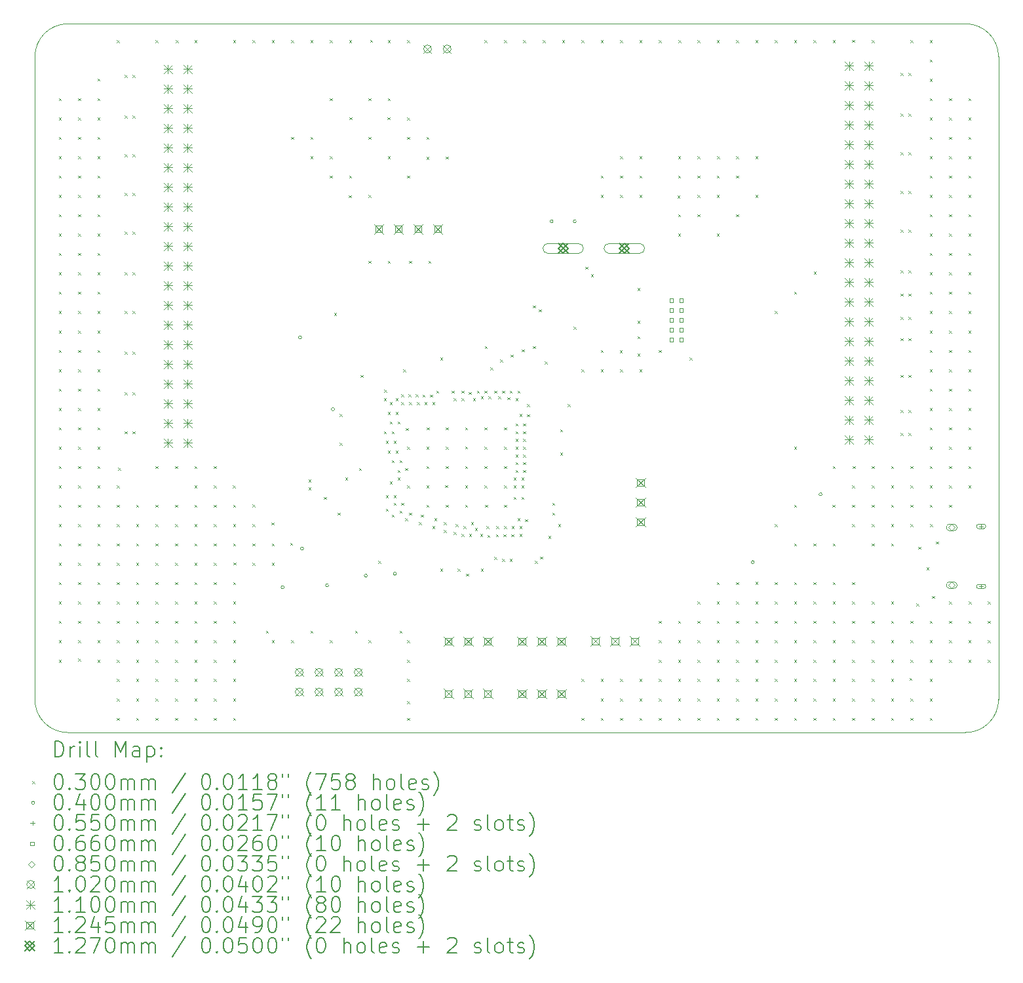
<source format=gbr>
%TF.GenerationSoftware,KiCad,Pcbnew,8.0.8*%
%TF.CreationDate,2025-03-22T13:35:51-05:00*%
%TF.ProjectId,ControllerPCB,436f6e74-726f-46c6-9c65-725043422e6b,rev?*%
%TF.SameCoordinates,Original*%
%TF.FileFunction,Drillmap*%
%TF.FilePolarity,Positive*%
%FSLAX45Y45*%
G04 Gerber Fmt 4.5, Leading zero omitted, Abs format (unit mm)*
G04 Created by KiCad (PCBNEW 8.0.8) date 2025-03-22 13:35:51*
%MOMM*%
%LPD*%
G01*
G04 APERTURE LIST*
%ADD10C,0.050000*%
%ADD11C,0.200000*%
%ADD12C,0.100000*%
%ADD13C,0.102000*%
%ADD14C,0.110000*%
%ADD15C,0.124460*%
%ADD16C,0.127000*%
G04 APERTURE END LIST*
D10*
X20625000Y-14500000D02*
G75*
G02*
X20200000Y-14925000I-425000J0D01*
G01*
X8600000Y-14925000D02*
G75*
G02*
X8175000Y-14500000I0J425000D01*
G01*
X8175000Y-6200000D02*
G75*
G02*
X8600000Y-5775000I425000J0D01*
G01*
X20200000Y-5775000D02*
G75*
G02*
X20625000Y-6200000I0J-425000D01*
G01*
X8600000Y-14925000D02*
X20200000Y-14925000D01*
X8175000Y-6200000D02*
X8175000Y-14500000D01*
X20200000Y-5775000D02*
X8600000Y-5775000D01*
X20625000Y-14500000D02*
X20625000Y-6200000D01*
D11*
D12*
X8485000Y-6735000D02*
X8515000Y-6765000D01*
X8515000Y-6735000D02*
X8485000Y-6765000D01*
X8485000Y-6985000D02*
X8515000Y-7015000D01*
X8515000Y-6985000D02*
X8485000Y-7015000D01*
X8485000Y-7235000D02*
X8515000Y-7265000D01*
X8515000Y-7235000D02*
X8485000Y-7265000D01*
X8485000Y-7485000D02*
X8515000Y-7515000D01*
X8515000Y-7485000D02*
X8485000Y-7515000D01*
X8485000Y-7735000D02*
X8515000Y-7765000D01*
X8515000Y-7735000D02*
X8485000Y-7765000D01*
X8485000Y-7985000D02*
X8515000Y-8015000D01*
X8515000Y-7985000D02*
X8485000Y-8015000D01*
X8485000Y-8235000D02*
X8515000Y-8265000D01*
X8515000Y-8235000D02*
X8485000Y-8265000D01*
X8485000Y-8485000D02*
X8515000Y-8515000D01*
X8515000Y-8485000D02*
X8485000Y-8515000D01*
X8485000Y-8735000D02*
X8515000Y-8765000D01*
X8515000Y-8735000D02*
X8485000Y-8765000D01*
X8485000Y-8985000D02*
X8515000Y-9015000D01*
X8515000Y-8985000D02*
X8485000Y-9015000D01*
X8485000Y-9235000D02*
X8515000Y-9265000D01*
X8515000Y-9235000D02*
X8485000Y-9265000D01*
X8485000Y-9485000D02*
X8515000Y-9515000D01*
X8515000Y-9485000D02*
X8485000Y-9515000D01*
X8485000Y-9735000D02*
X8515000Y-9765000D01*
X8515000Y-9735000D02*
X8485000Y-9765000D01*
X8485000Y-9985000D02*
X8515000Y-10015000D01*
X8515000Y-9985000D02*
X8485000Y-10015000D01*
X8485000Y-10235000D02*
X8515000Y-10265000D01*
X8515000Y-10235000D02*
X8485000Y-10265000D01*
X8485000Y-10485000D02*
X8515000Y-10515000D01*
X8515000Y-10485000D02*
X8485000Y-10515000D01*
X8485000Y-10735000D02*
X8515000Y-10765000D01*
X8515000Y-10735000D02*
X8485000Y-10765000D01*
X8485000Y-10985000D02*
X8515000Y-11015000D01*
X8515000Y-10985000D02*
X8485000Y-11015000D01*
X8485000Y-11235000D02*
X8515000Y-11265000D01*
X8515000Y-11235000D02*
X8485000Y-11265000D01*
X8485000Y-11485000D02*
X8515000Y-11515000D01*
X8515000Y-11485000D02*
X8485000Y-11515000D01*
X8485000Y-11735000D02*
X8515000Y-11765000D01*
X8515000Y-11735000D02*
X8485000Y-11765000D01*
X8485000Y-11985000D02*
X8515000Y-12015000D01*
X8515000Y-11985000D02*
X8485000Y-12015000D01*
X8485000Y-12235000D02*
X8515000Y-12265000D01*
X8515000Y-12235000D02*
X8485000Y-12265000D01*
X8485000Y-12485000D02*
X8515000Y-12515000D01*
X8515000Y-12485000D02*
X8485000Y-12515000D01*
X8485000Y-12735000D02*
X8515000Y-12765000D01*
X8515000Y-12735000D02*
X8485000Y-12765000D01*
X8485000Y-12985000D02*
X8515000Y-13015000D01*
X8515000Y-12985000D02*
X8485000Y-13015000D01*
X8485000Y-13235000D02*
X8515000Y-13265000D01*
X8515000Y-13235000D02*
X8485000Y-13265000D01*
X8485000Y-13485000D02*
X8515000Y-13515000D01*
X8515000Y-13485000D02*
X8485000Y-13515000D01*
X8485000Y-13735000D02*
X8515000Y-13765000D01*
X8515000Y-13735000D02*
X8485000Y-13765000D01*
X8485000Y-13985000D02*
X8515000Y-14015000D01*
X8515000Y-13985000D02*
X8485000Y-14015000D01*
X8734119Y-13971234D02*
X8764119Y-14001234D01*
X8764119Y-13971234D02*
X8734119Y-14001234D01*
X8735000Y-6735000D02*
X8765000Y-6765000D01*
X8765000Y-6735000D02*
X8735000Y-6765000D01*
X8735000Y-6985000D02*
X8765000Y-7015000D01*
X8765000Y-6985000D02*
X8735000Y-7015000D01*
X8735000Y-7235000D02*
X8765000Y-7265000D01*
X8765000Y-7235000D02*
X8735000Y-7265000D01*
X8735000Y-7485000D02*
X8765000Y-7515000D01*
X8765000Y-7485000D02*
X8735000Y-7515000D01*
X8735000Y-7735000D02*
X8765000Y-7765000D01*
X8765000Y-7735000D02*
X8735000Y-7765000D01*
X8735000Y-7985000D02*
X8765000Y-8015000D01*
X8765000Y-7985000D02*
X8735000Y-8015000D01*
X8735000Y-8235000D02*
X8765000Y-8265000D01*
X8765000Y-8235000D02*
X8735000Y-8265000D01*
X8735000Y-8485000D02*
X8765000Y-8515000D01*
X8765000Y-8485000D02*
X8735000Y-8515000D01*
X8735000Y-8735000D02*
X8765000Y-8765000D01*
X8765000Y-8735000D02*
X8735000Y-8765000D01*
X8735000Y-8985000D02*
X8765000Y-9015000D01*
X8765000Y-8985000D02*
X8735000Y-9015000D01*
X8735000Y-9235000D02*
X8765000Y-9265000D01*
X8765000Y-9235000D02*
X8735000Y-9265000D01*
X8735000Y-9485000D02*
X8765000Y-9515000D01*
X8765000Y-9485000D02*
X8735000Y-9515000D01*
X8735000Y-9735000D02*
X8765000Y-9765000D01*
X8765000Y-9735000D02*
X8735000Y-9765000D01*
X8735000Y-9985000D02*
X8765000Y-10015000D01*
X8765000Y-9985000D02*
X8735000Y-10015000D01*
X8735000Y-10235000D02*
X8765000Y-10265000D01*
X8765000Y-10235000D02*
X8735000Y-10265000D01*
X8735000Y-10485000D02*
X8765000Y-10515000D01*
X8765000Y-10485000D02*
X8735000Y-10515000D01*
X8735000Y-10735000D02*
X8765000Y-10765000D01*
X8765000Y-10735000D02*
X8735000Y-10765000D01*
X8735000Y-10985000D02*
X8765000Y-11015000D01*
X8765000Y-10985000D02*
X8735000Y-11015000D01*
X8735000Y-11235000D02*
X8765000Y-11265000D01*
X8765000Y-11235000D02*
X8735000Y-11265000D01*
X8735000Y-11485000D02*
X8765000Y-11515000D01*
X8765000Y-11485000D02*
X8735000Y-11515000D01*
X8735000Y-11735000D02*
X8765000Y-11765000D01*
X8765000Y-11735000D02*
X8735000Y-11765000D01*
X8735000Y-11985000D02*
X8765000Y-12015000D01*
X8765000Y-11985000D02*
X8735000Y-12015000D01*
X8735000Y-12235000D02*
X8765000Y-12265000D01*
X8765000Y-12235000D02*
X8735000Y-12265000D01*
X8735000Y-12485000D02*
X8765000Y-12515000D01*
X8765000Y-12485000D02*
X8735000Y-12515000D01*
X8735000Y-12735000D02*
X8765000Y-12765000D01*
X8765000Y-12735000D02*
X8735000Y-12765000D01*
X8735000Y-12985000D02*
X8765000Y-13015000D01*
X8765000Y-12985000D02*
X8735000Y-13015000D01*
X8735000Y-13235000D02*
X8765000Y-13265000D01*
X8765000Y-13235000D02*
X8735000Y-13265000D01*
X8735000Y-13485000D02*
X8765000Y-13515000D01*
X8765000Y-13485000D02*
X8735000Y-13515000D01*
X8735000Y-13735000D02*
X8765000Y-13765000D01*
X8765000Y-13735000D02*
X8735000Y-13765000D01*
X8983200Y-6483436D02*
X9013200Y-6513436D01*
X9013200Y-6483436D02*
X8983200Y-6513436D01*
X8985000Y-6735000D02*
X9015000Y-6765000D01*
X9015000Y-6735000D02*
X8985000Y-6765000D01*
X8985000Y-6985000D02*
X9015000Y-7015000D01*
X9015000Y-6985000D02*
X8985000Y-7015000D01*
X8985000Y-7235000D02*
X9015000Y-7265000D01*
X9015000Y-7235000D02*
X8985000Y-7265000D01*
X8985000Y-7485000D02*
X9015000Y-7515000D01*
X9015000Y-7485000D02*
X8985000Y-7515000D01*
X8985000Y-7735000D02*
X9015000Y-7765000D01*
X9015000Y-7735000D02*
X8985000Y-7765000D01*
X8985000Y-7985000D02*
X9015000Y-8015000D01*
X9015000Y-7985000D02*
X8985000Y-8015000D01*
X8985000Y-8235000D02*
X9015000Y-8265000D01*
X9015000Y-8235000D02*
X8985000Y-8265000D01*
X8985000Y-8485000D02*
X9015000Y-8515000D01*
X9015000Y-8485000D02*
X8985000Y-8515000D01*
X8985000Y-8735000D02*
X9015000Y-8765000D01*
X9015000Y-8735000D02*
X8985000Y-8765000D01*
X8985000Y-8985000D02*
X9015000Y-9015000D01*
X9015000Y-8985000D02*
X8985000Y-9015000D01*
X8985000Y-9235000D02*
X9015000Y-9265000D01*
X9015000Y-9235000D02*
X8985000Y-9265000D01*
X8985000Y-9485000D02*
X9015000Y-9515000D01*
X9015000Y-9485000D02*
X8985000Y-9515000D01*
X8985000Y-9735000D02*
X9015000Y-9765000D01*
X9015000Y-9735000D02*
X8985000Y-9765000D01*
X8985000Y-9985000D02*
X9015000Y-10015000D01*
X9015000Y-9985000D02*
X8985000Y-10015000D01*
X8985000Y-10235000D02*
X9015000Y-10265000D01*
X9015000Y-10235000D02*
X8985000Y-10265000D01*
X8985000Y-10485000D02*
X9015000Y-10515000D01*
X9015000Y-10485000D02*
X8985000Y-10515000D01*
X8985000Y-10735000D02*
X9015000Y-10765000D01*
X9015000Y-10735000D02*
X8985000Y-10765000D01*
X8985000Y-10985000D02*
X9015000Y-11015000D01*
X9015000Y-10985000D02*
X8985000Y-11015000D01*
X8985000Y-11235000D02*
X9015000Y-11265000D01*
X9015000Y-11235000D02*
X8985000Y-11265000D01*
X8985000Y-11485000D02*
X9015000Y-11515000D01*
X9015000Y-11485000D02*
X8985000Y-11515000D01*
X8985000Y-11735000D02*
X9015000Y-11765000D01*
X9015000Y-11735000D02*
X8985000Y-11765000D01*
X8985000Y-11985000D02*
X9015000Y-12015000D01*
X9015000Y-11985000D02*
X8985000Y-12015000D01*
X8985000Y-12235000D02*
X9015000Y-12265000D01*
X9015000Y-12235000D02*
X8985000Y-12265000D01*
X8985000Y-12485000D02*
X9015000Y-12515000D01*
X9015000Y-12485000D02*
X8985000Y-12515000D01*
X8985000Y-12735000D02*
X9015000Y-12765000D01*
X9015000Y-12735000D02*
X8985000Y-12765000D01*
X8985000Y-12985000D02*
X9015000Y-13015000D01*
X9015000Y-12985000D02*
X8985000Y-13015000D01*
X8985000Y-13235000D02*
X9015000Y-13265000D01*
X9015000Y-13235000D02*
X8985000Y-13265000D01*
X8985000Y-13485000D02*
X9015000Y-13515000D01*
X9015000Y-13485000D02*
X8985000Y-13515000D01*
X8985000Y-13735000D02*
X9015000Y-13765000D01*
X9015000Y-13735000D02*
X8985000Y-13765000D01*
X8985000Y-13985000D02*
X9015000Y-14015000D01*
X9015000Y-13985000D02*
X8985000Y-14015000D01*
X9235000Y-5985000D02*
X9265000Y-6015000D01*
X9265000Y-5985000D02*
X9235000Y-6015000D01*
X9235000Y-11735000D02*
X9265000Y-11765000D01*
X9265000Y-11735000D02*
X9235000Y-11765000D01*
X9235000Y-11985000D02*
X9265000Y-12015000D01*
X9265000Y-11985000D02*
X9235000Y-12015000D01*
X9235000Y-12235000D02*
X9265000Y-12265000D01*
X9265000Y-12235000D02*
X9235000Y-12265000D01*
X9235000Y-12485000D02*
X9265000Y-12515000D01*
X9265000Y-12485000D02*
X9235000Y-12515000D01*
X9235000Y-12735000D02*
X9265000Y-12765000D01*
X9265000Y-12735000D02*
X9235000Y-12765000D01*
X9235000Y-12985000D02*
X9265000Y-13015000D01*
X9265000Y-12985000D02*
X9235000Y-13015000D01*
X9235000Y-13235000D02*
X9265000Y-13265000D01*
X9265000Y-13235000D02*
X9235000Y-13265000D01*
X9235000Y-13485000D02*
X9265000Y-13515000D01*
X9265000Y-13485000D02*
X9235000Y-13515000D01*
X9235000Y-13735000D02*
X9265000Y-13765000D01*
X9265000Y-13735000D02*
X9235000Y-13765000D01*
X9235000Y-13985000D02*
X9265000Y-14015000D01*
X9265000Y-13985000D02*
X9235000Y-14015000D01*
X9235000Y-14235000D02*
X9265000Y-14265000D01*
X9265000Y-14235000D02*
X9235000Y-14265000D01*
X9235000Y-14485000D02*
X9265000Y-14515000D01*
X9265000Y-14485000D02*
X9235000Y-14515000D01*
X9235000Y-14735000D02*
X9265000Y-14765000D01*
X9265000Y-14735000D02*
X9235000Y-14765000D01*
X9252353Y-11508460D02*
X9282353Y-11538460D01*
X9282353Y-11508460D02*
X9252353Y-11538460D01*
X9335000Y-6435000D02*
X9365000Y-6465000D01*
X9365000Y-6435000D02*
X9335000Y-6465000D01*
X9335000Y-6960000D02*
X9365000Y-6990000D01*
X9365000Y-6960000D02*
X9335000Y-6990000D01*
X9335000Y-7460000D02*
X9365000Y-7490000D01*
X9365000Y-7460000D02*
X9335000Y-7490000D01*
X9335000Y-7960000D02*
X9365000Y-7990000D01*
X9365000Y-7960000D02*
X9335000Y-7990000D01*
X9335000Y-8460000D02*
X9365000Y-8490000D01*
X9365000Y-8460000D02*
X9335000Y-8490000D01*
X9335000Y-8985000D02*
X9365000Y-9015000D01*
X9365000Y-8985000D02*
X9335000Y-9015000D01*
X9335000Y-9485000D02*
X9365000Y-9515000D01*
X9365000Y-9485000D02*
X9335000Y-9515000D01*
X9335000Y-10010000D02*
X9365000Y-10040000D01*
X9365000Y-10010000D02*
X9335000Y-10040000D01*
X9335000Y-10535000D02*
X9365000Y-10565000D01*
X9365000Y-10535000D02*
X9335000Y-10565000D01*
X9335000Y-11035000D02*
X9365000Y-11065000D01*
X9365000Y-11035000D02*
X9335000Y-11065000D01*
X9435000Y-6435000D02*
X9465000Y-6465000D01*
X9465000Y-6435000D02*
X9435000Y-6465000D01*
X9435000Y-6960000D02*
X9465000Y-6990000D01*
X9465000Y-6960000D02*
X9435000Y-6990000D01*
X9435000Y-7460000D02*
X9465000Y-7490000D01*
X9465000Y-7460000D02*
X9435000Y-7490000D01*
X9435000Y-7960000D02*
X9465000Y-7990000D01*
X9465000Y-7960000D02*
X9435000Y-7990000D01*
X9435000Y-8460000D02*
X9465000Y-8490000D01*
X9465000Y-8460000D02*
X9435000Y-8490000D01*
X9435000Y-8985000D02*
X9465000Y-9015000D01*
X9465000Y-8985000D02*
X9435000Y-9015000D01*
X9435000Y-9485000D02*
X9465000Y-9515000D01*
X9465000Y-9485000D02*
X9435000Y-9515000D01*
X9435000Y-10010000D02*
X9465000Y-10040000D01*
X9465000Y-10010000D02*
X9435000Y-10040000D01*
X9435000Y-10535000D02*
X9465000Y-10565000D01*
X9465000Y-10535000D02*
X9435000Y-10565000D01*
X9435000Y-11035000D02*
X9465000Y-11065000D01*
X9465000Y-11035000D02*
X9435000Y-11065000D01*
X9485000Y-11985000D02*
X9515000Y-12015000D01*
X9515000Y-11985000D02*
X9485000Y-12015000D01*
X9485000Y-12235000D02*
X9515000Y-12265000D01*
X9515000Y-12235000D02*
X9485000Y-12265000D01*
X9485000Y-12485000D02*
X9515000Y-12515000D01*
X9515000Y-12485000D02*
X9485000Y-12515000D01*
X9485000Y-12735000D02*
X9515000Y-12765000D01*
X9515000Y-12735000D02*
X9485000Y-12765000D01*
X9485000Y-12985000D02*
X9515000Y-13015000D01*
X9515000Y-12985000D02*
X9485000Y-13015000D01*
X9485000Y-13235000D02*
X9515000Y-13265000D01*
X9515000Y-13235000D02*
X9485000Y-13265000D01*
X9485000Y-13485000D02*
X9515000Y-13515000D01*
X9515000Y-13485000D02*
X9485000Y-13515000D01*
X9485000Y-13735000D02*
X9515000Y-13765000D01*
X9515000Y-13735000D02*
X9485000Y-13765000D01*
X9485000Y-13985000D02*
X9515000Y-14015000D01*
X9515000Y-13985000D02*
X9485000Y-14015000D01*
X9485000Y-14235000D02*
X9515000Y-14265000D01*
X9515000Y-14235000D02*
X9485000Y-14265000D01*
X9485000Y-14485000D02*
X9515000Y-14515000D01*
X9515000Y-14485000D02*
X9485000Y-14515000D01*
X9485000Y-14735000D02*
X9515000Y-14765000D01*
X9515000Y-14735000D02*
X9485000Y-14765000D01*
X9733250Y-5985807D02*
X9763250Y-6015807D01*
X9763250Y-5985807D02*
X9733250Y-6015807D01*
X9735000Y-11485000D02*
X9765000Y-11515000D01*
X9765000Y-11485000D02*
X9735000Y-11515000D01*
X9735000Y-11985000D02*
X9765000Y-12015000D01*
X9765000Y-11985000D02*
X9735000Y-12015000D01*
X9735000Y-12235000D02*
X9765000Y-12265000D01*
X9765000Y-12235000D02*
X9735000Y-12265000D01*
X9735000Y-12485000D02*
X9765000Y-12515000D01*
X9765000Y-12485000D02*
X9735000Y-12515000D01*
X9735000Y-12735000D02*
X9765000Y-12765000D01*
X9765000Y-12735000D02*
X9735000Y-12765000D01*
X9735000Y-12985000D02*
X9765000Y-13015000D01*
X9765000Y-12985000D02*
X9735000Y-13015000D01*
X9735000Y-13235000D02*
X9765000Y-13265000D01*
X9765000Y-13235000D02*
X9735000Y-13265000D01*
X9735000Y-13485000D02*
X9765000Y-13515000D01*
X9765000Y-13485000D02*
X9735000Y-13515000D01*
X9735000Y-13735000D02*
X9765000Y-13765000D01*
X9765000Y-13735000D02*
X9735000Y-13765000D01*
X9735000Y-13985000D02*
X9765000Y-14015000D01*
X9765000Y-13985000D02*
X9735000Y-14015000D01*
X9735000Y-14235000D02*
X9765000Y-14265000D01*
X9765000Y-14235000D02*
X9735000Y-14265000D01*
X9735000Y-14485000D02*
X9765000Y-14515000D01*
X9765000Y-14485000D02*
X9735000Y-14515000D01*
X9735000Y-14735000D02*
X9765000Y-14765000D01*
X9765000Y-14735000D02*
X9735000Y-14765000D01*
X9985000Y-11485000D02*
X10015000Y-11515000D01*
X10015000Y-11485000D02*
X9985000Y-11515000D01*
X9985000Y-11985000D02*
X10015000Y-12015000D01*
X10015000Y-11985000D02*
X9985000Y-12015000D01*
X9985000Y-12235000D02*
X10015000Y-12265000D01*
X10015000Y-12235000D02*
X9985000Y-12265000D01*
X9985000Y-12485000D02*
X10015000Y-12515000D01*
X10015000Y-12485000D02*
X9985000Y-12515000D01*
X9985000Y-12735000D02*
X10015000Y-12765000D01*
X10015000Y-12735000D02*
X9985000Y-12765000D01*
X9985000Y-12985000D02*
X10015000Y-13015000D01*
X10015000Y-12985000D02*
X9985000Y-13015000D01*
X9985000Y-13235000D02*
X10015000Y-13265000D01*
X10015000Y-13235000D02*
X9985000Y-13265000D01*
X9985000Y-13485000D02*
X10015000Y-13515000D01*
X10015000Y-13485000D02*
X9985000Y-13515000D01*
X9985000Y-13735000D02*
X10015000Y-13765000D01*
X10015000Y-13735000D02*
X9985000Y-13765000D01*
X9985000Y-13985000D02*
X10015000Y-14015000D01*
X10015000Y-13985000D02*
X9985000Y-14015000D01*
X9985000Y-14235000D02*
X10015000Y-14265000D01*
X10015000Y-14235000D02*
X9985000Y-14265000D01*
X9985000Y-14485000D02*
X10015000Y-14515000D01*
X10015000Y-14485000D02*
X9985000Y-14515000D01*
X9985000Y-14735000D02*
X10015000Y-14765000D01*
X10015000Y-14735000D02*
X9985000Y-14765000D01*
X9993912Y-5987892D02*
X10023912Y-6017892D01*
X10023912Y-5987892D02*
X9993912Y-6017892D01*
X10235000Y-5985000D02*
X10265000Y-6015000D01*
X10265000Y-5985000D02*
X10235000Y-6015000D01*
X10235000Y-11485000D02*
X10265000Y-11515000D01*
X10265000Y-11485000D02*
X10235000Y-11515000D01*
X10235000Y-11735000D02*
X10265000Y-11765000D01*
X10265000Y-11735000D02*
X10235000Y-11765000D01*
X10235000Y-11985000D02*
X10265000Y-12015000D01*
X10265000Y-11985000D02*
X10235000Y-12015000D01*
X10235000Y-12235000D02*
X10265000Y-12265000D01*
X10265000Y-12235000D02*
X10235000Y-12265000D01*
X10235000Y-12485000D02*
X10265000Y-12515000D01*
X10265000Y-12485000D02*
X10235000Y-12515000D01*
X10235000Y-12735000D02*
X10265000Y-12765000D01*
X10265000Y-12735000D02*
X10235000Y-12765000D01*
X10235000Y-12985000D02*
X10265000Y-13015000D01*
X10265000Y-12985000D02*
X10235000Y-13015000D01*
X10235000Y-13235000D02*
X10265000Y-13265000D01*
X10265000Y-13235000D02*
X10235000Y-13265000D01*
X10235000Y-13485000D02*
X10265000Y-13515000D01*
X10265000Y-13485000D02*
X10235000Y-13515000D01*
X10235000Y-13735000D02*
X10265000Y-13765000D01*
X10265000Y-13735000D02*
X10235000Y-13765000D01*
X10235000Y-13985000D02*
X10265000Y-14015000D01*
X10265000Y-13985000D02*
X10235000Y-14015000D01*
X10235000Y-14235000D02*
X10265000Y-14265000D01*
X10265000Y-14235000D02*
X10235000Y-14265000D01*
X10235000Y-14485000D02*
X10265000Y-14515000D01*
X10265000Y-14485000D02*
X10235000Y-14515000D01*
X10235000Y-14735000D02*
X10265000Y-14765000D01*
X10265000Y-14735000D02*
X10235000Y-14765000D01*
X10485000Y-11485000D02*
X10515000Y-11515000D01*
X10515000Y-11485000D02*
X10485000Y-11515000D01*
X10485000Y-11985000D02*
X10515000Y-12015000D01*
X10515000Y-11985000D02*
X10485000Y-12015000D01*
X10485000Y-12235000D02*
X10515000Y-12265000D01*
X10515000Y-12235000D02*
X10485000Y-12265000D01*
X10485000Y-12485000D02*
X10515000Y-12515000D01*
X10515000Y-12485000D02*
X10485000Y-12515000D01*
X10485000Y-12735000D02*
X10515000Y-12765000D01*
X10515000Y-12735000D02*
X10485000Y-12765000D01*
X10485000Y-12985000D02*
X10515000Y-13015000D01*
X10515000Y-12985000D02*
X10485000Y-13015000D01*
X10485000Y-13235000D02*
X10515000Y-13265000D01*
X10515000Y-13235000D02*
X10485000Y-13265000D01*
X10485000Y-13485000D02*
X10515000Y-13515000D01*
X10515000Y-13485000D02*
X10485000Y-13515000D01*
X10485000Y-13735000D02*
X10515000Y-13765000D01*
X10515000Y-13735000D02*
X10485000Y-13765000D01*
X10485000Y-13985000D02*
X10515000Y-14015000D01*
X10515000Y-13985000D02*
X10485000Y-14015000D01*
X10485000Y-14235000D02*
X10515000Y-14265000D01*
X10515000Y-14235000D02*
X10485000Y-14265000D01*
X10485000Y-14485000D02*
X10515000Y-14515000D01*
X10515000Y-14485000D02*
X10485000Y-14515000D01*
X10485000Y-14735000D02*
X10515000Y-14765000D01*
X10515000Y-14735000D02*
X10485000Y-14765000D01*
X10486328Y-11733672D02*
X10516328Y-11763672D01*
X10516328Y-11733672D02*
X10486328Y-11763672D01*
X10732654Y-11736018D02*
X10762654Y-11766018D01*
X10762654Y-11736018D02*
X10732654Y-11766018D01*
X10735000Y-5985000D02*
X10765000Y-6015000D01*
X10765000Y-5985000D02*
X10735000Y-6015000D01*
X10735000Y-11985000D02*
X10765000Y-12015000D01*
X10765000Y-11985000D02*
X10735000Y-12015000D01*
X10735000Y-12235000D02*
X10765000Y-12265000D01*
X10765000Y-12235000D02*
X10735000Y-12265000D01*
X10735000Y-12485000D02*
X10765000Y-12515000D01*
X10765000Y-12485000D02*
X10735000Y-12515000D01*
X10735000Y-12985000D02*
X10765000Y-13015000D01*
X10765000Y-12985000D02*
X10735000Y-13015000D01*
X10735000Y-13235000D02*
X10765000Y-13265000D01*
X10765000Y-13235000D02*
X10735000Y-13265000D01*
X10735000Y-13485000D02*
X10765000Y-13515000D01*
X10765000Y-13485000D02*
X10735000Y-13515000D01*
X10735000Y-13735000D02*
X10765000Y-13765000D01*
X10765000Y-13735000D02*
X10735000Y-13765000D01*
X10735000Y-13985000D02*
X10765000Y-14015000D01*
X10765000Y-13985000D02*
X10735000Y-14015000D01*
X10735000Y-14235000D02*
X10765000Y-14265000D01*
X10765000Y-14235000D02*
X10735000Y-14265000D01*
X10735000Y-14485000D02*
X10765000Y-14515000D01*
X10765000Y-14485000D02*
X10735000Y-14515000D01*
X10735000Y-14735000D02*
X10765000Y-14765000D01*
X10765000Y-14735000D02*
X10735000Y-14765000D01*
X10738777Y-12730705D02*
X10768777Y-12760705D01*
X10768777Y-12730705D02*
X10738777Y-12760705D01*
X10985000Y-5985000D02*
X11015000Y-6015000D01*
X11015000Y-5985000D02*
X10985000Y-6015000D01*
X10985000Y-12235000D02*
X11015000Y-12265000D01*
X11015000Y-12235000D02*
X10985000Y-12265000D01*
X10985000Y-12485000D02*
X11015000Y-12515000D01*
X11015000Y-12485000D02*
X10985000Y-12515000D01*
X10985000Y-12735000D02*
X11015000Y-12765000D01*
X11015000Y-12735000D02*
X10985000Y-12765000D01*
X10986862Y-11981171D02*
X11016862Y-12011171D01*
X11016862Y-11981171D02*
X10986862Y-12011171D01*
X11160000Y-13610000D02*
X11190000Y-13640000D01*
X11190000Y-13610000D02*
X11160000Y-13640000D01*
X11229669Y-12213421D02*
X11259669Y-12243421D01*
X11259669Y-12213421D02*
X11229669Y-12243421D01*
X11235000Y-5985000D02*
X11265000Y-6015000D01*
X11265000Y-5985000D02*
X11235000Y-6015000D01*
X11235000Y-12485000D02*
X11265000Y-12515000D01*
X11265000Y-12485000D02*
X11235000Y-12515000D01*
X11235000Y-12735000D02*
X11265000Y-12765000D01*
X11265000Y-12735000D02*
X11235000Y-12765000D01*
X11235000Y-13735000D02*
X11265000Y-13765000D01*
X11265000Y-13735000D02*
X11235000Y-13765000D01*
X11474598Y-12474598D02*
X11504598Y-12504598D01*
X11504598Y-12474598D02*
X11474598Y-12504598D01*
X11485000Y-5985000D02*
X11515000Y-6015000D01*
X11515000Y-5985000D02*
X11485000Y-6015000D01*
X11485000Y-7235000D02*
X11515000Y-7265000D01*
X11515000Y-7235000D02*
X11485000Y-7265000D01*
X11485000Y-13735000D02*
X11515000Y-13765000D01*
X11515000Y-13735000D02*
X11485000Y-13765000D01*
X11710000Y-11660000D02*
X11740000Y-11690000D01*
X11740000Y-11660000D02*
X11710000Y-11690000D01*
X11710000Y-11760000D02*
X11740000Y-11790000D01*
X11740000Y-11760000D02*
X11710000Y-11790000D01*
X11735000Y-5985000D02*
X11765000Y-6015000D01*
X11765000Y-5985000D02*
X11735000Y-6015000D01*
X11735000Y-7235000D02*
X11765000Y-7265000D01*
X11765000Y-7235000D02*
X11735000Y-7265000D01*
X11735000Y-7485000D02*
X11765000Y-7515000D01*
X11765000Y-7485000D02*
X11735000Y-7515000D01*
X11735000Y-13610000D02*
X11765000Y-13640000D01*
X11765000Y-13610000D02*
X11735000Y-13640000D01*
X11910000Y-11885000D02*
X11940000Y-11915000D01*
X11940000Y-11885000D02*
X11910000Y-11915000D01*
X11985000Y-5985000D02*
X12015000Y-6015000D01*
X12015000Y-5985000D02*
X11985000Y-6015000D01*
X11985000Y-6735000D02*
X12015000Y-6765000D01*
X12015000Y-6735000D02*
X11985000Y-6765000D01*
X11985000Y-7485000D02*
X12015000Y-7515000D01*
X12015000Y-7485000D02*
X11985000Y-7515000D01*
X11985000Y-7735000D02*
X12015000Y-7765000D01*
X12015000Y-7735000D02*
X11985000Y-7765000D01*
X11985000Y-13735000D02*
X12015000Y-13765000D01*
X12015000Y-13735000D02*
X11985000Y-13765000D01*
X12040000Y-9506250D02*
X12070000Y-9536250D01*
X12070000Y-9506250D02*
X12040000Y-9536250D01*
X12085000Y-12085000D02*
X12115000Y-12115000D01*
X12115000Y-12085000D02*
X12085000Y-12115000D01*
X12110000Y-10810000D02*
X12140000Y-10840000D01*
X12140000Y-10810000D02*
X12110000Y-10840000D01*
X12110000Y-11185000D02*
X12140000Y-11215000D01*
X12140000Y-11185000D02*
X12110000Y-11215000D01*
X12185000Y-11635000D02*
X12215000Y-11665000D01*
X12215000Y-11635000D02*
X12185000Y-11665000D01*
X12232567Y-7988053D02*
X12262567Y-8018053D01*
X12262567Y-7988053D02*
X12232567Y-8018053D01*
X12235000Y-5985000D02*
X12265000Y-6015000D01*
X12265000Y-5985000D02*
X12235000Y-6015000D01*
X12235000Y-7735000D02*
X12265000Y-7765000D01*
X12265000Y-7735000D02*
X12235000Y-7765000D01*
X12239605Y-6981636D02*
X12269605Y-7011636D01*
X12269605Y-6981636D02*
X12239605Y-7011636D01*
X12310000Y-13610000D02*
X12340000Y-13640000D01*
X12340000Y-13610000D02*
X12310000Y-13640000D01*
X12360000Y-11510000D02*
X12390000Y-11540000D01*
X12390000Y-11510000D02*
X12360000Y-11540000D01*
X12385000Y-10310000D02*
X12415000Y-10340000D01*
X12415000Y-10310000D02*
X12385000Y-10340000D01*
X12485000Y-6735000D02*
X12515000Y-6765000D01*
X12515000Y-6735000D02*
X12485000Y-6765000D01*
X12485000Y-7235000D02*
X12515000Y-7265000D01*
X12515000Y-7235000D02*
X12485000Y-7265000D01*
X12485000Y-7985000D02*
X12515000Y-8015000D01*
X12515000Y-7985000D02*
X12485000Y-8015000D01*
X12485000Y-8835000D02*
X12515000Y-8865000D01*
X12515000Y-8835000D02*
X12485000Y-8865000D01*
X12485000Y-13735000D02*
X12515000Y-13765000D01*
X12515000Y-13735000D02*
X12485000Y-13765000D01*
X12504717Y-5981636D02*
X12534717Y-6011636D01*
X12534717Y-5981636D02*
X12504717Y-6011636D01*
X12610000Y-12710000D02*
X12640000Y-12740000D01*
X12640000Y-12710000D02*
X12610000Y-12740000D01*
X12685000Y-10610000D02*
X12715000Y-10640000D01*
X12715000Y-10610000D02*
X12685000Y-10640000D01*
X12685000Y-11035000D02*
X12715000Y-11065000D01*
X12715000Y-11035000D02*
X12685000Y-11065000D01*
X12688670Y-10497564D02*
X12718670Y-10527564D01*
X12718670Y-10497564D02*
X12688670Y-10527564D01*
X12710000Y-11160000D02*
X12740000Y-11190000D01*
X12740000Y-11160000D02*
X12710000Y-11190000D01*
X12710000Y-11860000D02*
X12740000Y-11890000D01*
X12740000Y-11860000D02*
X12710000Y-11890000D01*
X12710000Y-12035000D02*
X12740000Y-12065000D01*
X12740000Y-12035000D02*
X12710000Y-12065000D01*
X12728738Y-6981636D02*
X12758738Y-7011636D01*
X12758738Y-6981636D02*
X12728738Y-7011636D01*
X12735000Y-5985000D02*
X12765000Y-6015000D01*
X12765000Y-5985000D02*
X12735000Y-6015000D01*
X12735000Y-6735000D02*
X12765000Y-6765000D01*
X12765000Y-6735000D02*
X12735000Y-6765000D01*
X12735000Y-8835000D02*
X12765000Y-8865000D01*
X12765000Y-8835000D02*
X12735000Y-8865000D01*
X12735000Y-10785000D02*
X12765000Y-10815000D01*
X12765000Y-10785000D02*
X12735000Y-10815000D01*
X12735000Y-11285000D02*
X12765000Y-11315000D01*
X12765000Y-11285000D02*
X12735000Y-11315000D01*
X12735776Y-7484845D02*
X12765776Y-7514845D01*
X12765776Y-7484845D02*
X12735776Y-7514845D01*
X12760000Y-10660000D02*
X12790000Y-10690000D01*
X12790000Y-10660000D02*
X12760000Y-10690000D01*
X12760000Y-10910000D02*
X12790000Y-10940000D01*
X12790000Y-10910000D02*
X12760000Y-10940000D01*
X12760000Y-11682188D02*
X12790000Y-11712188D01*
X12790000Y-11682188D02*
X12760000Y-11712188D01*
X12785000Y-11035000D02*
X12815000Y-11065000D01*
X12815000Y-11035000D02*
X12785000Y-11065000D01*
X12785000Y-11410000D02*
X12815000Y-11440000D01*
X12815000Y-11410000D02*
X12785000Y-11440000D01*
X12785000Y-12110000D02*
X12815000Y-12140000D01*
X12815000Y-12110000D02*
X12785000Y-12140000D01*
X12810000Y-11160000D02*
X12840000Y-11190000D01*
X12840000Y-11160000D02*
X12810000Y-11190000D01*
X12810000Y-11860000D02*
X12840000Y-11890000D01*
X12840000Y-11860000D02*
X12810000Y-11890000D01*
X12810000Y-11960000D02*
X12840000Y-11990000D01*
X12840000Y-11960000D02*
X12810000Y-11990000D01*
X12835000Y-10610000D02*
X12865000Y-10640000D01*
X12865000Y-10610000D02*
X12835000Y-10640000D01*
X12835000Y-10785000D02*
X12865000Y-10815000D01*
X12865000Y-10785000D02*
X12835000Y-10815000D01*
X12835000Y-11285000D02*
X12865000Y-11315000D01*
X12865000Y-11285000D02*
X12835000Y-11315000D01*
X12860000Y-10910000D02*
X12890000Y-10940000D01*
X12890000Y-10910000D02*
X12860000Y-10940000D01*
X12860000Y-11535000D02*
X12890000Y-11565000D01*
X12890000Y-11535000D02*
X12860000Y-11565000D01*
X12860000Y-11635000D02*
X12890000Y-11665000D01*
X12890000Y-11635000D02*
X12860000Y-11665000D01*
X12885000Y-11410000D02*
X12915000Y-11440000D01*
X12915000Y-11410000D02*
X12885000Y-11440000D01*
X12885000Y-12060000D02*
X12915000Y-12090000D01*
X12915000Y-12060000D02*
X12885000Y-12090000D01*
X12885000Y-13610000D02*
X12915000Y-13640000D01*
X12915000Y-13610000D02*
X12885000Y-13640000D01*
X12910000Y-10560000D02*
X12940000Y-10590000D01*
X12940000Y-10560000D02*
X12910000Y-10590000D01*
X12910000Y-10660000D02*
X12940000Y-10690000D01*
X12940000Y-10660000D02*
X12910000Y-10690000D01*
X12910000Y-11960000D02*
X12940000Y-11990000D01*
X12940000Y-11960000D02*
X12910000Y-11990000D01*
X12935000Y-10235000D02*
X12965000Y-10265000D01*
X12965000Y-10235000D02*
X12935000Y-10265000D01*
X12960000Y-11510000D02*
X12990000Y-11540000D01*
X12990000Y-11510000D02*
X12960000Y-11540000D01*
X12960000Y-12160000D02*
X12990000Y-12190000D01*
X12990000Y-12160000D02*
X12960000Y-12190000D01*
X12966853Y-10993763D02*
X12996853Y-11023763D01*
X12996853Y-10993763D02*
X12966853Y-11023763D01*
X12982102Y-14520087D02*
X13012102Y-14550087D01*
X13012102Y-14520087D02*
X12982102Y-14550087D01*
X12985000Y-5985000D02*
X13015000Y-6015000D01*
X13015000Y-5985000D02*
X12985000Y-6015000D01*
X12985000Y-6985000D02*
X13015000Y-7015000D01*
X13015000Y-6985000D02*
X12985000Y-7015000D01*
X12985000Y-7235000D02*
X13015000Y-7265000D01*
X13015000Y-7235000D02*
X12985000Y-7265000D01*
X12985000Y-7735000D02*
X13015000Y-7765000D01*
X13015000Y-7735000D02*
X12985000Y-7765000D01*
X12985000Y-11235000D02*
X13015000Y-11265000D01*
X13015000Y-11235000D02*
X12985000Y-11265000D01*
X12985000Y-11735000D02*
X13015000Y-11765000D01*
X13015000Y-11735000D02*
X12985000Y-11765000D01*
X12985000Y-13735000D02*
X13015000Y-13765000D01*
X13015000Y-13735000D02*
X12985000Y-13765000D01*
X12985000Y-13985000D02*
X13015000Y-14015000D01*
X13015000Y-13985000D02*
X12985000Y-14015000D01*
X12985000Y-14235000D02*
X13015000Y-14265000D01*
X13015000Y-14235000D02*
X12985000Y-14265000D01*
X12985000Y-14735000D02*
X13015000Y-14765000D01*
X13015000Y-14735000D02*
X12985000Y-14765000D01*
X13002449Y-10560063D02*
X13032449Y-10590063D01*
X13032449Y-10560063D02*
X13002449Y-10590063D01*
X13010000Y-8835000D02*
X13040000Y-8865000D01*
X13040000Y-8835000D02*
X13010000Y-8865000D01*
X13010000Y-10660000D02*
X13040000Y-10690000D01*
X13040000Y-10660000D02*
X13010000Y-10690000D01*
X13010000Y-12085000D02*
X13040000Y-12115000D01*
X13040000Y-12085000D02*
X13010000Y-12115000D01*
X13092446Y-10559315D02*
X13122446Y-10589315D01*
X13122446Y-10559315D02*
X13092446Y-10589315D01*
X13110000Y-10660000D02*
X13140000Y-10690000D01*
X13140000Y-10660000D02*
X13110000Y-10690000D01*
X13135000Y-12210000D02*
X13165000Y-12240000D01*
X13165000Y-12210000D02*
X13135000Y-12240000D01*
X13160000Y-12110000D02*
X13190000Y-12140000D01*
X13190000Y-12110000D02*
X13160000Y-12140000D01*
X13182378Y-10562826D02*
X13212378Y-10592826D01*
X13212378Y-10562826D02*
X13182378Y-10592826D01*
X13210000Y-10660000D02*
X13240000Y-10690000D01*
X13240000Y-10660000D02*
X13210000Y-10690000D01*
X13231946Y-7491883D02*
X13261946Y-7521883D01*
X13261946Y-7491883D02*
X13231946Y-7521883D01*
X13235000Y-7235000D02*
X13265000Y-7265000D01*
X13265000Y-7235000D02*
X13235000Y-7265000D01*
X13235000Y-11235000D02*
X13265000Y-11265000D01*
X13265000Y-11235000D02*
X13235000Y-11265000D01*
X13235000Y-11485000D02*
X13265000Y-11515000D01*
X13265000Y-11485000D02*
X13235000Y-11515000D01*
X13235000Y-11735000D02*
X13265000Y-11765000D01*
X13265000Y-11735000D02*
X13235000Y-11765000D01*
X13235000Y-11985000D02*
X13265000Y-12015000D01*
X13265000Y-11985000D02*
X13235000Y-12015000D01*
X13236638Y-10986725D02*
X13266638Y-11016725D01*
X13266638Y-10986725D02*
X13236638Y-11016725D01*
X13260000Y-8835000D02*
X13290000Y-8865000D01*
X13290000Y-8835000D02*
X13260000Y-8865000D01*
X13282047Y-10563500D02*
X13312047Y-10593500D01*
X13312047Y-10563500D02*
X13282047Y-10593500D01*
X13310000Y-10660000D02*
X13340000Y-10690000D01*
X13340000Y-10660000D02*
X13310000Y-10690000D01*
X13310000Y-12260000D02*
X13340000Y-12290000D01*
X13340000Y-12260000D02*
X13310000Y-12290000D01*
X13335000Y-12160000D02*
X13365000Y-12190000D01*
X13365000Y-12160000D02*
X13335000Y-12190000D01*
X13360000Y-10510000D02*
X13390000Y-10540000D01*
X13390000Y-10510000D02*
X13360000Y-10540000D01*
X13410000Y-10085000D02*
X13440000Y-10115000D01*
X13440000Y-10085000D02*
X13410000Y-10115000D01*
X13410000Y-12810000D02*
X13440000Y-12840000D01*
X13440000Y-12810000D02*
X13410000Y-12840000D01*
X13460000Y-12210000D02*
X13490000Y-12240000D01*
X13490000Y-12210000D02*
X13460000Y-12240000D01*
X13460000Y-12310000D02*
X13490000Y-12340000D01*
X13490000Y-12310000D02*
X13460000Y-12340000D01*
X13475926Y-11732741D02*
X13505926Y-11762741D01*
X13505926Y-11732741D02*
X13475926Y-11762741D01*
X13485000Y-11235000D02*
X13515000Y-11265000D01*
X13515000Y-11235000D02*
X13485000Y-11265000D01*
X13485000Y-11485000D02*
X13515000Y-11515000D01*
X13515000Y-11485000D02*
X13485000Y-11515000D01*
X13485000Y-11985000D02*
X13515000Y-12015000D01*
X13515000Y-11985000D02*
X13485000Y-12015000D01*
X13485310Y-7488364D02*
X13515310Y-7518364D01*
X13515310Y-7488364D02*
X13485310Y-7518364D01*
X13485310Y-10984379D02*
X13515310Y-11014379D01*
X13515310Y-10984379D02*
X13485310Y-11014379D01*
X13560000Y-10510000D02*
X13590000Y-10540000D01*
X13590000Y-10510000D02*
X13560000Y-10540000D01*
X13585000Y-10610000D02*
X13615000Y-10640000D01*
X13615000Y-10610000D02*
X13585000Y-10640000D01*
X13585000Y-12335000D02*
X13615000Y-12365000D01*
X13615000Y-12335000D02*
X13585000Y-12365000D01*
X13610000Y-12235000D02*
X13640000Y-12265000D01*
X13640000Y-12235000D02*
X13610000Y-12265000D01*
X13635000Y-12810000D02*
X13665000Y-12840000D01*
X13665000Y-12810000D02*
X13635000Y-12840000D01*
X13685000Y-10510000D02*
X13715000Y-10540000D01*
X13715000Y-10510000D02*
X13685000Y-10540000D01*
X13685000Y-10610000D02*
X13715000Y-10640000D01*
X13715000Y-10610000D02*
X13685000Y-10640000D01*
X13685000Y-12360000D02*
X13715000Y-12390000D01*
X13715000Y-12360000D02*
X13685000Y-12390000D01*
X13710000Y-12260000D02*
X13740000Y-12290000D01*
X13740000Y-12260000D02*
X13710000Y-12290000D01*
X13731636Y-11233051D02*
X13761636Y-11263051D01*
X13761636Y-11233051D02*
X13731636Y-11263051D01*
X13734497Y-10984498D02*
X13764497Y-11014498D01*
X13764497Y-10984498D02*
X13734497Y-11014498D01*
X13735000Y-11485000D02*
X13765000Y-11515000D01*
X13765000Y-11485000D02*
X13735000Y-11515000D01*
X13735000Y-11735000D02*
X13765000Y-11765000D01*
X13765000Y-11735000D02*
X13735000Y-11765000D01*
X13735000Y-11985000D02*
X13765000Y-12015000D01*
X13765000Y-11985000D02*
X13735000Y-12015000D01*
X13747500Y-12872500D02*
X13777500Y-12902500D01*
X13777500Y-12872500D02*
X13747500Y-12902500D01*
X13780000Y-10530000D02*
X13810000Y-10560000D01*
X13810000Y-10530000D02*
X13780000Y-10560000D01*
X13785000Y-12360000D02*
X13815000Y-12390000D01*
X13815000Y-12360000D02*
X13785000Y-12390000D01*
X13810000Y-12210000D02*
X13840000Y-12240000D01*
X13840000Y-12210000D02*
X13810000Y-12240000D01*
X13835000Y-10610000D02*
X13865000Y-10640000D01*
X13865000Y-10610000D02*
X13835000Y-10640000D01*
X13860000Y-12285000D02*
X13890000Y-12315000D01*
X13890000Y-12285000D02*
X13860000Y-12315000D01*
X13885000Y-10510000D02*
X13915000Y-10540000D01*
X13915000Y-10510000D02*
X13885000Y-10540000D01*
X13930000Y-12360000D02*
X13960000Y-12390000D01*
X13960000Y-12360000D02*
X13930000Y-12390000D01*
X13935000Y-10585000D02*
X13965000Y-10615000D01*
X13965000Y-10585000D02*
X13935000Y-10615000D01*
X13935000Y-12810000D02*
X13965000Y-12840000D01*
X13965000Y-12810000D02*
X13935000Y-12840000D01*
X13985000Y-5985000D02*
X14015000Y-6015000D01*
X14015000Y-5985000D02*
X13985000Y-6015000D01*
X13985000Y-10510000D02*
X14015000Y-10540000D01*
X14015000Y-10510000D02*
X13985000Y-10540000D01*
X13985000Y-10985000D02*
X14015000Y-11015000D01*
X14015000Y-10985000D02*
X13985000Y-11015000D01*
X13985000Y-11235000D02*
X14015000Y-11265000D01*
X14015000Y-11235000D02*
X13985000Y-11265000D01*
X13985000Y-11485000D02*
X14015000Y-11515000D01*
X14015000Y-11485000D02*
X13985000Y-11515000D01*
X13985000Y-11735000D02*
X14015000Y-11765000D01*
X14015000Y-11735000D02*
X13985000Y-11765000D01*
X13987500Y-9935000D02*
X14017500Y-9965000D01*
X14017500Y-9935000D02*
X13987500Y-9965000D01*
X13992038Y-11983759D02*
X14022038Y-12013759D01*
X14022038Y-11983759D02*
X13992038Y-12013759D01*
X14010000Y-12260000D02*
X14040000Y-12290000D01*
X14040000Y-12260000D02*
X14010000Y-12290000D01*
X14022500Y-12372500D02*
X14052500Y-12402500D01*
X14052500Y-12372500D02*
X14022500Y-12402500D01*
X14035000Y-10585000D02*
X14065000Y-10615000D01*
X14065000Y-10585000D02*
X14035000Y-10615000D01*
X14060000Y-10210000D02*
X14090000Y-10240000D01*
X14090000Y-10210000D02*
X14060000Y-10240000D01*
X14110000Y-10510000D02*
X14140000Y-10540000D01*
X14140000Y-10510000D02*
X14110000Y-10540000D01*
X14110000Y-12660000D02*
X14140000Y-12690000D01*
X14140000Y-12660000D02*
X14110000Y-12690000D01*
X14130000Y-12365000D02*
X14160000Y-12395000D01*
X14160000Y-12365000D02*
X14130000Y-12395000D01*
X14135000Y-12260000D02*
X14165000Y-12290000D01*
X14165000Y-12260000D02*
X14135000Y-12290000D01*
X14160000Y-10585000D02*
X14190000Y-10615000D01*
X14190000Y-10585000D02*
X14160000Y-10615000D01*
X14185000Y-10110000D02*
X14215000Y-10140000D01*
X14215000Y-10110000D02*
X14185000Y-10140000D01*
X14210000Y-10510000D02*
X14240000Y-10540000D01*
X14240000Y-10510000D02*
X14210000Y-10540000D01*
X14210000Y-12685000D02*
X14240000Y-12715000D01*
X14240000Y-12685000D02*
X14210000Y-12715000D01*
X14230000Y-12365000D02*
X14260000Y-12395000D01*
X14260000Y-12365000D02*
X14230000Y-12395000D01*
X14235000Y-5985000D02*
X14265000Y-6015000D01*
X14265000Y-5985000D02*
X14235000Y-6015000D01*
X14235000Y-10985000D02*
X14265000Y-11015000D01*
X14265000Y-10985000D02*
X14235000Y-11015000D01*
X14235000Y-11235000D02*
X14265000Y-11265000D01*
X14265000Y-11235000D02*
X14235000Y-11265000D01*
X14235000Y-11485000D02*
X14265000Y-11515000D01*
X14265000Y-11485000D02*
X14235000Y-11515000D01*
X14235000Y-11735000D02*
X14265000Y-11765000D01*
X14265000Y-11735000D02*
X14235000Y-11765000D01*
X14235000Y-11985000D02*
X14265000Y-12015000D01*
X14265000Y-11985000D02*
X14235000Y-12015000D01*
X14235000Y-12260000D02*
X14265000Y-12290000D01*
X14265000Y-12260000D02*
X14235000Y-12290000D01*
X14281539Y-10595382D02*
X14311539Y-10625382D01*
X14311539Y-10595382D02*
X14281539Y-10625382D01*
X14310000Y-10510000D02*
X14340000Y-10540000D01*
X14340000Y-10510000D02*
X14310000Y-10540000D01*
X14310000Y-12685000D02*
X14340000Y-12715000D01*
X14340000Y-12685000D02*
X14310000Y-12715000D01*
X14322500Y-10047500D02*
X14352500Y-10077500D01*
X14352500Y-10047500D02*
X14322500Y-10077500D01*
X14330000Y-12365000D02*
X14360000Y-12395000D01*
X14360000Y-12365000D02*
X14330000Y-12395000D01*
X14335000Y-12260000D02*
X14365000Y-12290000D01*
X14365000Y-12260000D02*
X14335000Y-12290000D01*
X14360000Y-11635000D02*
X14390000Y-11665000D01*
X14390000Y-11635000D02*
X14360000Y-11665000D01*
X14360000Y-11735000D02*
X14390000Y-11765000D01*
X14390000Y-11735000D02*
X14360000Y-11765000D01*
X14360000Y-11885000D02*
X14390000Y-11915000D01*
X14390000Y-11885000D02*
X14360000Y-11915000D01*
X14385000Y-10610000D02*
X14415000Y-10640000D01*
X14415000Y-10610000D02*
X14385000Y-10640000D01*
X14385000Y-10935000D02*
X14415000Y-10965000D01*
X14415000Y-10935000D02*
X14385000Y-10965000D01*
X14385000Y-11035000D02*
X14415000Y-11065000D01*
X14415000Y-11035000D02*
X14385000Y-11065000D01*
X14385000Y-11135000D02*
X14415000Y-11165000D01*
X14415000Y-11135000D02*
X14385000Y-11165000D01*
X14385000Y-11235000D02*
X14415000Y-11265000D01*
X14415000Y-11235000D02*
X14385000Y-11265000D01*
X14385000Y-11335000D02*
X14415000Y-11365000D01*
X14415000Y-11335000D02*
X14385000Y-11365000D01*
X14385000Y-11435000D02*
X14415000Y-11465000D01*
X14415000Y-11435000D02*
X14385000Y-11465000D01*
X14385000Y-11535000D02*
X14415000Y-11565000D01*
X14415000Y-11535000D02*
X14385000Y-11565000D01*
X14410000Y-10510000D02*
X14440000Y-10540000D01*
X14440000Y-10510000D02*
X14410000Y-10540000D01*
X14410000Y-12160000D02*
X14440000Y-12190000D01*
X14440000Y-12160000D02*
X14410000Y-12190000D01*
X14435000Y-10810000D02*
X14465000Y-10840000D01*
X14465000Y-10810000D02*
X14435000Y-10840000D01*
X14435000Y-12260000D02*
X14465000Y-12290000D01*
X14465000Y-12260000D02*
X14435000Y-12290000D01*
X14435000Y-12360000D02*
X14465000Y-12390000D01*
X14465000Y-12360000D02*
X14435000Y-12390000D01*
X14460000Y-11635000D02*
X14490000Y-11665000D01*
X14490000Y-11635000D02*
X14460000Y-11665000D01*
X14460000Y-11735000D02*
X14490000Y-11765000D01*
X14490000Y-11735000D02*
X14460000Y-11765000D01*
X14460000Y-11885000D02*
X14490000Y-11915000D01*
X14490000Y-11885000D02*
X14460000Y-11915000D01*
X14465452Y-9979548D02*
X14495452Y-10009548D01*
X14495452Y-9979548D02*
X14465452Y-10009548D01*
X14485000Y-5985000D02*
X14515000Y-6015000D01*
X14515000Y-5985000D02*
X14485000Y-6015000D01*
X14485000Y-10935000D02*
X14515000Y-10965000D01*
X14515000Y-10935000D02*
X14485000Y-10965000D01*
X14485000Y-11035000D02*
X14515000Y-11065000D01*
X14515000Y-11035000D02*
X14485000Y-11065000D01*
X14485000Y-11135000D02*
X14515000Y-11165000D01*
X14515000Y-11135000D02*
X14485000Y-11165000D01*
X14485000Y-11235000D02*
X14515000Y-11265000D01*
X14515000Y-11235000D02*
X14485000Y-11265000D01*
X14485000Y-11335000D02*
X14515000Y-11365000D01*
X14515000Y-11335000D02*
X14485000Y-11365000D01*
X14485000Y-11435000D02*
X14515000Y-11465000D01*
X14515000Y-11435000D02*
X14485000Y-11465000D01*
X14485000Y-11535000D02*
X14515000Y-11565000D01*
X14515000Y-11535000D02*
X14485000Y-11565000D01*
X14510000Y-12170000D02*
X14540000Y-12200000D01*
X14540000Y-12170000D02*
X14510000Y-12200000D01*
X14535000Y-10685000D02*
X14565000Y-10715000D01*
X14565000Y-10685000D02*
X14535000Y-10715000D01*
X14535000Y-10817812D02*
X14565000Y-10847812D01*
X14565000Y-10817812D02*
X14535000Y-10847812D01*
X14610000Y-9410000D02*
X14640000Y-9440000D01*
X14640000Y-9410000D02*
X14610000Y-9440000D01*
X14610000Y-9935000D02*
X14640000Y-9965000D01*
X14640000Y-9935000D02*
X14610000Y-9965000D01*
X14635000Y-12710000D02*
X14665000Y-12740000D01*
X14665000Y-12710000D02*
X14635000Y-12740000D01*
X14685000Y-9460000D02*
X14715000Y-9490000D01*
X14715000Y-9460000D02*
X14685000Y-9490000D01*
X14703000Y-12653000D02*
X14733000Y-12683000D01*
X14733000Y-12653000D02*
X14703000Y-12683000D01*
X14735000Y-5985000D02*
X14765000Y-6015000D01*
X14765000Y-5985000D02*
X14735000Y-6015000D01*
X14760000Y-10135000D02*
X14790000Y-10165000D01*
X14790000Y-10135000D02*
X14760000Y-10165000D01*
X14810000Y-12385000D02*
X14840000Y-12415000D01*
X14840000Y-12385000D02*
X14810000Y-12415000D01*
X14860000Y-11960000D02*
X14890000Y-11990000D01*
X14890000Y-11960000D02*
X14860000Y-11990000D01*
X14860000Y-12085000D02*
X14890000Y-12115000D01*
X14890000Y-12085000D02*
X14860000Y-12115000D01*
X14935000Y-12235000D02*
X14965000Y-12265000D01*
X14965000Y-12235000D02*
X14935000Y-12265000D01*
X14960000Y-11010000D02*
X14990000Y-11040000D01*
X14990000Y-11010000D02*
X14960000Y-11040000D01*
X14960000Y-11310000D02*
X14990000Y-11340000D01*
X14990000Y-11310000D02*
X14960000Y-11340000D01*
X14985000Y-5985000D02*
X15015000Y-6015000D01*
X15015000Y-5985000D02*
X14985000Y-6015000D01*
X15060000Y-10685000D02*
X15090000Y-10715000D01*
X15090000Y-10685000D02*
X15060000Y-10715000D01*
X15135000Y-9685000D02*
X15165000Y-9715000D01*
X15165000Y-9685000D02*
X15135000Y-9715000D01*
X15235000Y-5985000D02*
X15265000Y-6015000D01*
X15265000Y-5985000D02*
X15235000Y-6015000D01*
X15235000Y-10235000D02*
X15265000Y-10265000D01*
X15265000Y-10235000D02*
X15235000Y-10265000D01*
X15235000Y-14235000D02*
X15265000Y-14265000D01*
X15265000Y-14235000D02*
X15235000Y-14265000D01*
X15235000Y-14735000D02*
X15265000Y-14765000D01*
X15265000Y-14735000D02*
X15235000Y-14765000D01*
X15285000Y-8910000D02*
X15315000Y-8940000D01*
X15315000Y-8910000D02*
X15285000Y-8940000D01*
X15360000Y-9010000D02*
X15390000Y-9040000D01*
X15390000Y-9010000D02*
X15360000Y-9040000D01*
X15485000Y-5985000D02*
X15515000Y-6015000D01*
X15515000Y-5985000D02*
X15485000Y-6015000D01*
X15485000Y-7735000D02*
X15515000Y-7765000D01*
X15515000Y-7735000D02*
X15485000Y-7765000D01*
X15485000Y-7985000D02*
X15515000Y-8015000D01*
X15515000Y-7985000D02*
X15485000Y-8015000D01*
X15485000Y-9985000D02*
X15515000Y-10015000D01*
X15515000Y-9985000D02*
X15485000Y-10015000D01*
X15485000Y-10235000D02*
X15515000Y-10265000D01*
X15515000Y-10235000D02*
X15485000Y-10265000D01*
X15485000Y-14235000D02*
X15515000Y-14265000D01*
X15515000Y-14235000D02*
X15485000Y-14265000D01*
X15485000Y-14485000D02*
X15515000Y-14515000D01*
X15515000Y-14485000D02*
X15485000Y-14515000D01*
X15485000Y-14735000D02*
X15515000Y-14765000D01*
X15515000Y-14735000D02*
X15485000Y-14765000D01*
X15732964Y-9988674D02*
X15762964Y-10018674D01*
X15762964Y-9988674D02*
X15732964Y-10018674D01*
X15735000Y-5985000D02*
X15765000Y-6015000D01*
X15765000Y-5985000D02*
X15735000Y-6015000D01*
X15735000Y-7485000D02*
X15765000Y-7515000D01*
X15765000Y-7485000D02*
X15735000Y-7515000D01*
X15735000Y-7735000D02*
X15765000Y-7765000D01*
X15765000Y-7735000D02*
X15735000Y-7765000D01*
X15735000Y-7985000D02*
X15765000Y-8015000D01*
X15765000Y-7985000D02*
X15735000Y-8015000D01*
X15735000Y-10235000D02*
X15765000Y-10265000D01*
X15765000Y-10235000D02*
X15735000Y-10265000D01*
X15735000Y-14235000D02*
X15765000Y-14265000D01*
X15765000Y-14235000D02*
X15735000Y-14265000D01*
X15735000Y-14485000D02*
X15765000Y-14515000D01*
X15765000Y-14485000D02*
X15735000Y-14515000D01*
X15735000Y-14735000D02*
X15765000Y-14765000D01*
X15765000Y-14735000D02*
X15735000Y-14765000D01*
X15960000Y-9185000D02*
X15990000Y-9215000D01*
X15990000Y-9185000D02*
X15960000Y-9215000D01*
X15960000Y-9610000D02*
X15990000Y-9640000D01*
X15990000Y-9610000D02*
X15960000Y-9640000D01*
X15960000Y-9810000D02*
X15990000Y-9840000D01*
X15990000Y-9810000D02*
X15960000Y-9840000D01*
X15960000Y-10035000D02*
X15990000Y-10065000D01*
X15990000Y-10035000D02*
X15960000Y-10065000D01*
X15985000Y-5985000D02*
X16015000Y-6015000D01*
X16015000Y-5985000D02*
X15985000Y-6015000D01*
X15985000Y-7485000D02*
X16015000Y-7515000D01*
X16015000Y-7485000D02*
X15985000Y-7515000D01*
X15985000Y-7735000D02*
X16015000Y-7765000D01*
X16015000Y-7735000D02*
X15985000Y-7765000D01*
X15985000Y-7985000D02*
X16015000Y-8015000D01*
X16015000Y-7985000D02*
X15985000Y-8015000D01*
X15985000Y-10235000D02*
X16015000Y-10265000D01*
X16015000Y-10235000D02*
X15985000Y-10265000D01*
X15985000Y-14235000D02*
X16015000Y-14265000D01*
X16015000Y-14235000D02*
X15985000Y-14265000D01*
X15985000Y-14485000D02*
X16015000Y-14515000D01*
X16015000Y-14485000D02*
X15985000Y-14515000D01*
X15985000Y-14735000D02*
X16015000Y-14765000D01*
X16015000Y-14735000D02*
X15985000Y-14765000D01*
X16235000Y-5985000D02*
X16265000Y-6015000D01*
X16265000Y-5985000D02*
X16235000Y-6015000D01*
X16235000Y-9985000D02*
X16265000Y-10015000D01*
X16265000Y-9985000D02*
X16235000Y-10015000D01*
X16235000Y-13485000D02*
X16265000Y-13515000D01*
X16265000Y-13485000D02*
X16235000Y-13515000D01*
X16235000Y-13735000D02*
X16265000Y-13765000D01*
X16265000Y-13735000D02*
X16235000Y-13765000D01*
X16235000Y-13985000D02*
X16265000Y-14015000D01*
X16265000Y-13985000D02*
X16235000Y-14015000D01*
X16235000Y-14235000D02*
X16265000Y-14265000D01*
X16265000Y-14235000D02*
X16235000Y-14265000D01*
X16235000Y-14485000D02*
X16265000Y-14515000D01*
X16265000Y-14485000D02*
X16235000Y-14515000D01*
X16235000Y-14735000D02*
X16265000Y-14765000D01*
X16265000Y-14735000D02*
X16235000Y-14765000D01*
X16476634Y-7994073D02*
X16506634Y-8024073D01*
X16506634Y-7994073D02*
X16476634Y-8024073D01*
X16485000Y-7485000D02*
X16515000Y-7515000D01*
X16515000Y-7485000D02*
X16485000Y-7515000D01*
X16485000Y-7735000D02*
X16515000Y-7765000D01*
X16515000Y-7735000D02*
X16485000Y-7765000D01*
X16485000Y-8235000D02*
X16515000Y-8265000D01*
X16515000Y-8235000D02*
X16485000Y-8265000D01*
X16485000Y-8485000D02*
X16515000Y-8515000D01*
X16515000Y-8485000D02*
X16485000Y-8515000D01*
X16485000Y-13485000D02*
X16515000Y-13515000D01*
X16515000Y-13485000D02*
X16485000Y-13515000D01*
X16485000Y-13735000D02*
X16515000Y-13765000D01*
X16515000Y-13735000D02*
X16485000Y-13765000D01*
X16485000Y-13985000D02*
X16515000Y-14015000D01*
X16515000Y-13985000D02*
X16485000Y-14015000D01*
X16485000Y-14235000D02*
X16515000Y-14265000D01*
X16515000Y-14235000D02*
X16485000Y-14265000D01*
X16485000Y-14485000D02*
X16515000Y-14515000D01*
X16515000Y-14485000D02*
X16485000Y-14515000D01*
X16485000Y-14735000D02*
X16515000Y-14765000D01*
X16515000Y-14735000D02*
X16485000Y-14765000D01*
X16490871Y-5985000D02*
X16520871Y-6015000D01*
X16520871Y-5985000D02*
X16490871Y-6015000D01*
X16635000Y-10083000D02*
X16665000Y-10113000D01*
X16665000Y-10083000D02*
X16635000Y-10113000D01*
X16735000Y-5985000D02*
X16765000Y-6015000D01*
X16765000Y-5985000D02*
X16735000Y-6015000D01*
X16735000Y-7485000D02*
X16765000Y-7515000D01*
X16765000Y-7485000D02*
X16735000Y-7515000D01*
X16735000Y-7735000D02*
X16765000Y-7765000D01*
X16765000Y-7735000D02*
X16735000Y-7765000D01*
X16735000Y-7985000D02*
X16765000Y-8015000D01*
X16765000Y-7985000D02*
X16735000Y-8015000D01*
X16735000Y-8235000D02*
X16765000Y-8265000D01*
X16765000Y-8235000D02*
X16735000Y-8265000D01*
X16735000Y-13235000D02*
X16765000Y-13265000D01*
X16765000Y-13235000D02*
X16735000Y-13265000D01*
X16735000Y-13485000D02*
X16765000Y-13515000D01*
X16765000Y-13485000D02*
X16735000Y-13515000D01*
X16735000Y-13735000D02*
X16765000Y-13765000D01*
X16765000Y-13735000D02*
X16735000Y-13765000D01*
X16735000Y-13985000D02*
X16765000Y-14015000D01*
X16765000Y-13985000D02*
X16735000Y-14015000D01*
X16735000Y-14235000D02*
X16765000Y-14265000D01*
X16765000Y-14235000D02*
X16735000Y-14265000D01*
X16735000Y-14485000D02*
X16765000Y-14515000D01*
X16765000Y-14485000D02*
X16735000Y-14515000D01*
X16735000Y-14735000D02*
X16765000Y-14765000D01*
X16765000Y-14735000D02*
X16735000Y-14765000D01*
X16985000Y-5985000D02*
X17015000Y-6015000D01*
X17015000Y-5985000D02*
X16985000Y-6015000D01*
X16985000Y-7735000D02*
X17015000Y-7765000D01*
X17015000Y-7735000D02*
X16985000Y-7765000D01*
X16985000Y-8485000D02*
X17015000Y-8515000D01*
X17015000Y-8485000D02*
X16985000Y-8515000D01*
X16985000Y-12985000D02*
X17015000Y-13015000D01*
X17015000Y-12985000D02*
X16985000Y-13015000D01*
X16985000Y-13235000D02*
X17015000Y-13265000D01*
X17015000Y-13235000D02*
X16985000Y-13265000D01*
X16985000Y-13485000D02*
X17015000Y-13515000D01*
X17015000Y-13485000D02*
X16985000Y-13515000D01*
X16985000Y-13735000D02*
X17015000Y-13765000D01*
X17015000Y-13735000D02*
X16985000Y-13765000D01*
X16985000Y-13985000D02*
X17015000Y-14015000D01*
X17015000Y-13985000D02*
X16985000Y-14015000D01*
X16985000Y-14235000D02*
X17015000Y-14265000D01*
X17015000Y-14235000D02*
X16985000Y-14265000D01*
X16985000Y-14485000D02*
X17015000Y-14515000D01*
X17015000Y-14485000D02*
X16985000Y-14515000D01*
X16985000Y-14735000D02*
X17015000Y-14765000D01*
X17015000Y-14735000D02*
X16985000Y-14765000D01*
X16985707Y-7984690D02*
X17015707Y-8014690D01*
X17015707Y-7984690D02*
X16985707Y-8014690D01*
X16988053Y-7482654D02*
X17018053Y-7512654D01*
X17018053Y-7482654D02*
X16988053Y-7512654D01*
X17235000Y-5985000D02*
X17265000Y-6015000D01*
X17265000Y-5985000D02*
X17235000Y-6015000D01*
X17235000Y-7485000D02*
X17265000Y-7515000D01*
X17265000Y-7485000D02*
X17235000Y-7515000D01*
X17235000Y-7735000D02*
X17265000Y-7765000D01*
X17265000Y-7735000D02*
X17235000Y-7765000D01*
X17235000Y-8235000D02*
X17265000Y-8265000D01*
X17265000Y-8235000D02*
X17235000Y-8265000D01*
X17235000Y-12985000D02*
X17265000Y-13015000D01*
X17265000Y-12985000D02*
X17235000Y-13015000D01*
X17235000Y-13235000D02*
X17265000Y-13265000D01*
X17265000Y-13235000D02*
X17235000Y-13265000D01*
X17235000Y-13485000D02*
X17265000Y-13515000D01*
X17265000Y-13485000D02*
X17235000Y-13515000D01*
X17235000Y-13735000D02*
X17265000Y-13765000D01*
X17265000Y-13735000D02*
X17235000Y-13765000D01*
X17235000Y-13985000D02*
X17265000Y-14015000D01*
X17265000Y-13985000D02*
X17235000Y-14015000D01*
X17235000Y-14235000D02*
X17265000Y-14265000D01*
X17265000Y-14235000D02*
X17235000Y-14265000D01*
X17235000Y-14485000D02*
X17265000Y-14515000D01*
X17265000Y-14485000D02*
X17235000Y-14515000D01*
X17235000Y-14735000D02*
X17265000Y-14765000D01*
X17265000Y-14735000D02*
X17235000Y-14765000D01*
X17483759Y-12978893D02*
X17513759Y-13008893D01*
X17513759Y-12978893D02*
X17483759Y-13008893D01*
X17485000Y-5985000D02*
X17515000Y-6015000D01*
X17515000Y-5985000D02*
X17485000Y-6015000D01*
X17485000Y-7485000D02*
X17515000Y-7515000D01*
X17515000Y-7485000D02*
X17485000Y-7515000D01*
X17485000Y-7985000D02*
X17515000Y-8015000D01*
X17515000Y-7985000D02*
X17485000Y-8015000D01*
X17485000Y-13235000D02*
X17515000Y-13265000D01*
X17515000Y-13235000D02*
X17485000Y-13265000D01*
X17485000Y-13485000D02*
X17515000Y-13515000D01*
X17515000Y-13485000D02*
X17485000Y-13515000D01*
X17485000Y-13735000D02*
X17515000Y-13765000D01*
X17515000Y-13735000D02*
X17485000Y-13765000D01*
X17485000Y-13985000D02*
X17515000Y-14015000D01*
X17515000Y-13985000D02*
X17485000Y-14015000D01*
X17485000Y-14235000D02*
X17515000Y-14265000D01*
X17515000Y-14235000D02*
X17485000Y-14265000D01*
X17485000Y-14485000D02*
X17515000Y-14515000D01*
X17515000Y-14485000D02*
X17485000Y-14515000D01*
X17485000Y-14735000D02*
X17515000Y-14765000D01*
X17515000Y-14735000D02*
X17485000Y-14765000D01*
X17735000Y-5985000D02*
X17765000Y-6015000D01*
X17765000Y-5985000D02*
X17735000Y-6015000D01*
X17735000Y-9485000D02*
X17765000Y-9515000D01*
X17765000Y-9485000D02*
X17735000Y-9515000D01*
X17735000Y-12235000D02*
X17765000Y-12265000D01*
X17765000Y-12235000D02*
X17735000Y-12265000D01*
X17735000Y-12985000D02*
X17765000Y-13015000D01*
X17765000Y-12985000D02*
X17735000Y-13015000D01*
X17735000Y-13235000D02*
X17765000Y-13265000D01*
X17765000Y-13235000D02*
X17735000Y-13265000D01*
X17735000Y-13485000D02*
X17765000Y-13515000D01*
X17765000Y-13485000D02*
X17735000Y-13515000D01*
X17735000Y-13735000D02*
X17765000Y-13765000D01*
X17765000Y-13735000D02*
X17735000Y-13765000D01*
X17735000Y-13985000D02*
X17765000Y-14015000D01*
X17765000Y-13985000D02*
X17735000Y-14015000D01*
X17735000Y-14235000D02*
X17765000Y-14265000D01*
X17765000Y-14235000D02*
X17735000Y-14265000D01*
X17735000Y-14485000D02*
X17765000Y-14515000D01*
X17765000Y-14485000D02*
X17735000Y-14515000D01*
X17735000Y-14735000D02*
X17765000Y-14765000D01*
X17765000Y-14735000D02*
X17735000Y-14765000D01*
X17985000Y-5985000D02*
X18015000Y-6015000D01*
X18015000Y-5985000D02*
X17985000Y-6015000D01*
X17985000Y-9235000D02*
X18015000Y-9265000D01*
X18015000Y-9235000D02*
X17985000Y-9265000D01*
X17985000Y-11235000D02*
X18015000Y-11265000D01*
X18015000Y-11235000D02*
X17985000Y-11265000D01*
X17985000Y-11985000D02*
X18015000Y-12015000D01*
X18015000Y-11985000D02*
X17985000Y-12015000D01*
X17985000Y-12485000D02*
X18015000Y-12515000D01*
X18015000Y-12485000D02*
X17985000Y-12515000D01*
X17985000Y-12985000D02*
X18015000Y-13015000D01*
X18015000Y-12985000D02*
X17985000Y-13015000D01*
X17985000Y-13235000D02*
X18015000Y-13265000D01*
X18015000Y-13235000D02*
X17985000Y-13265000D01*
X17985000Y-13485000D02*
X18015000Y-13515000D01*
X18015000Y-13485000D02*
X17985000Y-13515000D01*
X17985000Y-13735000D02*
X18015000Y-13765000D01*
X18015000Y-13735000D02*
X17985000Y-13765000D01*
X17985000Y-13985000D02*
X18015000Y-14015000D01*
X18015000Y-13985000D02*
X17985000Y-14015000D01*
X17985000Y-14235000D02*
X18015000Y-14265000D01*
X18015000Y-14235000D02*
X17985000Y-14265000D01*
X17985000Y-14485000D02*
X18015000Y-14515000D01*
X18015000Y-14485000D02*
X17985000Y-14515000D01*
X17985000Y-14735000D02*
X18015000Y-14765000D01*
X18015000Y-14735000D02*
X17985000Y-14765000D01*
X18235000Y-5985000D02*
X18265000Y-6015000D01*
X18265000Y-5985000D02*
X18235000Y-6015000D01*
X18235000Y-12485000D02*
X18265000Y-12515000D01*
X18265000Y-12485000D02*
X18235000Y-12515000D01*
X18235000Y-12985000D02*
X18265000Y-13015000D01*
X18265000Y-12985000D02*
X18235000Y-13015000D01*
X18235000Y-13235000D02*
X18265000Y-13265000D01*
X18265000Y-13235000D02*
X18235000Y-13265000D01*
X18235000Y-13485000D02*
X18265000Y-13515000D01*
X18265000Y-13485000D02*
X18235000Y-13515000D01*
X18235000Y-13735000D02*
X18265000Y-13765000D01*
X18265000Y-13735000D02*
X18235000Y-13765000D01*
X18235000Y-13985000D02*
X18265000Y-14015000D01*
X18265000Y-13985000D02*
X18235000Y-14015000D01*
X18235000Y-14235000D02*
X18265000Y-14265000D01*
X18265000Y-14235000D02*
X18235000Y-14265000D01*
X18235000Y-14485000D02*
X18265000Y-14515000D01*
X18265000Y-14485000D02*
X18235000Y-14515000D01*
X18235000Y-14735000D02*
X18265000Y-14765000D01*
X18265000Y-14735000D02*
X18235000Y-14765000D01*
X18236415Y-8976634D02*
X18266415Y-9006634D01*
X18266415Y-8976634D02*
X18236415Y-9006634D01*
X18478583Y-11982964D02*
X18508583Y-12012964D01*
X18508583Y-11982964D02*
X18478583Y-12012964D01*
X18485000Y-5985000D02*
X18515000Y-6015000D01*
X18515000Y-5985000D02*
X18485000Y-6015000D01*
X18485000Y-11485000D02*
X18515000Y-11515000D01*
X18515000Y-11485000D02*
X18485000Y-11515000D01*
X18485000Y-12485000D02*
X18515000Y-12515000D01*
X18515000Y-12485000D02*
X18485000Y-12515000D01*
X18485000Y-12985000D02*
X18515000Y-13015000D01*
X18515000Y-12985000D02*
X18485000Y-13015000D01*
X18485000Y-13235000D02*
X18515000Y-13265000D01*
X18515000Y-13235000D02*
X18485000Y-13265000D01*
X18485000Y-13485000D02*
X18515000Y-13515000D01*
X18515000Y-13485000D02*
X18485000Y-13515000D01*
X18485000Y-13735000D02*
X18515000Y-13765000D01*
X18515000Y-13735000D02*
X18485000Y-13765000D01*
X18485000Y-13985000D02*
X18515000Y-14015000D01*
X18515000Y-13985000D02*
X18485000Y-14015000D01*
X18485000Y-14235000D02*
X18515000Y-14265000D01*
X18515000Y-14235000D02*
X18485000Y-14265000D01*
X18485000Y-14485000D02*
X18515000Y-14515000D01*
X18515000Y-14485000D02*
X18485000Y-14515000D01*
X18485000Y-14735000D02*
X18515000Y-14765000D01*
X18515000Y-14735000D02*
X18485000Y-14765000D01*
X18735000Y-11735000D02*
X18765000Y-11765000D01*
X18765000Y-11735000D02*
X18735000Y-11765000D01*
X18735000Y-11985000D02*
X18765000Y-12015000D01*
X18765000Y-11985000D02*
X18735000Y-12015000D01*
X18735000Y-12235000D02*
X18765000Y-12265000D01*
X18765000Y-12235000D02*
X18735000Y-12265000D01*
X18735000Y-12985000D02*
X18765000Y-13015000D01*
X18765000Y-12985000D02*
X18735000Y-13015000D01*
X18735000Y-13235000D02*
X18765000Y-13265000D01*
X18765000Y-13235000D02*
X18735000Y-13265000D01*
X18735000Y-13485000D02*
X18765000Y-13515000D01*
X18765000Y-13485000D02*
X18735000Y-13515000D01*
X18735000Y-13735000D02*
X18765000Y-13765000D01*
X18765000Y-13735000D02*
X18735000Y-13765000D01*
X18735000Y-13985000D02*
X18765000Y-14015000D01*
X18765000Y-13985000D02*
X18735000Y-14015000D01*
X18735000Y-14235000D02*
X18765000Y-14265000D01*
X18765000Y-14235000D02*
X18735000Y-14265000D01*
X18735000Y-14485000D02*
X18765000Y-14515000D01*
X18765000Y-14485000D02*
X18735000Y-14515000D01*
X18735000Y-14735000D02*
X18765000Y-14765000D01*
X18765000Y-14735000D02*
X18735000Y-14765000D01*
X18735174Y-5983436D02*
X18765174Y-6013436D01*
X18765174Y-5983436D02*
X18735174Y-6013436D01*
X18742038Y-11483982D02*
X18772038Y-11513982D01*
X18772038Y-11483982D02*
X18742038Y-11513982D01*
X18985000Y-5985000D02*
X19015000Y-6015000D01*
X19015000Y-5985000D02*
X18985000Y-6015000D01*
X18985000Y-11485000D02*
X19015000Y-11515000D01*
X19015000Y-11485000D02*
X18985000Y-11515000D01*
X18985000Y-11735000D02*
X19015000Y-11765000D01*
X19015000Y-11735000D02*
X18985000Y-11765000D01*
X18985000Y-11985000D02*
X19015000Y-12015000D01*
X19015000Y-11985000D02*
X18985000Y-12015000D01*
X18985000Y-12235000D02*
X19015000Y-12265000D01*
X19015000Y-12235000D02*
X18985000Y-12265000D01*
X18985000Y-12485000D02*
X19015000Y-12515000D01*
X19015000Y-12485000D02*
X18985000Y-12515000D01*
X18985000Y-13235000D02*
X19015000Y-13265000D01*
X19015000Y-13235000D02*
X18985000Y-13265000D01*
X18985000Y-13485000D02*
X19015000Y-13515000D01*
X19015000Y-13485000D02*
X18985000Y-13515000D01*
X18985000Y-13735000D02*
X19015000Y-13765000D01*
X19015000Y-13735000D02*
X18985000Y-13765000D01*
X18985000Y-13985000D02*
X19015000Y-14015000D01*
X19015000Y-13985000D02*
X18985000Y-14015000D01*
X18985000Y-14235000D02*
X19015000Y-14265000D01*
X19015000Y-14235000D02*
X18985000Y-14265000D01*
X18985000Y-14485000D02*
X19015000Y-14515000D01*
X19015000Y-14485000D02*
X18985000Y-14515000D01*
X18985000Y-14735000D02*
X19015000Y-14765000D01*
X19015000Y-14735000D02*
X18985000Y-14765000D01*
X19235000Y-11485000D02*
X19265000Y-11515000D01*
X19265000Y-11485000D02*
X19235000Y-11515000D01*
X19235000Y-11735000D02*
X19265000Y-11765000D01*
X19265000Y-11735000D02*
X19235000Y-11765000D01*
X19235000Y-11985000D02*
X19265000Y-12015000D01*
X19265000Y-11985000D02*
X19235000Y-12015000D01*
X19235000Y-12235000D02*
X19265000Y-12265000D01*
X19265000Y-12235000D02*
X19235000Y-12265000D01*
X19235000Y-12485000D02*
X19265000Y-12515000D01*
X19265000Y-12485000D02*
X19235000Y-12515000D01*
X19235000Y-13235000D02*
X19265000Y-13265000D01*
X19265000Y-13235000D02*
X19235000Y-13265000D01*
X19235000Y-13485000D02*
X19265000Y-13515000D01*
X19265000Y-13485000D02*
X19235000Y-13515000D01*
X19235000Y-13735000D02*
X19265000Y-13765000D01*
X19265000Y-13735000D02*
X19235000Y-13765000D01*
X19235000Y-13985000D02*
X19265000Y-14015000D01*
X19265000Y-13985000D02*
X19235000Y-14015000D01*
X19235000Y-14235000D02*
X19265000Y-14265000D01*
X19265000Y-14235000D02*
X19235000Y-14265000D01*
X19235000Y-14485000D02*
X19265000Y-14515000D01*
X19265000Y-14485000D02*
X19235000Y-14515000D01*
X19235000Y-14735000D02*
X19265000Y-14765000D01*
X19265000Y-14735000D02*
X19235000Y-14765000D01*
X19360000Y-6410000D02*
X19390000Y-6440000D01*
X19390000Y-6410000D02*
X19360000Y-6440000D01*
X19360000Y-6935000D02*
X19390000Y-6965000D01*
X19390000Y-6935000D02*
X19360000Y-6965000D01*
X19360000Y-7435000D02*
X19390000Y-7465000D01*
X19390000Y-7435000D02*
X19360000Y-7465000D01*
X19360000Y-7935000D02*
X19390000Y-7965000D01*
X19390000Y-7935000D02*
X19360000Y-7965000D01*
X19360000Y-8435000D02*
X19390000Y-8465000D01*
X19390000Y-8435000D02*
X19360000Y-8465000D01*
X19360000Y-8960000D02*
X19390000Y-8990000D01*
X19390000Y-8960000D02*
X19360000Y-8990000D01*
X19360000Y-9260000D02*
X19390000Y-9290000D01*
X19390000Y-9260000D02*
X19360000Y-9290000D01*
X19360000Y-9560000D02*
X19390000Y-9590000D01*
X19390000Y-9560000D02*
X19360000Y-9590000D01*
X19360000Y-9835000D02*
X19390000Y-9865000D01*
X19390000Y-9835000D02*
X19360000Y-9865000D01*
X19360000Y-10310000D02*
X19390000Y-10340000D01*
X19390000Y-10310000D02*
X19360000Y-10340000D01*
X19360000Y-10760000D02*
X19390000Y-10790000D01*
X19390000Y-10760000D02*
X19360000Y-10790000D01*
X19360000Y-11060000D02*
X19390000Y-11090000D01*
X19390000Y-11060000D02*
X19360000Y-11090000D01*
X19460000Y-6410000D02*
X19490000Y-6440000D01*
X19490000Y-6410000D02*
X19460000Y-6440000D01*
X19460000Y-6935000D02*
X19490000Y-6965000D01*
X19490000Y-6935000D02*
X19460000Y-6965000D01*
X19460000Y-7435000D02*
X19490000Y-7465000D01*
X19490000Y-7435000D02*
X19460000Y-7465000D01*
X19460000Y-7935000D02*
X19490000Y-7965000D01*
X19490000Y-7935000D02*
X19460000Y-7965000D01*
X19460000Y-8435000D02*
X19490000Y-8465000D01*
X19490000Y-8435000D02*
X19460000Y-8465000D01*
X19460000Y-8960000D02*
X19490000Y-8990000D01*
X19490000Y-8960000D02*
X19460000Y-8990000D01*
X19460000Y-9260000D02*
X19490000Y-9290000D01*
X19490000Y-9260000D02*
X19460000Y-9290000D01*
X19460000Y-9560000D02*
X19490000Y-9590000D01*
X19490000Y-9560000D02*
X19460000Y-9590000D01*
X19460000Y-9835000D02*
X19490000Y-9865000D01*
X19490000Y-9835000D02*
X19460000Y-9865000D01*
X19460000Y-10310000D02*
X19490000Y-10340000D01*
X19490000Y-10310000D02*
X19460000Y-10340000D01*
X19460000Y-10760000D02*
X19490000Y-10790000D01*
X19490000Y-10760000D02*
X19460000Y-10790000D01*
X19460000Y-11060000D02*
X19490000Y-11090000D01*
X19490000Y-11060000D02*
X19460000Y-11090000D01*
X19474437Y-14219360D02*
X19504437Y-14249360D01*
X19504437Y-14219360D02*
X19474437Y-14249360D01*
X19485000Y-5985000D02*
X19515000Y-6015000D01*
X19515000Y-5985000D02*
X19485000Y-6015000D01*
X19485000Y-11485000D02*
X19515000Y-11515000D01*
X19515000Y-11485000D02*
X19485000Y-11515000D01*
X19485000Y-11735000D02*
X19515000Y-11765000D01*
X19515000Y-11735000D02*
X19485000Y-11765000D01*
X19485000Y-11985000D02*
X19515000Y-12015000D01*
X19515000Y-11985000D02*
X19485000Y-12015000D01*
X19485000Y-12235000D02*
X19515000Y-12265000D01*
X19515000Y-12235000D02*
X19485000Y-12265000D01*
X19485000Y-13485000D02*
X19515000Y-13515000D01*
X19515000Y-13485000D02*
X19485000Y-13515000D01*
X19485000Y-13735000D02*
X19515000Y-13765000D01*
X19515000Y-13735000D02*
X19485000Y-13765000D01*
X19485000Y-13985000D02*
X19515000Y-14015000D01*
X19515000Y-13985000D02*
X19485000Y-14015000D01*
X19485000Y-14485000D02*
X19515000Y-14515000D01*
X19515000Y-14485000D02*
X19485000Y-14515000D01*
X19485000Y-14735000D02*
X19515000Y-14765000D01*
X19515000Y-14735000D02*
X19485000Y-14765000D01*
X19565000Y-13260500D02*
X19595000Y-13290500D01*
X19595000Y-13260500D02*
X19565000Y-13290500D01*
X19590000Y-12527500D02*
X19620000Y-12557500D01*
X19620000Y-12527500D02*
X19590000Y-12557500D01*
X19692500Y-12795000D02*
X19722500Y-12825000D01*
X19722500Y-12795000D02*
X19692500Y-12825000D01*
X19735000Y-5985000D02*
X19765000Y-6015000D01*
X19765000Y-5985000D02*
X19735000Y-6015000D01*
X19735000Y-6235000D02*
X19765000Y-6265000D01*
X19765000Y-6235000D02*
X19735000Y-6265000D01*
X19735000Y-6485000D02*
X19765000Y-6515000D01*
X19765000Y-6485000D02*
X19735000Y-6515000D01*
X19735000Y-6735000D02*
X19765000Y-6765000D01*
X19765000Y-6735000D02*
X19735000Y-6765000D01*
X19735000Y-6985000D02*
X19765000Y-7015000D01*
X19765000Y-6985000D02*
X19735000Y-7015000D01*
X19735000Y-7235000D02*
X19765000Y-7265000D01*
X19765000Y-7235000D02*
X19735000Y-7265000D01*
X19735000Y-7485000D02*
X19765000Y-7515000D01*
X19765000Y-7485000D02*
X19735000Y-7515000D01*
X19735000Y-7735000D02*
X19765000Y-7765000D01*
X19765000Y-7735000D02*
X19735000Y-7765000D01*
X19735000Y-7985000D02*
X19765000Y-8015000D01*
X19765000Y-7985000D02*
X19735000Y-8015000D01*
X19735000Y-8235000D02*
X19765000Y-8265000D01*
X19765000Y-8235000D02*
X19735000Y-8265000D01*
X19735000Y-8485000D02*
X19765000Y-8515000D01*
X19765000Y-8485000D02*
X19735000Y-8515000D01*
X19735000Y-8735000D02*
X19765000Y-8765000D01*
X19765000Y-8735000D02*
X19735000Y-8765000D01*
X19735000Y-8985000D02*
X19765000Y-9015000D01*
X19765000Y-8985000D02*
X19735000Y-9015000D01*
X19735000Y-9235000D02*
X19765000Y-9265000D01*
X19765000Y-9235000D02*
X19735000Y-9265000D01*
X19735000Y-9485000D02*
X19765000Y-9515000D01*
X19765000Y-9485000D02*
X19735000Y-9515000D01*
X19735000Y-9735000D02*
X19765000Y-9765000D01*
X19765000Y-9735000D02*
X19735000Y-9765000D01*
X19735000Y-9985000D02*
X19765000Y-10015000D01*
X19765000Y-9985000D02*
X19735000Y-10015000D01*
X19735000Y-10235000D02*
X19765000Y-10265000D01*
X19765000Y-10235000D02*
X19735000Y-10265000D01*
X19735000Y-10485000D02*
X19765000Y-10515000D01*
X19765000Y-10485000D02*
X19735000Y-10515000D01*
X19735000Y-10735000D02*
X19765000Y-10765000D01*
X19765000Y-10735000D02*
X19735000Y-10765000D01*
X19735000Y-10985000D02*
X19765000Y-11015000D01*
X19765000Y-10985000D02*
X19735000Y-11015000D01*
X19735000Y-11235000D02*
X19765000Y-11265000D01*
X19765000Y-11235000D02*
X19735000Y-11265000D01*
X19735000Y-11485000D02*
X19765000Y-11515000D01*
X19765000Y-11485000D02*
X19735000Y-11515000D01*
X19735000Y-11735000D02*
X19765000Y-11765000D01*
X19765000Y-11735000D02*
X19735000Y-11765000D01*
X19735000Y-11985000D02*
X19765000Y-12015000D01*
X19765000Y-11985000D02*
X19735000Y-12015000D01*
X19735000Y-13485000D02*
X19765000Y-13515000D01*
X19765000Y-13485000D02*
X19735000Y-13515000D01*
X19735000Y-13735000D02*
X19765000Y-13765000D01*
X19765000Y-13735000D02*
X19735000Y-13765000D01*
X19735000Y-13985000D02*
X19765000Y-14015000D01*
X19765000Y-13985000D02*
X19735000Y-14015000D01*
X19735000Y-14235000D02*
X19765000Y-14265000D01*
X19765000Y-14235000D02*
X19735000Y-14265000D01*
X19735000Y-14485000D02*
X19765000Y-14515000D01*
X19765000Y-14485000D02*
X19735000Y-14515000D01*
X19735000Y-14735000D02*
X19765000Y-14765000D01*
X19765000Y-14735000D02*
X19735000Y-14765000D01*
X19740710Y-12236328D02*
X19770710Y-12266328D01*
X19770710Y-12236328D02*
X19740710Y-12266328D01*
X19765500Y-13160500D02*
X19795500Y-13190500D01*
X19795500Y-13160500D02*
X19765500Y-13190500D01*
X19815000Y-12460500D02*
X19845000Y-12490500D01*
X19845000Y-12460500D02*
X19815000Y-12490500D01*
X19985000Y-6735000D02*
X20015000Y-6765000D01*
X20015000Y-6735000D02*
X19985000Y-6765000D01*
X19985000Y-6985000D02*
X20015000Y-7015000D01*
X20015000Y-6985000D02*
X19985000Y-7015000D01*
X19985000Y-7235000D02*
X20015000Y-7265000D01*
X20015000Y-7235000D02*
X19985000Y-7265000D01*
X19985000Y-7485000D02*
X20015000Y-7515000D01*
X20015000Y-7485000D02*
X19985000Y-7515000D01*
X19985000Y-7735000D02*
X20015000Y-7765000D01*
X20015000Y-7735000D02*
X19985000Y-7765000D01*
X19985000Y-7985000D02*
X20015000Y-8015000D01*
X20015000Y-7985000D02*
X19985000Y-8015000D01*
X19985000Y-8235000D02*
X20015000Y-8265000D01*
X20015000Y-8235000D02*
X19985000Y-8265000D01*
X19985000Y-8485000D02*
X20015000Y-8515000D01*
X20015000Y-8485000D02*
X19985000Y-8515000D01*
X19985000Y-8735000D02*
X20015000Y-8765000D01*
X20015000Y-8735000D02*
X19985000Y-8765000D01*
X19985000Y-8985000D02*
X20015000Y-9015000D01*
X20015000Y-8985000D02*
X19985000Y-9015000D01*
X19985000Y-9235000D02*
X20015000Y-9265000D01*
X20015000Y-9235000D02*
X19985000Y-9265000D01*
X19985000Y-9485000D02*
X20015000Y-9515000D01*
X20015000Y-9485000D02*
X19985000Y-9515000D01*
X19985000Y-9735000D02*
X20015000Y-9765000D01*
X20015000Y-9735000D02*
X19985000Y-9765000D01*
X19985000Y-9985000D02*
X20015000Y-10015000D01*
X20015000Y-9985000D02*
X19985000Y-10015000D01*
X19985000Y-10235000D02*
X20015000Y-10265000D01*
X20015000Y-10235000D02*
X19985000Y-10265000D01*
X19985000Y-10485000D02*
X20015000Y-10515000D01*
X20015000Y-10485000D02*
X19985000Y-10515000D01*
X19985000Y-10735000D02*
X20015000Y-10765000D01*
X20015000Y-10735000D02*
X19985000Y-10765000D01*
X19985000Y-10985000D02*
X20015000Y-11015000D01*
X20015000Y-10985000D02*
X19985000Y-11015000D01*
X19985000Y-11235000D02*
X20015000Y-11265000D01*
X20015000Y-11235000D02*
X19985000Y-11265000D01*
X19985000Y-11485000D02*
X20015000Y-11515000D01*
X20015000Y-11485000D02*
X19985000Y-11515000D01*
X19985000Y-11735000D02*
X20015000Y-11765000D01*
X20015000Y-11735000D02*
X19985000Y-11765000D01*
X19985000Y-11985000D02*
X20015000Y-12015000D01*
X20015000Y-11985000D02*
X19985000Y-12015000D01*
X19985000Y-13235000D02*
X20015000Y-13265000D01*
X20015000Y-13235000D02*
X19985000Y-13265000D01*
X19985000Y-13485000D02*
X20015000Y-13515000D01*
X20015000Y-13485000D02*
X19985000Y-13515000D01*
X19985000Y-13735000D02*
X20015000Y-13765000D01*
X20015000Y-13735000D02*
X19985000Y-13765000D01*
X19985000Y-13985000D02*
X20015000Y-14015000D01*
X20015000Y-13985000D02*
X19985000Y-14015000D01*
X20235000Y-6735000D02*
X20265000Y-6765000D01*
X20265000Y-6735000D02*
X20235000Y-6765000D01*
X20235000Y-6985000D02*
X20265000Y-7015000D01*
X20265000Y-6985000D02*
X20235000Y-7015000D01*
X20235000Y-7235000D02*
X20265000Y-7265000D01*
X20265000Y-7235000D02*
X20235000Y-7265000D01*
X20235000Y-7485000D02*
X20265000Y-7515000D01*
X20265000Y-7485000D02*
X20235000Y-7515000D01*
X20235000Y-7735000D02*
X20265000Y-7765000D01*
X20265000Y-7735000D02*
X20235000Y-7765000D01*
X20235000Y-7985000D02*
X20265000Y-8015000D01*
X20265000Y-7985000D02*
X20235000Y-8015000D01*
X20235000Y-8235000D02*
X20265000Y-8265000D01*
X20265000Y-8235000D02*
X20235000Y-8265000D01*
X20235000Y-8485000D02*
X20265000Y-8515000D01*
X20265000Y-8485000D02*
X20235000Y-8515000D01*
X20235000Y-8735000D02*
X20265000Y-8765000D01*
X20265000Y-8735000D02*
X20235000Y-8765000D01*
X20235000Y-8985000D02*
X20265000Y-9015000D01*
X20265000Y-8985000D02*
X20235000Y-9015000D01*
X20235000Y-9235000D02*
X20265000Y-9265000D01*
X20265000Y-9235000D02*
X20235000Y-9265000D01*
X20235000Y-9485000D02*
X20265000Y-9515000D01*
X20265000Y-9485000D02*
X20235000Y-9515000D01*
X20235000Y-9735000D02*
X20265000Y-9765000D01*
X20265000Y-9735000D02*
X20235000Y-9765000D01*
X20235000Y-9985000D02*
X20265000Y-10015000D01*
X20265000Y-9985000D02*
X20235000Y-10015000D01*
X20235000Y-10235000D02*
X20265000Y-10265000D01*
X20265000Y-10235000D02*
X20235000Y-10265000D01*
X20235000Y-10485000D02*
X20265000Y-10515000D01*
X20265000Y-10485000D02*
X20235000Y-10515000D01*
X20235000Y-10735000D02*
X20265000Y-10765000D01*
X20265000Y-10735000D02*
X20235000Y-10765000D01*
X20235000Y-10985000D02*
X20265000Y-11015000D01*
X20265000Y-10985000D02*
X20235000Y-11015000D01*
X20235000Y-11235000D02*
X20265000Y-11265000D01*
X20265000Y-11235000D02*
X20235000Y-11265000D01*
X20235000Y-11485000D02*
X20265000Y-11515000D01*
X20265000Y-11485000D02*
X20235000Y-11515000D01*
X20235000Y-11735000D02*
X20265000Y-11765000D01*
X20265000Y-11735000D02*
X20235000Y-11765000D01*
X20235000Y-13485000D02*
X20265000Y-13515000D01*
X20265000Y-13485000D02*
X20235000Y-13515000D01*
X20235000Y-13735000D02*
X20265000Y-13765000D01*
X20265000Y-13735000D02*
X20235000Y-13765000D01*
X20235000Y-13985000D02*
X20265000Y-14015000D01*
X20265000Y-13985000D02*
X20235000Y-14015000D01*
X20240399Y-13233436D02*
X20270399Y-13263436D01*
X20270399Y-13233436D02*
X20240399Y-13263436D01*
X20485000Y-13235000D02*
X20515000Y-13265000D01*
X20515000Y-13235000D02*
X20485000Y-13265000D01*
X20485000Y-13485000D02*
X20515000Y-13515000D01*
X20515000Y-13485000D02*
X20485000Y-13515000D01*
X20485000Y-13735000D02*
X20515000Y-13765000D01*
X20515000Y-13735000D02*
X20485000Y-13765000D01*
X20485000Y-13985000D02*
X20515000Y-14015000D01*
X20515000Y-13985000D02*
X20485000Y-14015000D01*
X11395000Y-13050000D02*
G75*
G02*
X11355000Y-13050000I-20000J0D01*
G01*
X11355000Y-13050000D02*
G75*
G02*
X11395000Y-13050000I20000J0D01*
G01*
X11620000Y-9825000D02*
G75*
G02*
X11580000Y-9825000I-20000J0D01*
G01*
X11580000Y-9825000D02*
G75*
G02*
X11620000Y-9825000I20000J0D01*
G01*
X11645000Y-12550000D02*
G75*
G02*
X11605000Y-12550000I-20000J0D01*
G01*
X11605000Y-12550000D02*
G75*
G02*
X11645000Y-12550000I20000J0D01*
G01*
X11970000Y-13025000D02*
G75*
G02*
X11930000Y-13025000I-20000J0D01*
G01*
X11930000Y-13025000D02*
G75*
G02*
X11970000Y-13025000I20000J0D01*
G01*
X12045000Y-10750000D02*
G75*
G02*
X12005000Y-10750000I-20000J0D01*
G01*
X12005000Y-10750000D02*
G75*
G02*
X12045000Y-10750000I20000J0D01*
G01*
X12470000Y-12900000D02*
G75*
G02*
X12430000Y-12900000I-20000J0D01*
G01*
X12430000Y-12900000D02*
G75*
G02*
X12470000Y-12900000I20000J0D01*
G01*
X12845000Y-12875000D02*
G75*
G02*
X12805000Y-12875000I-20000J0D01*
G01*
X12805000Y-12875000D02*
G75*
G02*
X12845000Y-12875000I20000J0D01*
G01*
X14870000Y-8325000D02*
G75*
G02*
X14830000Y-8325000I-20000J0D01*
G01*
X14830000Y-8325000D02*
G75*
G02*
X14870000Y-8325000I20000J0D01*
G01*
X15170000Y-8325000D02*
G75*
G02*
X15130000Y-8325000I-20000J0D01*
G01*
X15130000Y-8325000D02*
G75*
G02*
X15170000Y-8325000I20000J0D01*
G01*
X17470000Y-12725000D02*
G75*
G02*
X17430000Y-12725000I-20000J0D01*
G01*
X17430000Y-12725000D02*
G75*
G02*
X17470000Y-12725000I20000J0D01*
G01*
X18345000Y-11850000D02*
G75*
G02*
X18305000Y-11850000I-20000J0D01*
G01*
X18305000Y-11850000D02*
G75*
G02*
X18345000Y-11850000I20000J0D01*
G01*
X20400000Y-12235500D02*
X20400000Y-12290500D01*
X20372500Y-12263000D02*
X20427500Y-12263000D01*
X20367500Y-12290500D02*
X20432500Y-12290500D01*
X20432500Y-12235500D02*
G75*
G02*
X20432500Y-12290500I0J-27500D01*
G01*
X20432500Y-12235500D02*
X20367500Y-12235500D01*
X20367500Y-12235500D02*
G75*
G03*
X20367500Y-12290500I0J-27500D01*
G01*
X20400000Y-13010500D02*
X20400000Y-13065500D01*
X20372500Y-13038000D02*
X20427500Y-13038000D01*
X20367500Y-13065500D02*
X20432500Y-13065500D01*
X20432500Y-13010500D02*
G75*
G02*
X20432500Y-13065500I0J-27500D01*
G01*
X20432500Y-13010500D02*
X20367500Y-13010500D01*
X20367500Y-13010500D02*
G75*
G03*
X20367500Y-13065500I0J-27500D01*
G01*
X16421335Y-9369335D02*
X16421335Y-9322665D01*
X16374665Y-9322665D01*
X16374665Y-9369335D01*
X16421335Y-9369335D01*
X16421335Y-9496335D02*
X16421335Y-9449665D01*
X16374665Y-9449665D01*
X16374665Y-9496335D01*
X16421335Y-9496335D01*
X16421335Y-9623335D02*
X16421335Y-9576665D01*
X16374665Y-9576665D01*
X16374665Y-9623335D01*
X16421335Y-9623335D01*
X16421335Y-9750335D02*
X16421335Y-9703665D01*
X16374665Y-9703665D01*
X16374665Y-9750335D01*
X16421335Y-9750335D01*
X16421335Y-9877335D02*
X16421335Y-9830665D01*
X16374665Y-9830665D01*
X16374665Y-9877335D01*
X16421335Y-9877335D01*
X16548335Y-9369335D02*
X16548335Y-9322665D01*
X16501665Y-9322665D01*
X16501665Y-9369335D01*
X16548335Y-9369335D01*
X16548335Y-9496335D02*
X16548335Y-9449665D01*
X16501665Y-9449665D01*
X16501665Y-9496335D01*
X16548335Y-9496335D01*
X16548335Y-9623335D02*
X16548335Y-9576665D01*
X16501665Y-9576665D01*
X16501665Y-9623335D01*
X16548335Y-9623335D01*
X16548335Y-9750335D02*
X16548335Y-9703665D01*
X16501665Y-9703665D01*
X16501665Y-9750335D01*
X16548335Y-9750335D01*
X16548335Y-9877335D02*
X16548335Y-9830665D01*
X16501665Y-9830665D01*
X16501665Y-9877335D01*
X16548335Y-9877335D01*
X20020000Y-12320500D02*
X20062500Y-12278000D01*
X20020000Y-12235500D01*
X19977500Y-12278000D01*
X20020000Y-12320500D01*
X19992500Y-12320500D02*
X20047500Y-12320500D01*
X20047500Y-12235500D02*
G75*
G02*
X20047500Y-12320500I0J-42500D01*
G01*
X20047500Y-12235500D02*
X19992500Y-12235500D01*
X19992500Y-12235500D02*
G75*
G03*
X19992500Y-12320500I0J-42500D01*
G01*
X20020000Y-13065500D02*
X20062500Y-13023000D01*
X20020000Y-12980500D01*
X19977500Y-13023000D01*
X20020000Y-13065500D01*
X19992500Y-13065500D02*
X20047500Y-13065500D01*
X20047500Y-12980500D02*
G75*
G02*
X20047500Y-13065500I0J-42500D01*
G01*
X20047500Y-12980500D02*
X19992500Y-12980500D01*
X19992500Y-12980500D02*
G75*
G03*
X19992500Y-13065500I0J-42500D01*
G01*
D13*
X11540000Y-14097440D02*
X11642000Y-14199440D01*
X11642000Y-14097440D02*
X11540000Y-14199440D01*
X11642000Y-14148440D02*
G75*
G02*
X11540000Y-14148440I-51000J0D01*
G01*
X11540000Y-14148440D02*
G75*
G02*
X11642000Y-14148440I51000J0D01*
G01*
X11540000Y-14351440D02*
X11642000Y-14453440D01*
X11642000Y-14351440D02*
X11540000Y-14453440D01*
X11642000Y-14402440D02*
G75*
G02*
X11540000Y-14402440I-51000J0D01*
G01*
X11540000Y-14402440D02*
G75*
G02*
X11642000Y-14402440I51000J0D01*
G01*
X11794000Y-14097440D02*
X11896000Y-14199440D01*
X11896000Y-14097440D02*
X11794000Y-14199440D01*
X11896000Y-14148440D02*
G75*
G02*
X11794000Y-14148440I-51000J0D01*
G01*
X11794000Y-14148440D02*
G75*
G02*
X11896000Y-14148440I51000J0D01*
G01*
X11794000Y-14351440D02*
X11896000Y-14453440D01*
X11896000Y-14351440D02*
X11794000Y-14453440D01*
X11896000Y-14402440D02*
G75*
G02*
X11794000Y-14402440I-51000J0D01*
G01*
X11794000Y-14402440D02*
G75*
G02*
X11896000Y-14402440I51000J0D01*
G01*
X12048000Y-14097440D02*
X12150000Y-14199440D01*
X12150000Y-14097440D02*
X12048000Y-14199440D01*
X12150000Y-14148440D02*
G75*
G02*
X12048000Y-14148440I-51000J0D01*
G01*
X12048000Y-14148440D02*
G75*
G02*
X12150000Y-14148440I51000J0D01*
G01*
X12048000Y-14351440D02*
X12150000Y-14453440D01*
X12150000Y-14351440D02*
X12048000Y-14453440D01*
X12150000Y-14402440D02*
G75*
G02*
X12048000Y-14402440I-51000J0D01*
G01*
X12048000Y-14402440D02*
G75*
G02*
X12150000Y-14402440I51000J0D01*
G01*
X12302000Y-14097440D02*
X12404000Y-14199440D01*
X12404000Y-14097440D02*
X12302000Y-14199440D01*
X12404000Y-14148440D02*
G75*
G02*
X12302000Y-14148440I-51000J0D01*
G01*
X12302000Y-14148440D02*
G75*
G02*
X12404000Y-14148440I51000J0D01*
G01*
X12302000Y-14351440D02*
X12404000Y-14453440D01*
X12404000Y-14351440D02*
X12302000Y-14453440D01*
X12404000Y-14402440D02*
G75*
G02*
X12302000Y-14402440I-51000J0D01*
G01*
X12302000Y-14402440D02*
G75*
G02*
X12404000Y-14402440I51000J0D01*
G01*
X13197000Y-6049000D02*
X13299000Y-6151000D01*
X13299000Y-6049000D02*
X13197000Y-6151000D01*
X13299000Y-6100000D02*
G75*
G02*
X13197000Y-6100000I-51000J0D01*
G01*
X13197000Y-6100000D02*
G75*
G02*
X13299000Y-6100000I51000J0D01*
G01*
X13451000Y-6049000D02*
X13553000Y-6151000D01*
X13553000Y-6049000D02*
X13451000Y-6151000D01*
X13553000Y-6100000D02*
G75*
G02*
X13451000Y-6100000I-51000J0D01*
G01*
X13451000Y-6100000D02*
G75*
G02*
X13553000Y-6100000I51000J0D01*
G01*
D14*
X9841000Y-6304000D02*
X9951000Y-6414000D01*
X9951000Y-6304000D02*
X9841000Y-6414000D01*
X9896000Y-6304000D02*
X9896000Y-6414000D01*
X9841000Y-6359000D02*
X9951000Y-6359000D01*
X9841000Y-6558000D02*
X9951000Y-6668000D01*
X9951000Y-6558000D02*
X9841000Y-6668000D01*
X9896000Y-6558000D02*
X9896000Y-6668000D01*
X9841000Y-6613000D02*
X9951000Y-6613000D01*
X9841000Y-6812000D02*
X9951000Y-6922000D01*
X9951000Y-6812000D02*
X9841000Y-6922000D01*
X9896000Y-6812000D02*
X9896000Y-6922000D01*
X9841000Y-6867000D02*
X9951000Y-6867000D01*
X9841000Y-7066000D02*
X9951000Y-7176000D01*
X9951000Y-7066000D02*
X9841000Y-7176000D01*
X9896000Y-7066000D02*
X9896000Y-7176000D01*
X9841000Y-7121000D02*
X9951000Y-7121000D01*
X9841000Y-7320000D02*
X9951000Y-7430000D01*
X9951000Y-7320000D02*
X9841000Y-7430000D01*
X9896000Y-7320000D02*
X9896000Y-7430000D01*
X9841000Y-7375000D02*
X9951000Y-7375000D01*
X9841000Y-7574000D02*
X9951000Y-7684000D01*
X9951000Y-7574000D02*
X9841000Y-7684000D01*
X9896000Y-7574000D02*
X9896000Y-7684000D01*
X9841000Y-7629000D02*
X9951000Y-7629000D01*
X9841000Y-7828000D02*
X9951000Y-7938000D01*
X9951000Y-7828000D02*
X9841000Y-7938000D01*
X9896000Y-7828000D02*
X9896000Y-7938000D01*
X9841000Y-7883000D02*
X9951000Y-7883000D01*
X9841000Y-8082000D02*
X9951000Y-8192000D01*
X9951000Y-8082000D02*
X9841000Y-8192000D01*
X9896000Y-8082000D02*
X9896000Y-8192000D01*
X9841000Y-8137000D02*
X9951000Y-8137000D01*
X9841000Y-8336000D02*
X9951000Y-8446000D01*
X9951000Y-8336000D02*
X9841000Y-8446000D01*
X9896000Y-8336000D02*
X9896000Y-8446000D01*
X9841000Y-8391000D02*
X9951000Y-8391000D01*
X9841000Y-8590000D02*
X9951000Y-8700000D01*
X9951000Y-8590000D02*
X9841000Y-8700000D01*
X9896000Y-8590000D02*
X9896000Y-8700000D01*
X9841000Y-8645000D02*
X9951000Y-8645000D01*
X9841000Y-8844000D02*
X9951000Y-8954000D01*
X9951000Y-8844000D02*
X9841000Y-8954000D01*
X9896000Y-8844000D02*
X9896000Y-8954000D01*
X9841000Y-8899000D02*
X9951000Y-8899000D01*
X9841000Y-9098000D02*
X9951000Y-9208000D01*
X9951000Y-9098000D02*
X9841000Y-9208000D01*
X9896000Y-9098000D02*
X9896000Y-9208000D01*
X9841000Y-9153000D02*
X9951000Y-9153000D01*
X9841000Y-9352000D02*
X9951000Y-9462000D01*
X9951000Y-9352000D02*
X9841000Y-9462000D01*
X9896000Y-9352000D02*
X9896000Y-9462000D01*
X9841000Y-9407000D02*
X9951000Y-9407000D01*
X9841000Y-9606000D02*
X9951000Y-9716000D01*
X9951000Y-9606000D02*
X9841000Y-9716000D01*
X9896000Y-9606000D02*
X9896000Y-9716000D01*
X9841000Y-9661000D02*
X9951000Y-9661000D01*
X9841000Y-9860000D02*
X9951000Y-9970000D01*
X9951000Y-9860000D02*
X9841000Y-9970000D01*
X9896000Y-9860000D02*
X9896000Y-9970000D01*
X9841000Y-9915000D02*
X9951000Y-9915000D01*
X9841000Y-10114000D02*
X9951000Y-10224000D01*
X9951000Y-10114000D02*
X9841000Y-10224000D01*
X9896000Y-10114000D02*
X9896000Y-10224000D01*
X9841000Y-10169000D02*
X9951000Y-10169000D01*
X9841000Y-10368000D02*
X9951000Y-10478000D01*
X9951000Y-10368000D02*
X9841000Y-10478000D01*
X9896000Y-10368000D02*
X9896000Y-10478000D01*
X9841000Y-10423000D02*
X9951000Y-10423000D01*
X9841000Y-10622000D02*
X9951000Y-10732000D01*
X9951000Y-10622000D02*
X9841000Y-10732000D01*
X9896000Y-10622000D02*
X9896000Y-10732000D01*
X9841000Y-10677000D02*
X9951000Y-10677000D01*
X9841000Y-10876000D02*
X9951000Y-10986000D01*
X9951000Y-10876000D02*
X9841000Y-10986000D01*
X9896000Y-10876000D02*
X9896000Y-10986000D01*
X9841000Y-10931000D02*
X9951000Y-10931000D01*
X9841000Y-11130000D02*
X9951000Y-11240000D01*
X9951000Y-11130000D02*
X9841000Y-11240000D01*
X9896000Y-11130000D02*
X9896000Y-11240000D01*
X9841000Y-11185000D02*
X9951000Y-11185000D01*
X10095000Y-6304000D02*
X10205000Y-6414000D01*
X10205000Y-6304000D02*
X10095000Y-6414000D01*
X10150000Y-6304000D02*
X10150000Y-6414000D01*
X10095000Y-6359000D02*
X10205000Y-6359000D01*
X10095000Y-6558000D02*
X10205000Y-6668000D01*
X10205000Y-6558000D02*
X10095000Y-6668000D01*
X10150000Y-6558000D02*
X10150000Y-6668000D01*
X10095000Y-6613000D02*
X10205000Y-6613000D01*
X10095000Y-6812000D02*
X10205000Y-6922000D01*
X10205000Y-6812000D02*
X10095000Y-6922000D01*
X10150000Y-6812000D02*
X10150000Y-6922000D01*
X10095000Y-6867000D02*
X10205000Y-6867000D01*
X10095000Y-7066000D02*
X10205000Y-7176000D01*
X10205000Y-7066000D02*
X10095000Y-7176000D01*
X10150000Y-7066000D02*
X10150000Y-7176000D01*
X10095000Y-7121000D02*
X10205000Y-7121000D01*
X10095000Y-7320000D02*
X10205000Y-7430000D01*
X10205000Y-7320000D02*
X10095000Y-7430000D01*
X10150000Y-7320000D02*
X10150000Y-7430000D01*
X10095000Y-7375000D02*
X10205000Y-7375000D01*
X10095000Y-7574000D02*
X10205000Y-7684000D01*
X10205000Y-7574000D02*
X10095000Y-7684000D01*
X10150000Y-7574000D02*
X10150000Y-7684000D01*
X10095000Y-7629000D02*
X10205000Y-7629000D01*
X10095000Y-7828000D02*
X10205000Y-7938000D01*
X10205000Y-7828000D02*
X10095000Y-7938000D01*
X10150000Y-7828000D02*
X10150000Y-7938000D01*
X10095000Y-7883000D02*
X10205000Y-7883000D01*
X10095000Y-8082000D02*
X10205000Y-8192000D01*
X10205000Y-8082000D02*
X10095000Y-8192000D01*
X10150000Y-8082000D02*
X10150000Y-8192000D01*
X10095000Y-8137000D02*
X10205000Y-8137000D01*
X10095000Y-8336000D02*
X10205000Y-8446000D01*
X10205000Y-8336000D02*
X10095000Y-8446000D01*
X10150000Y-8336000D02*
X10150000Y-8446000D01*
X10095000Y-8391000D02*
X10205000Y-8391000D01*
X10095000Y-8590000D02*
X10205000Y-8700000D01*
X10205000Y-8590000D02*
X10095000Y-8700000D01*
X10150000Y-8590000D02*
X10150000Y-8700000D01*
X10095000Y-8645000D02*
X10205000Y-8645000D01*
X10095000Y-8844000D02*
X10205000Y-8954000D01*
X10205000Y-8844000D02*
X10095000Y-8954000D01*
X10150000Y-8844000D02*
X10150000Y-8954000D01*
X10095000Y-8899000D02*
X10205000Y-8899000D01*
X10095000Y-9098000D02*
X10205000Y-9208000D01*
X10205000Y-9098000D02*
X10095000Y-9208000D01*
X10150000Y-9098000D02*
X10150000Y-9208000D01*
X10095000Y-9153000D02*
X10205000Y-9153000D01*
X10095000Y-9352000D02*
X10205000Y-9462000D01*
X10205000Y-9352000D02*
X10095000Y-9462000D01*
X10150000Y-9352000D02*
X10150000Y-9462000D01*
X10095000Y-9407000D02*
X10205000Y-9407000D01*
X10095000Y-9606000D02*
X10205000Y-9716000D01*
X10205000Y-9606000D02*
X10095000Y-9716000D01*
X10150000Y-9606000D02*
X10150000Y-9716000D01*
X10095000Y-9661000D02*
X10205000Y-9661000D01*
X10095000Y-9860000D02*
X10205000Y-9970000D01*
X10205000Y-9860000D02*
X10095000Y-9970000D01*
X10150000Y-9860000D02*
X10150000Y-9970000D01*
X10095000Y-9915000D02*
X10205000Y-9915000D01*
X10095000Y-10114000D02*
X10205000Y-10224000D01*
X10205000Y-10114000D02*
X10095000Y-10224000D01*
X10150000Y-10114000D02*
X10150000Y-10224000D01*
X10095000Y-10169000D02*
X10205000Y-10169000D01*
X10095000Y-10368000D02*
X10205000Y-10478000D01*
X10205000Y-10368000D02*
X10095000Y-10478000D01*
X10150000Y-10368000D02*
X10150000Y-10478000D01*
X10095000Y-10423000D02*
X10205000Y-10423000D01*
X10095000Y-10622000D02*
X10205000Y-10732000D01*
X10205000Y-10622000D02*
X10095000Y-10732000D01*
X10150000Y-10622000D02*
X10150000Y-10732000D01*
X10095000Y-10677000D02*
X10205000Y-10677000D01*
X10095000Y-10876000D02*
X10205000Y-10986000D01*
X10205000Y-10876000D02*
X10095000Y-10986000D01*
X10150000Y-10876000D02*
X10150000Y-10986000D01*
X10095000Y-10931000D02*
X10205000Y-10931000D01*
X10095000Y-11130000D02*
X10205000Y-11240000D01*
X10205000Y-11130000D02*
X10095000Y-11240000D01*
X10150000Y-11130000D02*
X10150000Y-11240000D01*
X10095000Y-11185000D02*
X10205000Y-11185000D01*
X18641000Y-6263000D02*
X18751000Y-6373000D01*
X18751000Y-6263000D02*
X18641000Y-6373000D01*
X18696000Y-6263000D02*
X18696000Y-6373000D01*
X18641000Y-6318000D02*
X18751000Y-6318000D01*
X18641000Y-6517000D02*
X18751000Y-6627000D01*
X18751000Y-6517000D02*
X18641000Y-6627000D01*
X18696000Y-6517000D02*
X18696000Y-6627000D01*
X18641000Y-6572000D02*
X18751000Y-6572000D01*
X18641000Y-6771000D02*
X18751000Y-6881000D01*
X18751000Y-6771000D02*
X18641000Y-6881000D01*
X18696000Y-6771000D02*
X18696000Y-6881000D01*
X18641000Y-6826000D02*
X18751000Y-6826000D01*
X18641000Y-7025000D02*
X18751000Y-7135000D01*
X18751000Y-7025000D02*
X18641000Y-7135000D01*
X18696000Y-7025000D02*
X18696000Y-7135000D01*
X18641000Y-7080000D02*
X18751000Y-7080000D01*
X18641000Y-7279000D02*
X18751000Y-7389000D01*
X18751000Y-7279000D02*
X18641000Y-7389000D01*
X18696000Y-7279000D02*
X18696000Y-7389000D01*
X18641000Y-7334000D02*
X18751000Y-7334000D01*
X18641000Y-7533000D02*
X18751000Y-7643000D01*
X18751000Y-7533000D02*
X18641000Y-7643000D01*
X18696000Y-7533000D02*
X18696000Y-7643000D01*
X18641000Y-7588000D02*
X18751000Y-7588000D01*
X18641000Y-7787000D02*
X18751000Y-7897000D01*
X18751000Y-7787000D02*
X18641000Y-7897000D01*
X18696000Y-7787000D02*
X18696000Y-7897000D01*
X18641000Y-7842000D02*
X18751000Y-7842000D01*
X18641000Y-8041000D02*
X18751000Y-8151000D01*
X18751000Y-8041000D02*
X18641000Y-8151000D01*
X18696000Y-8041000D02*
X18696000Y-8151000D01*
X18641000Y-8096000D02*
X18751000Y-8096000D01*
X18641000Y-8295000D02*
X18751000Y-8405000D01*
X18751000Y-8295000D02*
X18641000Y-8405000D01*
X18696000Y-8295000D02*
X18696000Y-8405000D01*
X18641000Y-8350000D02*
X18751000Y-8350000D01*
X18641000Y-8549000D02*
X18751000Y-8659000D01*
X18751000Y-8549000D02*
X18641000Y-8659000D01*
X18696000Y-8549000D02*
X18696000Y-8659000D01*
X18641000Y-8604000D02*
X18751000Y-8604000D01*
X18641000Y-8803000D02*
X18751000Y-8913000D01*
X18751000Y-8803000D02*
X18641000Y-8913000D01*
X18696000Y-8803000D02*
X18696000Y-8913000D01*
X18641000Y-8858000D02*
X18751000Y-8858000D01*
X18641000Y-9057000D02*
X18751000Y-9167000D01*
X18751000Y-9057000D02*
X18641000Y-9167000D01*
X18696000Y-9057000D02*
X18696000Y-9167000D01*
X18641000Y-9112000D02*
X18751000Y-9112000D01*
X18641000Y-9311000D02*
X18751000Y-9421000D01*
X18751000Y-9311000D02*
X18641000Y-9421000D01*
X18696000Y-9311000D02*
X18696000Y-9421000D01*
X18641000Y-9366000D02*
X18751000Y-9366000D01*
X18641000Y-9565000D02*
X18751000Y-9675000D01*
X18751000Y-9565000D02*
X18641000Y-9675000D01*
X18696000Y-9565000D02*
X18696000Y-9675000D01*
X18641000Y-9620000D02*
X18751000Y-9620000D01*
X18641000Y-9819000D02*
X18751000Y-9929000D01*
X18751000Y-9819000D02*
X18641000Y-9929000D01*
X18696000Y-9819000D02*
X18696000Y-9929000D01*
X18641000Y-9874000D02*
X18751000Y-9874000D01*
X18641000Y-10073000D02*
X18751000Y-10183000D01*
X18751000Y-10073000D02*
X18641000Y-10183000D01*
X18696000Y-10073000D02*
X18696000Y-10183000D01*
X18641000Y-10128000D02*
X18751000Y-10128000D01*
X18641000Y-10327000D02*
X18751000Y-10437000D01*
X18751000Y-10327000D02*
X18641000Y-10437000D01*
X18696000Y-10327000D02*
X18696000Y-10437000D01*
X18641000Y-10382000D02*
X18751000Y-10382000D01*
X18641000Y-10581000D02*
X18751000Y-10691000D01*
X18751000Y-10581000D02*
X18641000Y-10691000D01*
X18696000Y-10581000D02*
X18696000Y-10691000D01*
X18641000Y-10636000D02*
X18751000Y-10636000D01*
X18641000Y-10835000D02*
X18751000Y-10945000D01*
X18751000Y-10835000D02*
X18641000Y-10945000D01*
X18696000Y-10835000D02*
X18696000Y-10945000D01*
X18641000Y-10890000D02*
X18751000Y-10890000D01*
X18641000Y-11089000D02*
X18751000Y-11199000D01*
X18751000Y-11089000D02*
X18641000Y-11199000D01*
X18696000Y-11089000D02*
X18696000Y-11199000D01*
X18641000Y-11144000D02*
X18751000Y-11144000D01*
X18895000Y-6263000D02*
X19005000Y-6373000D01*
X19005000Y-6263000D02*
X18895000Y-6373000D01*
X18950000Y-6263000D02*
X18950000Y-6373000D01*
X18895000Y-6318000D02*
X19005000Y-6318000D01*
X18895000Y-6517000D02*
X19005000Y-6627000D01*
X19005000Y-6517000D02*
X18895000Y-6627000D01*
X18950000Y-6517000D02*
X18950000Y-6627000D01*
X18895000Y-6572000D02*
X19005000Y-6572000D01*
X18895000Y-6771000D02*
X19005000Y-6881000D01*
X19005000Y-6771000D02*
X18895000Y-6881000D01*
X18950000Y-6771000D02*
X18950000Y-6881000D01*
X18895000Y-6826000D02*
X19005000Y-6826000D01*
X18895000Y-7025000D02*
X19005000Y-7135000D01*
X19005000Y-7025000D02*
X18895000Y-7135000D01*
X18950000Y-7025000D02*
X18950000Y-7135000D01*
X18895000Y-7080000D02*
X19005000Y-7080000D01*
X18895000Y-7279000D02*
X19005000Y-7389000D01*
X19005000Y-7279000D02*
X18895000Y-7389000D01*
X18950000Y-7279000D02*
X18950000Y-7389000D01*
X18895000Y-7334000D02*
X19005000Y-7334000D01*
X18895000Y-7533000D02*
X19005000Y-7643000D01*
X19005000Y-7533000D02*
X18895000Y-7643000D01*
X18950000Y-7533000D02*
X18950000Y-7643000D01*
X18895000Y-7588000D02*
X19005000Y-7588000D01*
X18895000Y-7787000D02*
X19005000Y-7897000D01*
X19005000Y-7787000D02*
X18895000Y-7897000D01*
X18950000Y-7787000D02*
X18950000Y-7897000D01*
X18895000Y-7842000D02*
X19005000Y-7842000D01*
X18895000Y-8041000D02*
X19005000Y-8151000D01*
X19005000Y-8041000D02*
X18895000Y-8151000D01*
X18950000Y-8041000D02*
X18950000Y-8151000D01*
X18895000Y-8096000D02*
X19005000Y-8096000D01*
X18895000Y-8295000D02*
X19005000Y-8405000D01*
X19005000Y-8295000D02*
X18895000Y-8405000D01*
X18950000Y-8295000D02*
X18950000Y-8405000D01*
X18895000Y-8350000D02*
X19005000Y-8350000D01*
X18895000Y-8549000D02*
X19005000Y-8659000D01*
X19005000Y-8549000D02*
X18895000Y-8659000D01*
X18950000Y-8549000D02*
X18950000Y-8659000D01*
X18895000Y-8604000D02*
X19005000Y-8604000D01*
X18895000Y-8803000D02*
X19005000Y-8913000D01*
X19005000Y-8803000D02*
X18895000Y-8913000D01*
X18950000Y-8803000D02*
X18950000Y-8913000D01*
X18895000Y-8858000D02*
X19005000Y-8858000D01*
X18895000Y-9057000D02*
X19005000Y-9167000D01*
X19005000Y-9057000D02*
X18895000Y-9167000D01*
X18950000Y-9057000D02*
X18950000Y-9167000D01*
X18895000Y-9112000D02*
X19005000Y-9112000D01*
X18895000Y-9311000D02*
X19005000Y-9421000D01*
X19005000Y-9311000D02*
X18895000Y-9421000D01*
X18950000Y-9311000D02*
X18950000Y-9421000D01*
X18895000Y-9366000D02*
X19005000Y-9366000D01*
X18895000Y-9565000D02*
X19005000Y-9675000D01*
X19005000Y-9565000D02*
X18895000Y-9675000D01*
X18950000Y-9565000D02*
X18950000Y-9675000D01*
X18895000Y-9620000D02*
X19005000Y-9620000D01*
X18895000Y-9819000D02*
X19005000Y-9929000D01*
X19005000Y-9819000D02*
X18895000Y-9929000D01*
X18950000Y-9819000D02*
X18950000Y-9929000D01*
X18895000Y-9874000D02*
X19005000Y-9874000D01*
X18895000Y-10073000D02*
X19005000Y-10183000D01*
X19005000Y-10073000D02*
X18895000Y-10183000D01*
X18950000Y-10073000D02*
X18950000Y-10183000D01*
X18895000Y-10128000D02*
X19005000Y-10128000D01*
X18895000Y-10327000D02*
X19005000Y-10437000D01*
X19005000Y-10327000D02*
X18895000Y-10437000D01*
X18950000Y-10327000D02*
X18950000Y-10437000D01*
X18895000Y-10382000D02*
X19005000Y-10382000D01*
X18895000Y-10581000D02*
X19005000Y-10691000D01*
X19005000Y-10581000D02*
X18895000Y-10691000D01*
X18950000Y-10581000D02*
X18950000Y-10691000D01*
X18895000Y-10636000D02*
X19005000Y-10636000D01*
X18895000Y-10835000D02*
X19005000Y-10945000D01*
X19005000Y-10835000D02*
X18895000Y-10945000D01*
X18950000Y-10835000D02*
X18950000Y-10945000D01*
X18895000Y-10890000D02*
X19005000Y-10890000D01*
X18895000Y-11089000D02*
X19005000Y-11199000D01*
X19005000Y-11089000D02*
X18895000Y-11199000D01*
X18950000Y-11089000D02*
X18950000Y-11199000D01*
X18895000Y-11144000D02*
X19005000Y-11144000D01*
D15*
X12554770Y-8362770D02*
X12679230Y-8487230D01*
X12679230Y-8362770D02*
X12554770Y-8487230D01*
X12661004Y-8469004D02*
X12661004Y-8380996D01*
X12572996Y-8380996D01*
X12572996Y-8469004D01*
X12661004Y-8469004D01*
X12808770Y-8362770D02*
X12933230Y-8487230D01*
X12933230Y-8362770D02*
X12808770Y-8487230D01*
X12915004Y-8469004D02*
X12915004Y-8380996D01*
X12826996Y-8380996D01*
X12826996Y-8469004D01*
X12915004Y-8469004D01*
X13062770Y-8362770D02*
X13187230Y-8487230D01*
X13187230Y-8362770D02*
X13062770Y-8487230D01*
X13169004Y-8469004D02*
X13169004Y-8380996D01*
X13080996Y-8380996D01*
X13080996Y-8469004D01*
X13169004Y-8469004D01*
X13316770Y-8362770D02*
X13441230Y-8487230D01*
X13441230Y-8362770D02*
X13316770Y-8487230D01*
X13423004Y-8469004D02*
X13423004Y-8380996D01*
X13334996Y-8380996D01*
X13334996Y-8469004D01*
X13423004Y-8469004D01*
X13455430Y-13686210D02*
X13579890Y-13810670D01*
X13579890Y-13686210D02*
X13455430Y-13810670D01*
X13561664Y-13792444D02*
X13561664Y-13704436D01*
X13473656Y-13704436D01*
X13473656Y-13792444D01*
X13561664Y-13792444D01*
X13455430Y-14361210D02*
X13579890Y-14485670D01*
X13579890Y-14361210D02*
X13455430Y-14485670D01*
X13561664Y-14467444D02*
X13561664Y-14379436D01*
X13473656Y-14379436D01*
X13473656Y-14467444D01*
X13561664Y-14467444D01*
X13709430Y-13686210D02*
X13833890Y-13810670D01*
X13833890Y-13686210D02*
X13709430Y-13810670D01*
X13815664Y-13792444D02*
X13815664Y-13704436D01*
X13727656Y-13704436D01*
X13727656Y-13792444D01*
X13815664Y-13792444D01*
X13709430Y-14361210D02*
X13833890Y-14485670D01*
X13833890Y-14361210D02*
X13709430Y-14485670D01*
X13815664Y-14467444D02*
X13815664Y-14379436D01*
X13727656Y-14379436D01*
X13727656Y-14467444D01*
X13815664Y-14467444D01*
X13963430Y-13686210D02*
X14087890Y-13810670D01*
X14087890Y-13686210D02*
X13963430Y-13810670D01*
X14069664Y-13792444D02*
X14069664Y-13704436D01*
X13981656Y-13704436D01*
X13981656Y-13792444D01*
X14069664Y-13792444D01*
X13963430Y-14361210D02*
X14087890Y-14485670D01*
X14087890Y-14361210D02*
X13963430Y-14485670D01*
X14069664Y-14467444D02*
X14069664Y-14379436D01*
X13981656Y-14379436D01*
X13981656Y-14467444D01*
X14069664Y-14467444D01*
X14404770Y-13686210D02*
X14529230Y-13810670D01*
X14529230Y-13686210D02*
X14404770Y-13810670D01*
X14511004Y-13792444D02*
X14511004Y-13704436D01*
X14422996Y-13704436D01*
X14422996Y-13792444D01*
X14511004Y-13792444D01*
X14404770Y-14362770D02*
X14529230Y-14487230D01*
X14529230Y-14362770D02*
X14404770Y-14487230D01*
X14511004Y-14469004D02*
X14511004Y-14380996D01*
X14422996Y-14380996D01*
X14422996Y-14469004D01*
X14511004Y-14469004D01*
X14658770Y-13686210D02*
X14783230Y-13810670D01*
X14783230Y-13686210D02*
X14658770Y-13810670D01*
X14765004Y-13792444D02*
X14765004Y-13704436D01*
X14676996Y-13704436D01*
X14676996Y-13792444D01*
X14765004Y-13792444D01*
X14658770Y-14362770D02*
X14783230Y-14487230D01*
X14783230Y-14362770D02*
X14658770Y-14487230D01*
X14765004Y-14469004D02*
X14765004Y-14380996D01*
X14676996Y-14380996D01*
X14676996Y-14469004D01*
X14765004Y-14469004D01*
X14912770Y-13686210D02*
X15037230Y-13810670D01*
X15037230Y-13686210D02*
X14912770Y-13810670D01*
X15019004Y-13792444D02*
X15019004Y-13704436D01*
X14930996Y-13704436D01*
X14930996Y-13792444D01*
X15019004Y-13792444D01*
X14912770Y-14362770D02*
X15037230Y-14487230D01*
X15037230Y-14362770D02*
X14912770Y-14487230D01*
X15019004Y-14469004D02*
X15019004Y-14380996D01*
X14930996Y-14380996D01*
X14930996Y-14469004D01*
X15019004Y-14469004D01*
X15355430Y-13684650D02*
X15479890Y-13809110D01*
X15479890Y-13684650D02*
X15355430Y-13809110D01*
X15461664Y-13790883D02*
X15461664Y-13702876D01*
X15373656Y-13702876D01*
X15373656Y-13790883D01*
X15461664Y-13790883D01*
X15609430Y-13684650D02*
X15733890Y-13809110D01*
X15733890Y-13684650D02*
X15609430Y-13809110D01*
X15715664Y-13790883D02*
X15715664Y-13702876D01*
X15627656Y-13702876D01*
X15627656Y-13790883D01*
X15715664Y-13790883D01*
X15863430Y-13684650D02*
X15987890Y-13809110D01*
X15987890Y-13684650D02*
X15863430Y-13809110D01*
X15969664Y-13790883D02*
X15969664Y-13702876D01*
X15881656Y-13702876D01*
X15881656Y-13790883D01*
X15969664Y-13790883D01*
X15937770Y-11637770D02*
X16062230Y-11762230D01*
X16062230Y-11637770D02*
X15937770Y-11762230D01*
X16044004Y-11744004D02*
X16044004Y-11655996D01*
X15955996Y-11655996D01*
X15955996Y-11744004D01*
X16044004Y-11744004D01*
X15937770Y-11891770D02*
X16062230Y-12016230D01*
X16062230Y-11891770D02*
X15937770Y-12016230D01*
X16044004Y-11998004D02*
X16044004Y-11909996D01*
X15955996Y-11909996D01*
X15955996Y-11998004D01*
X16044004Y-11998004D01*
X15937770Y-12145770D02*
X16062230Y-12270230D01*
X16062230Y-12145770D02*
X15937770Y-12270230D01*
X16044004Y-12252004D02*
X16044004Y-12163996D01*
X15955996Y-12163996D01*
X15955996Y-12252004D01*
X16044004Y-12252004D01*
D16*
X14936500Y-8612000D02*
X15063500Y-8739000D01*
X15063500Y-8612000D02*
X14936500Y-8739000D01*
X15000000Y-8739000D02*
X15063500Y-8675500D01*
X15000000Y-8612000D01*
X14936500Y-8675500D01*
X15000000Y-8739000D01*
D12*
X14802000Y-8739000D02*
X15198000Y-8739000D01*
X15198000Y-8612000D02*
G75*
G02*
X15198000Y-8739000I0J-63500D01*
G01*
X15198000Y-8612000D02*
X14802000Y-8612000D01*
X14802000Y-8612000D02*
G75*
G03*
X14802000Y-8739000I0J-63500D01*
G01*
D16*
X15726500Y-8612000D02*
X15853500Y-8739000D01*
X15853500Y-8612000D02*
X15726500Y-8739000D01*
X15790000Y-8739000D02*
X15853500Y-8675500D01*
X15790000Y-8612000D01*
X15726500Y-8675500D01*
X15790000Y-8739000D01*
D12*
X15592000Y-8739000D02*
X15988000Y-8739000D01*
X15988000Y-8612000D02*
G75*
G02*
X15988000Y-8739000I0J-63500D01*
G01*
X15988000Y-8612000D02*
X15592000Y-8612000D01*
X15592000Y-8612000D02*
G75*
G03*
X15592000Y-8739000I0J-63500D01*
G01*
D11*
X8433277Y-15238984D02*
X8433277Y-15038984D01*
X8433277Y-15038984D02*
X8480896Y-15038984D01*
X8480896Y-15038984D02*
X8509467Y-15048508D01*
X8509467Y-15048508D02*
X8528515Y-15067555D01*
X8528515Y-15067555D02*
X8538039Y-15086603D01*
X8538039Y-15086603D02*
X8547563Y-15124698D01*
X8547563Y-15124698D02*
X8547563Y-15153269D01*
X8547563Y-15153269D02*
X8538039Y-15191365D01*
X8538039Y-15191365D02*
X8528515Y-15210412D01*
X8528515Y-15210412D02*
X8509467Y-15229460D01*
X8509467Y-15229460D02*
X8480896Y-15238984D01*
X8480896Y-15238984D02*
X8433277Y-15238984D01*
X8633277Y-15238984D02*
X8633277Y-15105650D01*
X8633277Y-15143746D02*
X8642801Y-15124698D01*
X8642801Y-15124698D02*
X8652324Y-15115174D01*
X8652324Y-15115174D02*
X8671372Y-15105650D01*
X8671372Y-15105650D02*
X8690420Y-15105650D01*
X8757086Y-15238984D02*
X8757086Y-15105650D01*
X8757086Y-15038984D02*
X8747563Y-15048508D01*
X8747563Y-15048508D02*
X8757086Y-15058031D01*
X8757086Y-15058031D02*
X8766610Y-15048508D01*
X8766610Y-15048508D02*
X8757086Y-15038984D01*
X8757086Y-15038984D02*
X8757086Y-15058031D01*
X8880896Y-15238984D02*
X8861848Y-15229460D01*
X8861848Y-15229460D02*
X8852324Y-15210412D01*
X8852324Y-15210412D02*
X8852324Y-15038984D01*
X8985658Y-15238984D02*
X8966610Y-15229460D01*
X8966610Y-15229460D02*
X8957086Y-15210412D01*
X8957086Y-15210412D02*
X8957086Y-15038984D01*
X9214229Y-15238984D02*
X9214229Y-15038984D01*
X9214229Y-15038984D02*
X9280896Y-15181841D01*
X9280896Y-15181841D02*
X9347563Y-15038984D01*
X9347563Y-15038984D02*
X9347563Y-15238984D01*
X9528515Y-15238984D02*
X9528515Y-15134222D01*
X9528515Y-15134222D02*
X9518991Y-15115174D01*
X9518991Y-15115174D02*
X9499944Y-15105650D01*
X9499944Y-15105650D02*
X9461848Y-15105650D01*
X9461848Y-15105650D02*
X9442801Y-15115174D01*
X9528515Y-15229460D02*
X9509467Y-15238984D01*
X9509467Y-15238984D02*
X9461848Y-15238984D01*
X9461848Y-15238984D02*
X9442801Y-15229460D01*
X9442801Y-15229460D02*
X9433277Y-15210412D01*
X9433277Y-15210412D02*
X9433277Y-15191365D01*
X9433277Y-15191365D02*
X9442801Y-15172317D01*
X9442801Y-15172317D02*
X9461848Y-15162793D01*
X9461848Y-15162793D02*
X9509467Y-15162793D01*
X9509467Y-15162793D02*
X9528515Y-15153269D01*
X9623753Y-15105650D02*
X9623753Y-15305650D01*
X9623753Y-15115174D02*
X9642801Y-15105650D01*
X9642801Y-15105650D02*
X9680896Y-15105650D01*
X9680896Y-15105650D02*
X9699944Y-15115174D01*
X9699944Y-15115174D02*
X9709467Y-15124698D01*
X9709467Y-15124698D02*
X9718991Y-15143746D01*
X9718991Y-15143746D02*
X9718991Y-15200888D01*
X9718991Y-15200888D02*
X9709467Y-15219936D01*
X9709467Y-15219936D02*
X9699944Y-15229460D01*
X9699944Y-15229460D02*
X9680896Y-15238984D01*
X9680896Y-15238984D02*
X9642801Y-15238984D01*
X9642801Y-15238984D02*
X9623753Y-15229460D01*
X9804705Y-15219936D02*
X9814229Y-15229460D01*
X9814229Y-15229460D02*
X9804705Y-15238984D01*
X9804705Y-15238984D02*
X9795182Y-15229460D01*
X9795182Y-15229460D02*
X9804705Y-15219936D01*
X9804705Y-15219936D02*
X9804705Y-15238984D01*
X9804705Y-15115174D02*
X9814229Y-15124698D01*
X9814229Y-15124698D02*
X9804705Y-15134222D01*
X9804705Y-15134222D02*
X9795182Y-15124698D01*
X9795182Y-15124698D02*
X9804705Y-15115174D01*
X9804705Y-15115174D02*
X9804705Y-15134222D01*
D12*
X8142500Y-15552500D02*
X8172500Y-15582500D01*
X8172500Y-15552500D02*
X8142500Y-15582500D01*
D11*
X8471372Y-15458984D02*
X8490420Y-15458984D01*
X8490420Y-15458984D02*
X8509467Y-15468508D01*
X8509467Y-15468508D02*
X8518991Y-15478031D01*
X8518991Y-15478031D02*
X8528515Y-15497079D01*
X8528515Y-15497079D02*
X8538039Y-15535174D01*
X8538039Y-15535174D02*
X8538039Y-15582793D01*
X8538039Y-15582793D02*
X8528515Y-15620888D01*
X8528515Y-15620888D02*
X8518991Y-15639936D01*
X8518991Y-15639936D02*
X8509467Y-15649460D01*
X8509467Y-15649460D02*
X8490420Y-15658984D01*
X8490420Y-15658984D02*
X8471372Y-15658984D01*
X8471372Y-15658984D02*
X8452324Y-15649460D01*
X8452324Y-15649460D02*
X8442801Y-15639936D01*
X8442801Y-15639936D02*
X8433277Y-15620888D01*
X8433277Y-15620888D02*
X8423753Y-15582793D01*
X8423753Y-15582793D02*
X8423753Y-15535174D01*
X8423753Y-15535174D02*
X8433277Y-15497079D01*
X8433277Y-15497079D02*
X8442801Y-15478031D01*
X8442801Y-15478031D02*
X8452324Y-15468508D01*
X8452324Y-15468508D02*
X8471372Y-15458984D01*
X8623753Y-15639936D02*
X8633277Y-15649460D01*
X8633277Y-15649460D02*
X8623753Y-15658984D01*
X8623753Y-15658984D02*
X8614229Y-15649460D01*
X8614229Y-15649460D02*
X8623753Y-15639936D01*
X8623753Y-15639936D02*
X8623753Y-15658984D01*
X8699944Y-15458984D02*
X8823753Y-15458984D01*
X8823753Y-15458984D02*
X8757086Y-15535174D01*
X8757086Y-15535174D02*
X8785658Y-15535174D01*
X8785658Y-15535174D02*
X8804705Y-15544698D01*
X8804705Y-15544698D02*
X8814229Y-15554222D01*
X8814229Y-15554222D02*
X8823753Y-15573269D01*
X8823753Y-15573269D02*
X8823753Y-15620888D01*
X8823753Y-15620888D02*
X8814229Y-15639936D01*
X8814229Y-15639936D02*
X8804705Y-15649460D01*
X8804705Y-15649460D02*
X8785658Y-15658984D01*
X8785658Y-15658984D02*
X8728515Y-15658984D01*
X8728515Y-15658984D02*
X8709467Y-15649460D01*
X8709467Y-15649460D02*
X8699944Y-15639936D01*
X8947563Y-15458984D02*
X8966610Y-15458984D01*
X8966610Y-15458984D02*
X8985658Y-15468508D01*
X8985658Y-15468508D02*
X8995182Y-15478031D01*
X8995182Y-15478031D02*
X9004705Y-15497079D01*
X9004705Y-15497079D02*
X9014229Y-15535174D01*
X9014229Y-15535174D02*
X9014229Y-15582793D01*
X9014229Y-15582793D02*
X9004705Y-15620888D01*
X9004705Y-15620888D02*
X8995182Y-15639936D01*
X8995182Y-15639936D02*
X8985658Y-15649460D01*
X8985658Y-15649460D02*
X8966610Y-15658984D01*
X8966610Y-15658984D02*
X8947563Y-15658984D01*
X8947563Y-15658984D02*
X8928515Y-15649460D01*
X8928515Y-15649460D02*
X8918991Y-15639936D01*
X8918991Y-15639936D02*
X8909467Y-15620888D01*
X8909467Y-15620888D02*
X8899944Y-15582793D01*
X8899944Y-15582793D02*
X8899944Y-15535174D01*
X8899944Y-15535174D02*
X8909467Y-15497079D01*
X8909467Y-15497079D02*
X8918991Y-15478031D01*
X8918991Y-15478031D02*
X8928515Y-15468508D01*
X8928515Y-15468508D02*
X8947563Y-15458984D01*
X9138039Y-15458984D02*
X9157086Y-15458984D01*
X9157086Y-15458984D02*
X9176134Y-15468508D01*
X9176134Y-15468508D02*
X9185658Y-15478031D01*
X9185658Y-15478031D02*
X9195182Y-15497079D01*
X9195182Y-15497079D02*
X9204705Y-15535174D01*
X9204705Y-15535174D02*
X9204705Y-15582793D01*
X9204705Y-15582793D02*
X9195182Y-15620888D01*
X9195182Y-15620888D02*
X9185658Y-15639936D01*
X9185658Y-15639936D02*
X9176134Y-15649460D01*
X9176134Y-15649460D02*
X9157086Y-15658984D01*
X9157086Y-15658984D02*
X9138039Y-15658984D01*
X9138039Y-15658984D02*
X9118991Y-15649460D01*
X9118991Y-15649460D02*
X9109467Y-15639936D01*
X9109467Y-15639936D02*
X9099944Y-15620888D01*
X9099944Y-15620888D02*
X9090420Y-15582793D01*
X9090420Y-15582793D02*
X9090420Y-15535174D01*
X9090420Y-15535174D02*
X9099944Y-15497079D01*
X9099944Y-15497079D02*
X9109467Y-15478031D01*
X9109467Y-15478031D02*
X9118991Y-15468508D01*
X9118991Y-15468508D02*
X9138039Y-15458984D01*
X9290420Y-15658984D02*
X9290420Y-15525650D01*
X9290420Y-15544698D02*
X9299944Y-15535174D01*
X9299944Y-15535174D02*
X9318991Y-15525650D01*
X9318991Y-15525650D02*
X9347563Y-15525650D01*
X9347563Y-15525650D02*
X9366610Y-15535174D01*
X9366610Y-15535174D02*
X9376134Y-15554222D01*
X9376134Y-15554222D02*
X9376134Y-15658984D01*
X9376134Y-15554222D02*
X9385658Y-15535174D01*
X9385658Y-15535174D02*
X9404705Y-15525650D01*
X9404705Y-15525650D02*
X9433277Y-15525650D01*
X9433277Y-15525650D02*
X9452325Y-15535174D01*
X9452325Y-15535174D02*
X9461848Y-15554222D01*
X9461848Y-15554222D02*
X9461848Y-15658984D01*
X9557086Y-15658984D02*
X9557086Y-15525650D01*
X9557086Y-15544698D02*
X9566610Y-15535174D01*
X9566610Y-15535174D02*
X9585658Y-15525650D01*
X9585658Y-15525650D02*
X9614229Y-15525650D01*
X9614229Y-15525650D02*
X9633277Y-15535174D01*
X9633277Y-15535174D02*
X9642801Y-15554222D01*
X9642801Y-15554222D02*
X9642801Y-15658984D01*
X9642801Y-15554222D02*
X9652325Y-15535174D01*
X9652325Y-15535174D02*
X9671372Y-15525650D01*
X9671372Y-15525650D02*
X9699944Y-15525650D01*
X9699944Y-15525650D02*
X9718991Y-15535174D01*
X9718991Y-15535174D02*
X9728515Y-15554222D01*
X9728515Y-15554222D02*
X9728515Y-15658984D01*
X10118991Y-15449460D02*
X9947563Y-15706603D01*
X10376134Y-15458984D02*
X10395182Y-15458984D01*
X10395182Y-15458984D02*
X10414229Y-15468508D01*
X10414229Y-15468508D02*
X10423753Y-15478031D01*
X10423753Y-15478031D02*
X10433277Y-15497079D01*
X10433277Y-15497079D02*
X10442801Y-15535174D01*
X10442801Y-15535174D02*
X10442801Y-15582793D01*
X10442801Y-15582793D02*
X10433277Y-15620888D01*
X10433277Y-15620888D02*
X10423753Y-15639936D01*
X10423753Y-15639936D02*
X10414229Y-15649460D01*
X10414229Y-15649460D02*
X10395182Y-15658984D01*
X10395182Y-15658984D02*
X10376134Y-15658984D01*
X10376134Y-15658984D02*
X10357087Y-15649460D01*
X10357087Y-15649460D02*
X10347563Y-15639936D01*
X10347563Y-15639936D02*
X10338039Y-15620888D01*
X10338039Y-15620888D02*
X10328515Y-15582793D01*
X10328515Y-15582793D02*
X10328515Y-15535174D01*
X10328515Y-15535174D02*
X10338039Y-15497079D01*
X10338039Y-15497079D02*
X10347563Y-15478031D01*
X10347563Y-15478031D02*
X10357087Y-15468508D01*
X10357087Y-15468508D02*
X10376134Y-15458984D01*
X10528515Y-15639936D02*
X10538039Y-15649460D01*
X10538039Y-15649460D02*
X10528515Y-15658984D01*
X10528515Y-15658984D02*
X10518991Y-15649460D01*
X10518991Y-15649460D02*
X10528515Y-15639936D01*
X10528515Y-15639936D02*
X10528515Y-15658984D01*
X10661848Y-15458984D02*
X10680896Y-15458984D01*
X10680896Y-15458984D02*
X10699944Y-15468508D01*
X10699944Y-15468508D02*
X10709468Y-15478031D01*
X10709468Y-15478031D02*
X10718991Y-15497079D01*
X10718991Y-15497079D02*
X10728515Y-15535174D01*
X10728515Y-15535174D02*
X10728515Y-15582793D01*
X10728515Y-15582793D02*
X10718991Y-15620888D01*
X10718991Y-15620888D02*
X10709468Y-15639936D01*
X10709468Y-15639936D02*
X10699944Y-15649460D01*
X10699944Y-15649460D02*
X10680896Y-15658984D01*
X10680896Y-15658984D02*
X10661848Y-15658984D01*
X10661848Y-15658984D02*
X10642801Y-15649460D01*
X10642801Y-15649460D02*
X10633277Y-15639936D01*
X10633277Y-15639936D02*
X10623753Y-15620888D01*
X10623753Y-15620888D02*
X10614229Y-15582793D01*
X10614229Y-15582793D02*
X10614229Y-15535174D01*
X10614229Y-15535174D02*
X10623753Y-15497079D01*
X10623753Y-15497079D02*
X10633277Y-15478031D01*
X10633277Y-15478031D02*
X10642801Y-15468508D01*
X10642801Y-15468508D02*
X10661848Y-15458984D01*
X10918991Y-15658984D02*
X10804706Y-15658984D01*
X10861848Y-15658984D02*
X10861848Y-15458984D01*
X10861848Y-15458984D02*
X10842801Y-15487555D01*
X10842801Y-15487555D02*
X10823753Y-15506603D01*
X10823753Y-15506603D02*
X10804706Y-15516127D01*
X11109468Y-15658984D02*
X10995182Y-15658984D01*
X11052325Y-15658984D02*
X11052325Y-15458984D01*
X11052325Y-15458984D02*
X11033277Y-15487555D01*
X11033277Y-15487555D02*
X11014229Y-15506603D01*
X11014229Y-15506603D02*
X10995182Y-15516127D01*
X11223753Y-15544698D02*
X11204706Y-15535174D01*
X11204706Y-15535174D02*
X11195182Y-15525650D01*
X11195182Y-15525650D02*
X11185658Y-15506603D01*
X11185658Y-15506603D02*
X11185658Y-15497079D01*
X11185658Y-15497079D02*
X11195182Y-15478031D01*
X11195182Y-15478031D02*
X11204706Y-15468508D01*
X11204706Y-15468508D02*
X11223753Y-15458984D01*
X11223753Y-15458984D02*
X11261848Y-15458984D01*
X11261848Y-15458984D02*
X11280896Y-15468508D01*
X11280896Y-15468508D02*
X11290420Y-15478031D01*
X11290420Y-15478031D02*
X11299944Y-15497079D01*
X11299944Y-15497079D02*
X11299944Y-15506603D01*
X11299944Y-15506603D02*
X11290420Y-15525650D01*
X11290420Y-15525650D02*
X11280896Y-15535174D01*
X11280896Y-15535174D02*
X11261848Y-15544698D01*
X11261848Y-15544698D02*
X11223753Y-15544698D01*
X11223753Y-15544698D02*
X11204706Y-15554222D01*
X11204706Y-15554222D02*
X11195182Y-15563746D01*
X11195182Y-15563746D02*
X11185658Y-15582793D01*
X11185658Y-15582793D02*
X11185658Y-15620888D01*
X11185658Y-15620888D02*
X11195182Y-15639936D01*
X11195182Y-15639936D02*
X11204706Y-15649460D01*
X11204706Y-15649460D02*
X11223753Y-15658984D01*
X11223753Y-15658984D02*
X11261848Y-15658984D01*
X11261848Y-15658984D02*
X11280896Y-15649460D01*
X11280896Y-15649460D02*
X11290420Y-15639936D01*
X11290420Y-15639936D02*
X11299944Y-15620888D01*
X11299944Y-15620888D02*
X11299944Y-15582793D01*
X11299944Y-15582793D02*
X11290420Y-15563746D01*
X11290420Y-15563746D02*
X11280896Y-15554222D01*
X11280896Y-15554222D02*
X11261848Y-15544698D01*
X11376134Y-15458984D02*
X11376134Y-15497079D01*
X11452325Y-15458984D02*
X11452325Y-15497079D01*
X11747563Y-15735174D02*
X11738039Y-15725650D01*
X11738039Y-15725650D02*
X11718991Y-15697079D01*
X11718991Y-15697079D02*
X11709468Y-15678031D01*
X11709468Y-15678031D02*
X11699944Y-15649460D01*
X11699944Y-15649460D02*
X11690420Y-15601841D01*
X11690420Y-15601841D02*
X11690420Y-15563746D01*
X11690420Y-15563746D02*
X11699944Y-15516127D01*
X11699944Y-15516127D02*
X11709468Y-15487555D01*
X11709468Y-15487555D02*
X11718991Y-15468508D01*
X11718991Y-15468508D02*
X11738039Y-15439936D01*
X11738039Y-15439936D02*
X11747563Y-15430412D01*
X11804706Y-15458984D02*
X11938039Y-15458984D01*
X11938039Y-15458984D02*
X11852325Y-15658984D01*
X12109468Y-15458984D02*
X12014229Y-15458984D01*
X12014229Y-15458984D02*
X12004706Y-15554222D01*
X12004706Y-15554222D02*
X12014229Y-15544698D01*
X12014229Y-15544698D02*
X12033277Y-15535174D01*
X12033277Y-15535174D02*
X12080896Y-15535174D01*
X12080896Y-15535174D02*
X12099944Y-15544698D01*
X12099944Y-15544698D02*
X12109468Y-15554222D01*
X12109468Y-15554222D02*
X12118991Y-15573269D01*
X12118991Y-15573269D02*
X12118991Y-15620888D01*
X12118991Y-15620888D02*
X12109468Y-15639936D01*
X12109468Y-15639936D02*
X12099944Y-15649460D01*
X12099944Y-15649460D02*
X12080896Y-15658984D01*
X12080896Y-15658984D02*
X12033277Y-15658984D01*
X12033277Y-15658984D02*
X12014229Y-15649460D01*
X12014229Y-15649460D02*
X12004706Y-15639936D01*
X12233277Y-15544698D02*
X12214229Y-15535174D01*
X12214229Y-15535174D02*
X12204706Y-15525650D01*
X12204706Y-15525650D02*
X12195182Y-15506603D01*
X12195182Y-15506603D02*
X12195182Y-15497079D01*
X12195182Y-15497079D02*
X12204706Y-15478031D01*
X12204706Y-15478031D02*
X12214229Y-15468508D01*
X12214229Y-15468508D02*
X12233277Y-15458984D01*
X12233277Y-15458984D02*
X12271372Y-15458984D01*
X12271372Y-15458984D02*
X12290420Y-15468508D01*
X12290420Y-15468508D02*
X12299944Y-15478031D01*
X12299944Y-15478031D02*
X12309468Y-15497079D01*
X12309468Y-15497079D02*
X12309468Y-15506603D01*
X12309468Y-15506603D02*
X12299944Y-15525650D01*
X12299944Y-15525650D02*
X12290420Y-15535174D01*
X12290420Y-15535174D02*
X12271372Y-15544698D01*
X12271372Y-15544698D02*
X12233277Y-15544698D01*
X12233277Y-15544698D02*
X12214229Y-15554222D01*
X12214229Y-15554222D02*
X12204706Y-15563746D01*
X12204706Y-15563746D02*
X12195182Y-15582793D01*
X12195182Y-15582793D02*
X12195182Y-15620888D01*
X12195182Y-15620888D02*
X12204706Y-15639936D01*
X12204706Y-15639936D02*
X12214229Y-15649460D01*
X12214229Y-15649460D02*
X12233277Y-15658984D01*
X12233277Y-15658984D02*
X12271372Y-15658984D01*
X12271372Y-15658984D02*
X12290420Y-15649460D01*
X12290420Y-15649460D02*
X12299944Y-15639936D01*
X12299944Y-15639936D02*
X12309468Y-15620888D01*
X12309468Y-15620888D02*
X12309468Y-15582793D01*
X12309468Y-15582793D02*
X12299944Y-15563746D01*
X12299944Y-15563746D02*
X12290420Y-15554222D01*
X12290420Y-15554222D02*
X12271372Y-15544698D01*
X12547563Y-15658984D02*
X12547563Y-15458984D01*
X12633277Y-15658984D02*
X12633277Y-15554222D01*
X12633277Y-15554222D02*
X12623753Y-15535174D01*
X12623753Y-15535174D02*
X12604706Y-15525650D01*
X12604706Y-15525650D02*
X12576134Y-15525650D01*
X12576134Y-15525650D02*
X12557087Y-15535174D01*
X12557087Y-15535174D02*
X12547563Y-15544698D01*
X12757087Y-15658984D02*
X12738039Y-15649460D01*
X12738039Y-15649460D02*
X12728515Y-15639936D01*
X12728515Y-15639936D02*
X12718991Y-15620888D01*
X12718991Y-15620888D02*
X12718991Y-15563746D01*
X12718991Y-15563746D02*
X12728515Y-15544698D01*
X12728515Y-15544698D02*
X12738039Y-15535174D01*
X12738039Y-15535174D02*
X12757087Y-15525650D01*
X12757087Y-15525650D02*
X12785658Y-15525650D01*
X12785658Y-15525650D02*
X12804706Y-15535174D01*
X12804706Y-15535174D02*
X12814230Y-15544698D01*
X12814230Y-15544698D02*
X12823753Y-15563746D01*
X12823753Y-15563746D02*
X12823753Y-15620888D01*
X12823753Y-15620888D02*
X12814230Y-15639936D01*
X12814230Y-15639936D02*
X12804706Y-15649460D01*
X12804706Y-15649460D02*
X12785658Y-15658984D01*
X12785658Y-15658984D02*
X12757087Y-15658984D01*
X12938039Y-15658984D02*
X12918991Y-15649460D01*
X12918991Y-15649460D02*
X12909468Y-15630412D01*
X12909468Y-15630412D02*
X12909468Y-15458984D01*
X13090420Y-15649460D02*
X13071372Y-15658984D01*
X13071372Y-15658984D02*
X13033277Y-15658984D01*
X13033277Y-15658984D02*
X13014230Y-15649460D01*
X13014230Y-15649460D02*
X13004706Y-15630412D01*
X13004706Y-15630412D02*
X13004706Y-15554222D01*
X13004706Y-15554222D02*
X13014230Y-15535174D01*
X13014230Y-15535174D02*
X13033277Y-15525650D01*
X13033277Y-15525650D02*
X13071372Y-15525650D01*
X13071372Y-15525650D02*
X13090420Y-15535174D01*
X13090420Y-15535174D02*
X13099944Y-15554222D01*
X13099944Y-15554222D02*
X13099944Y-15573269D01*
X13099944Y-15573269D02*
X13004706Y-15592317D01*
X13176134Y-15649460D02*
X13195182Y-15658984D01*
X13195182Y-15658984D02*
X13233277Y-15658984D01*
X13233277Y-15658984D02*
X13252325Y-15649460D01*
X13252325Y-15649460D02*
X13261849Y-15630412D01*
X13261849Y-15630412D02*
X13261849Y-15620888D01*
X13261849Y-15620888D02*
X13252325Y-15601841D01*
X13252325Y-15601841D02*
X13233277Y-15592317D01*
X13233277Y-15592317D02*
X13204706Y-15592317D01*
X13204706Y-15592317D02*
X13185658Y-15582793D01*
X13185658Y-15582793D02*
X13176134Y-15563746D01*
X13176134Y-15563746D02*
X13176134Y-15554222D01*
X13176134Y-15554222D02*
X13185658Y-15535174D01*
X13185658Y-15535174D02*
X13204706Y-15525650D01*
X13204706Y-15525650D02*
X13233277Y-15525650D01*
X13233277Y-15525650D02*
X13252325Y-15535174D01*
X13328515Y-15735174D02*
X13338039Y-15725650D01*
X13338039Y-15725650D02*
X13357087Y-15697079D01*
X13357087Y-15697079D02*
X13366611Y-15678031D01*
X13366611Y-15678031D02*
X13376134Y-15649460D01*
X13376134Y-15649460D02*
X13385658Y-15601841D01*
X13385658Y-15601841D02*
X13385658Y-15563746D01*
X13385658Y-15563746D02*
X13376134Y-15516127D01*
X13376134Y-15516127D02*
X13366611Y-15487555D01*
X13366611Y-15487555D02*
X13357087Y-15468508D01*
X13357087Y-15468508D02*
X13338039Y-15439936D01*
X13338039Y-15439936D02*
X13328515Y-15430412D01*
D12*
X8172500Y-15831500D02*
G75*
G02*
X8132500Y-15831500I-20000J0D01*
G01*
X8132500Y-15831500D02*
G75*
G02*
X8172500Y-15831500I20000J0D01*
G01*
D11*
X8471372Y-15722984D02*
X8490420Y-15722984D01*
X8490420Y-15722984D02*
X8509467Y-15732508D01*
X8509467Y-15732508D02*
X8518991Y-15742031D01*
X8518991Y-15742031D02*
X8528515Y-15761079D01*
X8528515Y-15761079D02*
X8538039Y-15799174D01*
X8538039Y-15799174D02*
X8538039Y-15846793D01*
X8538039Y-15846793D02*
X8528515Y-15884888D01*
X8528515Y-15884888D02*
X8518991Y-15903936D01*
X8518991Y-15903936D02*
X8509467Y-15913460D01*
X8509467Y-15913460D02*
X8490420Y-15922984D01*
X8490420Y-15922984D02*
X8471372Y-15922984D01*
X8471372Y-15922984D02*
X8452324Y-15913460D01*
X8452324Y-15913460D02*
X8442801Y-15903936D01*
X8442801Y-15903936D02*
X8433277Y-15884888D01*
X8433277Y-15884888D02*
X8423753Y-15846793D01*
X8423753Y-15846793D02*
X8423753Y-15799174D01*
X8423753Y-15799174D02*
X8433277Y-15761079D01*
X8433277Y-15761079D02*
X8442801Y-15742031D01*
X8442801Y-15742031D02*
X8452324Y-15732508D01*
X8452324Y-15732508D02*
X8471372Y-15722984D01*
X8623753Y-15903936D02*
X8633277Y-15913460D01*
X8633277Y-15913460D02*
X8623753Y-15922984D01*
X8623753Y-15922984D02*
X8614229Y-15913460D01*
X8614229Y-15913460D02*
X8623753Y-15903936D01*
X8623753Y-15903936D02*
X8623753Y-15922984D01*
X8804705Y-15789650D02*
X8804705Y-15922984D01*
X8757086Y-15713460D02*
X8709467Y-15856317D01*
X8709467Y-15856317D02*
X8833277Y-15856317D01*
X8947563Y-15722984D02*
X8966610Y-15722984D01*
X8966610Y-15722984D02*
X8985658Y-15732508D01*
X8985658Y-15732508D02*
X8995182Y-15742031D01*
X8995182Y-15742031D02*
X9004705Y-15761079D01*
X9004705Y-15761079D02*
X9014229Y-15799174D01*
X9014229Y-15799174D02*
X9014229Y-15846793D01*
X9014229Y-15846793D02*
X9004705Y-15884888D01*
X9004705Y-15884888D02*
X8995182Y-15903936D01*
X8995182Y-15903936D02*
X8985658Y-15913460D01*
X8985658Y-15913460D02*
X8966610Y-15922984D01*
X8966610Y-15922984D02*
X8947563Y-15922984D01*
X8947563Y-15922984D02*
X8928515Y-15913460D01*
X8928515Y-15913460D02*
X8918991Y-15903936D01*
X8918991Y-15903936D02*
X8909467Y-15884888D01*
X8909467Y-15884888D02*
X8899944Y-15846793D01*
X8899944Y-15846793D02*
X8899944Y-15799174D01*
X8899944Y-15799174D02*
X8909467Y-15761079D01*
X8909467Y-15761079D02*
X8918991Y-15742031D01*
X8918991Y-15742031D02*
X8928515Y-15732508D01*
X8928515Y-15732508D02*
X8947563Y-15722984D01*
X9138039Y-15722984D02*
X9157086Y-15722984D01*
X9157086Y-15722984D02*
X9176134Y-15732508D01*
X9176134Y-15732508D02*
X9185658Y-15742031D01*
X9185658Y-15742031D02*
X9195182Y-15761079D01*
X9195182Y-15761079D02*
X9204705Y-15799174D01*
X9204705Y-15799174D02*
X9204705Y-15846793D01*
X9204705Y-15846793D02*
X9195182Y-15884888D01*
X9195182Y-15884888D02*
X9185658Y-15903936D01*
X9185658Y-15903936D02*
X9176134Y-15913460D01*
X9176134Y-15913460D02*
X9157086Y-15922984D01*
X9157086Y-15922984D02*
X9138039Y-15922984D01*
X9138039Y-15922984D02*
X9118991Y-15913460D01*
X9118991Y-15913460D02*
X9109467Y-15903936D01*
X9109467Y-15903936D02*
X9099944Y-15884888D01*
X9099944Y-15884888D02*
X9090420Y-15846793D01*
X9090420Y-15846793D02*
X9090420Y-15799174D01*
X9090420Y-15799174D02*
X9099944Y-15761079D01*
X9099944Y-15761079D02*
X9109467Y-15742031D01*
X9109467Y-15742031D02*
X9118991Y-15732508D01*
X9118991Y-15732508D02*
X9138039Y-15722984D01*
X9290420Y-15922984D02*
X9290420Y-15789650D01*
X9290420Y-15808698D02*
X9299944Y-15799174D01*
X9299944Y-15799174D02*
X9318991Y-15789650D01*
X9318991Y-15789650D02*
X9347563Y-15789650D01*
X9347563Y-15789650D02*
X9366610Y-15799174D01*
X9366610Y-15799174D02*
X9376134Y-15818222D01*
X9376134Y-15818222D02*
X9376134Y-15922984D01*
X9376134Y-15818222D02*
X9385658Y-15799174D01*
X9385658Y-15799174D02*
X9404705Y-15789650D01*
X9404705Y-15789650D02*
X9433277Y-15789650D01*
X9433277Y-15789650D02*
X9452325Y-15799174D01*
X9452325Y-15799174D02*
X9461848Y-15818222D01*
X9461848Y-15818222D02*
X9461848Y-15922984D01*
X9557086Y-15922984D02*
X9557086Y-15789650D01*
X9557086Y-15808698D02*
X9566610Y-15799174D01*
X9566610Y-15799174D02*
X9585658Y-15789650D01*
X9585658Y-15789650D02*
X9614229Y-15789650D01*
X9614229Y-15789650D02*
X9633277Y-15799174D01*
X9633277Y-15799174D02*
X9642801Y-15818222D01*
X9642801Y-15818222D02*
X9642801Y-15922984D01*
X9642801Y-15818222D02*
X9652325Y-15799174D01*
X9652325Y-15799174D02*
X9671372Y-15789650D01*
X9671372Y-15789650D02*
X9699944Y-15789650D01*
X9699944Y-15789650D02*
X9718991Y-15799174D01*
X9718991Y-15799174D02*
X9728515Y-15818222D01*
X9728515Y-15818222D02*
X9728515Y-15922984D01*
X10118991Y-15713460D02*
X9947563Y-15970603D01*
X10376134Y-15722984D02*
X10395182Y-15722984D01*
X10395182Y-15722984D02*
X10414229Y-15732508D01*
X10414229Y-15732508D02*
X10423753Y-15742031D01*
X10423753Y-15742031D02*
X10433277Y-15761079D01*
X10433277Y-15761079D02*
X10442801Y-15799174D01*
X10442801Y-15799174D02*
X10442801Y-15846793D01*
X10442801Y-15846793D02*
X10433277Y-15884888D01*
X10433277Y-15884888D02*
X10423753Y-15903936D01*
X10423753Y-15903936D02*
X10414229Y-15913460D01*
X10414229Y-15913460D02*
X10395182Y-15922984D01*
X10395182Y-15922984D02*
X10376134Y-15922984D01*
X10376134Y-15922984D02*
X10357087Y-15913460D01*
X10357087Y-15913460D02*
X10347563Y-15903936D01*
X10347563Y-15903936D02*
X10338039Y-15884888D01*
X10338039Y-15884888D02*
X10328515Y-15846793D01*
X10328515Y-15846793D02*
X10328515Y-15799174D01*
X10328515Y-15799174D02*
X10338039Y-15761079D01*
X10338039Y-15761079D02*
X10347563Y-15742031D01*
X10347563Y-15742031D02*
X10357087Y-15732508D01*
X10357087Y-15732508D02*
X10376134Y-15722984D01*
X10528515Y-15903936D02*
X10538039Y-15913460D01*
X10538039Y-15913460D02*
X10528515Y-15922984D01*
X10528515Y-15922984D02*
X10518991Y-15913460D01*
X10518991Y-15913460D02*
X10528515Y-15903936D01*
X10528515Y-15903936D02*
X10528515Y-15922984D01*
X10661848Y-15722984D02*
X10680896Y-15722984D01*
X10680896Y-15722984D02*
X10699944Y-15732508D01*
X10699944Y-15732508D02*
X10709468Y-15742031D01*
X10709468Y-15742031D02*
X10718991Y-15761079D01*
X10718991Y-15761079D02*
X10728515Y-15799174D01*
X10728515Y-15799174D02*
X10728515Y-15846793D01*
X10728515Y-15846793D02*
X10718991Y-15884888D01*
X10718991Y-15884888D02*
X10709468Y-15903936D01*
X10709468Y-15903936D02*
X10699944Y-15913460D01*
X10699944Y-15913460D02*
X10680896Y-15922984D01*
X10680896Y-15922984D02*
X10661848Y-15922984D01*
X10661848Y-15922984D02*
X10642801Y-15913460D01*
X10642801Y-15913460D02*
X10633277Y-15903936D01*
X10633277Y-15903936D02*
X10623753Y-15884888D01*
X10623753Y-15884888D02*
X10614229Y-15846793D01*
X10614229Y-15846793D02*
X10614229Y-15799174D01*
X10614229Y-15799174D02*
X10623753Y-15761079D01*
X10623753Y-15761079D02*
X10633277Y-15742031D01*
X10633277Y-15742031D02*
X10642801Y-15732508D01*
X10642801Y-15732508D02*
X10661848Y-15722984D01*
X10918991Y-15922984D02*
X10804706Y-15922984D01*
X10861848Y-15922984D02*
X10861848Y-15722984D01*
X10861848Y-15722984D02*
X10842801Y-15751555D01*
X10842801Y-15751555D02*
X10823753Y-15770603D01*
X10823753Y-15770603D02*
X10804706Y-15780127D01*
X11099944Y-15722984D02*
X11004706Y-15722984D01*
X11004706Y-15722984D02*
X10995182Y-15818222D01*
X10995182Y-15818222D02*
X11004706Y-15808698D01*
X11004706Y-15808698D02*
X11023753Y-15799174D01*
X11023753Y-15799174D02*
X11071372Y-15799174D01*
X11071372Y-15799174D02*
X11090420Y-15808698D01*
X11090420Y-15808698D02*
X11099944Y-15818222D01*
X11099944Y-15818222D02*
X11109468Y-15837269D01*
X11109468Y-15837269D02*
X11109468Y-15884888D01*
X11109468Y-15884888D02*
X11099944Y-15903936D01*
X11099944Y-15903936D02*
X11090420Y-15913460D01*
X11090420Y-15913460D02*
X11071372Y-15922984D01*
X11071372Y-15922984D02*
X11023753Y-15922984D01*
X11023753Y-15922984D02*
X11004706Y-15913460D01*
X11004706Y-15913460D02*
X10995182Y-15903936D01*
X11176134Y-15722984D02*
X11309467Y-15722984D01*
X11309467Y-15722984D02*
X11223753Y-15922984D01*
X11376134Y-15722984D02*
X11376134Y-15761079D01*
X11452325Y-15722984D02*
X11452325Y-15761079D01*
X11747563Y-15999174D02*
X11738039Y-15989650D01*
X11738039Y-15989650D02*
X11718991Y-15961079D01*
X11718991Y-15961079D02*
X11709468Y-15942031D01*
X11709468Y-15942031D02*
X11699944Y-15913460D01*
X11699944Y-15913460D02*
X11690420Y-15865841D01*
X11690420Y-15865841D02*
X11690420Y-15827746D01*
X11690420Y-15827746D02*
X11699944Y-15780127D01*
X11699944Y-15780127D02*
X11709468Y-15751555D01*
X11709468Y-15751555D02*
X11718991Y-15732508D01*
X11718991Y-15732508D02*
X11738039Y-15703936D01*
X11738039Y-15703936D02*
X11747563Y-15694412D01*
X11928515Y-15922984D02*
X11814229Y-15922984D01*
X11871372Y-15922984D02*
X11871372Y-15722984D01*
X11871372Y-15722984D02*
X11852325Y-15751555D01*
X11852325Y-15751555D02*
X11833277Y-15770603D01*
X11833277Y-15770603D02*
X11814229Y-15780127D01*
X12118991Y-15922984D02*
X12004706Y-15922984D01*
X12061848Y-15922984D02*
X12061848Y-15722984D01*
X12061848Y-15722984D02*
X12042801Y-15751555D01*
X12042801Y-15751555D02*
X12023753Y-15770603D01*
X12023753Y-15770603D02*
X12004706Y-15780127D01*
X12357087Y-15922984D02*
X12357087Y-15722984D01*
X12442801Y-15922984D02*
X12442801Y-15818222D01*
X12442801Y-15818222D02*
X12433277Y-15799174D01*
X12433277Y-15799174D02*
X12414230Y-15789650D01*
X12414230Y-15789650D02*
X12385658Y-15789650D01*
X12385658Y-15789650D02*
X12366610Y-15799174D01*
X12366610Y-15799174D02*
X12357087Y-15808698D01*
X12566610Y-15922984D02*
X12547563Y-15913460D01*
X12547563Y-15913460D02*
X12538039Y-15903936D01*
X12538039Y-15903936D02*
X12528515Y-15884888D01*
X12528515Y-15884888D02*
X12528515Y-15827746D01*
X12528515Y-15827746D02*
X12538039Y-15808698D01*
X12538039Y-15808698D02*
X12547563Y-15799174D01*
X12547563Y-15799174D02*
X12566610Y-15789650D01*
X12566610Y-15789650D02*
X12595182Y-15789650D01*
X12595182Y-15789650D02*
X12614230Y-15799174D01*
X12614230Y-15799174D02*
X12623753Y-15808698D01*
X12623753Y-15808698D02*
X12633277Y-15827746D01*
X12633277Y-15827746D02*
X12633277Y-15884888D01*
X12633277Y-15884888D02*
X12623753Y-15903936D01*
X12623753Y-15903936D02*
X12614230Y-15913460D01*
X12614230Y-15913460D02*
X12595182Y-15922984D01*
X12595182Y-15922984D02*
X12566610Y-15922984D01*
X12747563Y-15922984D02*
X12728515Y-15913460D01*
X12728515Y-15913460D02*
X12718991Y-15894412D01*
X12718991Y-15894412D02*
X12718991Y-15722984D01*
X12899944Y-15913460D02*
X12880896Y-15922984D01*
X12880896Y-15922984D02*
X12842801Y-15922984D01*
X12842801Y-15922984D02*
X12823753Y-15913460D01*
X12823753Y-15913460D02*
X12814230Y-15894412D01*
X12814230Y-15894412D02*
X12814230Y-15818222D01*
X12814230Y-15818222D02*
X12823753Y-15799174D01*
X12823753Y-15799174D02*
X12842801Y-15789650D01*
X12842801Y-15789650D02*
X12880896Y-15789650D01*
X12880896Y-15789650D02*
X12899944Y-15799174D01*
X12899944Y-15799174D02*
X12909468Y-15818222D01*
X12909468Y-15818222D02*
X12909468Y-15837269D01*
X12909468Y-15837269D02*
X12814230Y-15856317D01*
X12985658Y-15913460D02*
X13004706Y-15922984D01*
X13004706Y-15922984D02*
X13042801Y-15922984D01*
X13042801Y-15922984D02*
X13061849Y-15913460D01*
X13061849Y-15913460D02*
X13071372Y-15894412D01*
X13071372Y-15894412D02*
X13071372Y-15884888D01*
X13071372Y-15884888D02*
X13061849Y-15865841D01*
X13061849Y-15865841D02*
X13042801Y-15856317D01*
X13042801Y-15856317D02*
X13014230Y-15856317D01*
X13014230Y-15856317D02*
X12995182Y-15846793D01*
X12995182Y-15846793D02*
X12985658Y-15827746D01*
X12985658Y-15827746D02*
X12985658Y-15818222D01*
X12985658Y-15818222D02*
X12995182Y-15799174D01*
X12995182Y-15799174D02*
X13014230Y-15789650D01*
X13014230Y-15789650D02*
X13042801Y-15789650D01*
X13042801Y-15789650D02*
X13061849Y-15799174D01*
X13138039Y-15999174D02*
X13147563Y-15989650D01*
X13147563Y-15989650D02*
X13166611Y-15961079D01*
X13166611Y-15961079D02*
X13176134Y-15942031D01*
X13176134Y-15942031D02*
X13185658Y-15913460D01*
X13185658Y-15913460D02*
X13195182Y-15865841D01*
X13195182Y-15865841D02*
X13195182Y-15827746D01*
X13195182Y-15827746D02*
X13185658Y-15780127D01*
X13185658Y-15780127D02*
X13176134Y-15751555D01*
X13176134Y-15751555D02*
X13166611Y-15732508D01*
X13166611Y-15732508D02*
X13147563Y-15703936D01*
X13147563Y-15703936D02*
X13138039Y-15694412D01*
D12*
X8145000Y-16068000D02*
X8145000Y-16123000D01*
X8117500Y-16095500D02*
X8172500Y-16095500D01*
D11*
X8471372Y-15986984D02*
X8490420Y-15986984D01*
X8490420Y-15986984D02*
X8509467Y-15996508D01*
X8509467Y-15996508D02*
X8518991Y-16006031D01*
X8518991Y-16006031D02*
X8528515Y-16025079D01*
X8528515Y-16025079D02*
X8538039Y-16063174D01*
X8538039Y-16063174D02*
X8538039Y-16110793D01*
X8538039Y-16110793D02*
X8528515Y-16148888D01*
X8528515Y-16148888D02*
X8518991Y-16167936D01*
X8518991Y-16167936D02*
X8509467Y-16177460D01*
X8509467Y-16177460D02*
X8490420Y-16186984D01*
X8490420Y-16186984D02*
X8471372Y-16186984D01*
X8471372Y-16186984D02*
X8452324Y-16177460D01*
X8452324Y-16177460D02*
X8442801Y-16167936D01*
X8442801Y-16167936D02*
X8433277Y-16148888D01*
X8433277Y-16148888D02*
X8423753Y-16110793D01*
X8423753Y-16110793D02*
X8423753Y-16063174D01*
X8423753Y-16063174D02*
X8433277Y-16025079D01*
X8433277Y-16025079D02*
X8442801Y-16006031D01*
X8442801Y-16006031D02*
X8452324Y-15996508D01*
X8452324Y-15996508D02*
X8471372Y-15986984D01*
X8623753Y-16167936D02*
X8633277Y-16177460D01*
X8633277Y-16177460D02*
X8623753Y-16186984D01*
X8623753Y-16186984D02*
X8614229Y-16177460D01*
X8614229Y-16177460D02*
X8623753Y-16167936D01*
X8623753Y-16167936D02*
X8623753Y-16186984D01*
X8814229Y-15986984D02*
X8718991Y-15986984D01*
X8718991Y-15986984D02*
X8709467Y-16082222D01*
X8709467Y-16082222D02*
X8718991Y-16072698D01*
X8718991Y-16072698D02*
X8738039Y-16063174D01*
X8738039Y-16063174D02*
X8785658Y-16063174D01*
X8785658Y-16063174D02*
X8804705Y-16072698D01*
X8804705Y-16072698D02*
X8814229Y-16082222D01*
X8814229Y-16082222D02*
X8823753Y-16101269D01*
X8823753Y-16101269D02*
X8823753Y-16148888D01*
X8823753Y-16148888D02*
X8814229Y-16167936D01*
X8814229Y-16167936D02*
X8804705Y-16177460D01*
X8804705Y-16177460D02*
X8785658Y-16186984D01*
X8785658Y-16186984D02*
X8738039Y-16186984D01*
X8738039Y-16186984D02*
X8718991Y-16177460D01*
X8718991Y-16177460D02*
X8709467Y-16167936D01*
X9004705Y-15986984D02*
X8909467Y-15986984D01*
X8909467Y-15986984D02*
X8899944Y-16082222D01*
X8899944Y-16082222D02*
X8909467Y-16072698D01*
X8909467Y-16072698D02*
X8928515Y-16063174D01*
X8928515Y-16063174D02*
X8976134Y-16063174D01*
X8976134Y-16063174D02*
X8995182Y-16072698D01*
X8995182Y-16072698D02*
X9004705Y-16082222D01*
X9004705Y-16082222D02*
X9014229Y-16101269D01*
X9014229Y-16101269D02*
X9014229Y-16148888D01*
X9014229Y-16148888D02*
X9004705Y-16167936D01*
X9004705Y-16167936D02*
X8995182Y-16177460D01*
X8995182Y-16177460D02*
X8976134Y-16186984D01*
X8976134Y-16186984D02*
X8928515Y-16186984D01*
X8928515Y-16186984D02*
X8909467Y-16177460D01*
X8909467Y-16177460D02*
X8899944Y-16167936D01*
X9138039Y-15986984D02*
X9157086Y-15986984D01*
X9157086Y-15986984D02*
X9176134Y-15996508D01*
X9176134Y-15996508D02*
X9185658Y-16006031D01*
X9185658Y-16006031D02*
X9195182Y-16025079D01*
X9195182Y-16025079D02*
X9204705Y-16063174D01*
X9204705Y-16063174D02*
X9204705Y-16110793D01*
X9204705Y-16110793D02*
X9195182Y-16148888D01*
X9195182Y-16148888D02*
X9185658Y-16167936D01*
X9185658Y-16167936D02*
X9176134Y-16177460D01*
X9176134Y-16177460D02*
X9157086Y-16186984D01*
X9157086Y-16186984D02*
X9138039Y-16186984D01*
X9138039Y-16186984D02*
X9118991Y-16177460D01*
X9118991Y-16177460D02*
X9109467Y-16167936D01*
X9109467Y-16167936D02*
X9099944Y-16148888D01*
X9099944Y-16148888D02*
X9090420Y-16110793D01*
X9090420Y-16110793D02*
X9090420Y-16063174D01*
X9090420Y-16063174D02*
X9099944Y-16025079D01*
X9099944Y-16025079D02*
X9109467Y-16006031D01*
X9109467Y-16006031D02*
X9118991Y-15996508D01*
X9118991Y-15996508D02*
X9138039Y-15986984D01*
X9290420Y-16186984D02*
X9290420Y-16053650D01*
X9290420Y-16072698D02*
X9299944Y-16063174D01*
X9299944Y-16063174D02*
X9318991Y-16053650D01*
X9318991Y-16053650D02*
X9347563Y-16053650D01*
X9347563Y-16053650D02*
X9366610Y-16063174D01*
X9366610Y-16063174D02*
X9376134Y-16082222D01*
X9376134Y-16082222D02*
X9376134Y-16186984D01*
X9376134Y-16082222D02*
X9385658Y-16063174D01*
X9385658Y-16063174D02*
X9404705Y-16053650D01*
X9404705Y-16053650D02*
X9433277Y-16053650D01*
X9433277Y-16053650D02*
X9452325Y-16063174D01*
X9452325Y-16063174D02*
X9461848Y-16082222D01*
X9461848Y-16082222D02*
X9461848Y-16186984D01*
X9557086Y-16186984D02*
X9557086Y-16053650D01*
X9557086Y-16072698D02*
X9566610Y-16063174D01*
X9566610Y-16063174D02*
X9585658Y-16053650D01*
X9585658Y-16053650D02*
X9614229Y-16053650D01*
X9614229Y-16053650D02*
X9633277Y-16063174D01*
X9633277Y-16063174D02*
X9642801Y-16082222D01*
X9642801Y-16082222D02*
X9642801Y-16186984D01*
X9642801Y-16082222D02*
X9652325Y-16063174D01*
X9652325Y-16063174D02*
X9671372Y-16053650D01*
X9671372Y-16053650D02*
X9699944Y-16053650D01*
X9699944Y-16053650D02*
X9718991Y-16063174D01*
X9718991Y-16063174D02*
X9728515Y-16082222D01*
X9728515Y-16082222D02*
X9728515Y-16186984D01*
X10118991Y-15977460D02*
X9947563Y-16234603D01*
X10376134Y-15986984D02*
X10395182Y-15986984D01*
X10395182Y-15986984D02*
X10414229Y-15996508D01*
X10414229Y-15996508D02*
X10423753Y-16006031D01*
X10423753Y-16006031D02*
X10433277Y-16025079D01*
X10433277Y-16025079D02*
X10442801Y-16063174D01*
X10442801Y-16063174D02*
X10442801Y-16110793D01*
X10442801Y-16110793D02*
X10433277Y-16148888D01*
X10433277Y-16148888D02*
X10423753Y-16167936D01*
X10423753Y-16167936D02*
X10414229Y-16177460D01*
X10414229Y-16177460D02*
X10395182Y-16186984D01*
X10395182Y-16186984D02*
X10376134Y-16186984D01*
X10376134Y-16186984D02*
X10357087Y-16177460D01*
X10357087Y-16177460D02*
X10347563Y-16167936D01*
X10347563Y-16167936D02*
X10338039Y-16148888D01*
X10338039Y-16148888D02*
X10328515Y-16110793D01*
X10328515Y-16110793D02*
X10328515Y-16063174D01*
X10328515Y-16063174D02*
X10338039Y-16025079D01*
X10338039Y-16025079D02*
X10347563Y-16006031D01*
X10347563Y-16006031D02*
X10357087Y-15996508D01*
X10357087Y-15996508D02*
X10376134Y-15986984D01*
X10528515Y-16167936D02*
X10538039Y-16177460D01*
X10538039Y-16177460D02*
X10528515Y-16186984D01*
X10528515Y-16186984D02*
X10518991Y-16177460D01*
X10518991Y-16177460D02*
X10528515Y-16167936D01*
X10528515Y-16167936D02*
X10528515Y-16186984D01*
X10661848Y-15986984D02*
X10680896Y-15986984D01*
X10680896Y-15986984D02*
X10699944Y-15996508D01*
X10699944Y-15996508D02*
X10709468Y-16006031D01*
X10709468Y-16006031D02*
X10718991Y-16025079D01*
X10718991Y-16025079D02*
X10728515Y-16063174D01*
X10728515Y-16063174D02*
X10728515Y-16110793D01*
X10728515Y-16110793D02*
X10718991Y-16148888D01*
X10718991Y-16148888D02*
X10709468Y-16167936D01*
X10709468Y-16167936D02*
X10699944Y-16177460D01*
X10699944Y-16177460D02*
X10680896Y-16186984D01*
X10680896Y-16186984D02*
X10661848Y-16186984D01*
X10661848Y-16186984D02*
X10642801Y-16177460D01*
X10642801Y-16177460D02*
X10633277Y-16167936D01*
X10633277Y-16167936D02*
X10623753Y-16148888D01*
X10623753Y-16148888D02*
X10614229Y-16110793D01*
X10614229Y-16110793D02*
X10614229Y-16063174D01*
X10614229Y-16063174D02*
X10623753Y-16025079D01*
X10623753Y-16025079D02*
X10633277Y-16006031D01*
X10633277Y-16006031D02*
X10642801Y-15996508D01*
X10642801Y-15996508D02*
X10661848Y-15986984D01*
X10804706Y-16006031D02*
X10814229Y-15996508D01*
X10814229Y-15996508D02*
X10833277Y-15986984D01*
X10833277Y-15986984D02*
X10880896Y-15986984D01*
X10880896Y-15986984D02*
X10899944Y-15996508D01*
X10899944Y-15996508D02*
X10909468Y-16006031D01*
X10909468Y-16006031D02*
X10918991Y-16025079D01*
X10918991Y-16025079D02*
X10918991Y-16044127D01*
X10918991Y-16044127D02*
X10909468Y-16072698D01*
X10909468Y-16072698D02*
X10795182Y-16186984D01*
X10795182Y-16186984D02*
X10918991Y-16186984D01*
X11109468Y-16186984D02*
X10995182Y-16186984D01*
X11052325Y-16186984D02*
X11052325Y-15986984D01*
X11052325Y-15986984D02*
X11033277Y-16015555D01*
X11033277Y-16015555D02*
X11014229Y-16034603D01*
X11014229Y-16034603D02*
X10995182Y-16044127D01*
X11176134Y-15986984D02*
X11309467Y-15986984D01*
X11309467Y-15986984D02*
X11223753Y-16186984D01*
X11376134Y-15986984D02*
X11376134Y-16025079D01*
X11452325Y-15986984D02*
X11452325Y-16025079D01*
X11747563Y-16263174D02*
X11738039Y-16253650D01*
X11738039Y-16253650D02*
X11718991Y-16225079D01*
X11718991Y-16225079D02*
X11709468Y-16206031D01*
X11709468Y-16206031D02*
X11699944Y-16177460D01*
X11699944Y-16177460D02*
X11690420Y-16129841D01*
X11690420Y-16129841D02*
X11690420Y-16091746D01*
X11690420Y-16091746D02*
X11699944Y-16044127D01*
X11699944Y-16044127D02*
X11709468Y-16015555D01*
X11709468Y-16015555D02*
X11718991Y-15996508D01*
X11718991Y-15996508D02*
X11738039Y-15967936D01*
X11738039Y-15967936D02*
X11747563Y-15958412D01*
X11861848Y-15986984D02*
X11880896Y-15986984D01*
X11880896Y-15986984D02*
X11899944Y-15996508D01*
X11899944Y-15996508D02*
X11909468Y-16006031D01*
X11909468Y-16006031D02*
X11918991Y-16025079D01*
X11918991Y-16025079D02*
X11928515Y-16063174D01*
X11928515Y-16063174D02*
X11928515Y-16110793D01*
X11928515Y-16110793D02*
X11918991Y-16148888D01*
X11918991Y-16148888D02*
X11909468Y-16167936D01*
X11909468Y-16167936D02*
X11899944Y-16177460D01*
X11899944Y-16177460D02*
X11880896Y-16186984D01*
X11880896Y-16186984D02*
X11861848Y-16186984D01*
X11861848Y-16186984D02*
X11842801Y-16177460D01*
X11842801Y-16177460D02*
X11833277Y-16167936D01*
X11833277Y-16167936D02*
X11823753Y-16148888D01*
X11823753Y-16148888D02*
X11814229Y-16110793D01*
X11814229Y-16110793D02*
X11814229Y-16063174D01*
X11814229Y-16063174D02*
X11823753Y-16025079D01*
X11823753Y-16025079D02*
X11833277Y-16006031D01*
X11833277Y-16006031D02*
X11842801Y-15996508D01*
X11842801Y-15996508D02*
X11861848Y-15986984D01*
X12166610Y-16186984D02*
X12166610Y-15986984D01*
X12252325Y-16186984D02*
X12252325Y-16082222D01*
X12252325Y-16082222D02*
X12242801Y-16063174D01*
X12242801Y-16063174D02*
X12223753Y-16053650D01*
X12223753Y-16053650D02*
X12195182Y-16053650D01*
X12195182Y-16053650D02*
X12176134Y-16063174D01*
X12176134Y-16063174D02*
X12166610Y-16072698D01*
X12376134Y-16186984D02*
X12357087Y-16177460D01*
X12357087Y-16177460D02*
X12347563Y-16167936D01*
X12347563Y-16167936D02*
X12338039Y-16148888D01*
X12338039Y-16148888D02*
X12338039Y-16091746D01*
X12338039Y-16091746D02*
X12347563Y-16072698D01*
X12347563Y-16072698D02*
X12357087Y-16063174D01*
X12357087Y-16063174D02*
X12376134Y-16053650D01*
X12376134Y-16053650D02*
X12404706Y-16053650D01*
X12404706Y-16053650D02*
X12423753Y-16063174D01*
X12423753Y-16063174D02*
X12433277Y-16072698D01*
X12433277Y-16072698D02*
X12442801Y-16091746D01*
X12442801Y-16091746D02*
X12442801Y-16148888D01*
X12442801Y-16148888D02*
X12433277Y-16167936D01*
X12433277Y-16167936D02*
X12423753Y-16177460D01*
X12423753Y-16177460D02*
X12404706Y-16186984D01*
X12404706Y-16186984D02*
X12376134Y-16186984D01*
X12557087Y-16186984D02*
X12538039Y-16177460D01*
X12538039Y-16177460D02*
X12528515Y-16158412D01*
X12528515Y-16158412D02*
X12528515Y-15986984D01*
X12709468Y-16177460D02*
X12690420Y-16186984D01*
X12690420Y-16186984D02*
X12652325Y-16186984D01*
X12652325Y-16186984D02*
X12633277Y-16177460D01*
X12633277Y-16177460D02*
X12623753Y-16158412D01*
X12623753Y-16158412D02*
X12623753Y-16082222D01*
X12623753Y-16082222D02*
X12633277Y-16063174D01*
X12633277Y-16063174D02*
X12652325Y-16053650D01*
X12652325Y-16053650D02*
X12690420Y-16053650D01*
X12690420Y-16053650D02*
X12709468Y-16063174D01*
X12709468Y-16063174D02*
X12718991Y-16082222D01*
X12718991Y-16082222D02*
X12718991Y-16101269D01*
X12718991Y-16101269D02*
X12623753Y-16120317D01*
X12795182Y-16177460D02*
X12814230Y-16186984D01*
X12814230Y-16186984D02*
X12852325Y-16186984D01*
X12852325Y-16186984D02*
X12871372Y-16177460D01*
X12871372Y-16177460D02*
X12880896Y-16158412D01*
X12880896Y-16158412D02*
X12880896Y-16148888D01*
X12880896Y-16148888D02*
X12871372Y-16129841D01*
X12871372Y-16129841D02*
X12852325Y-16120317D01*
X12852325Y-16120317D02*
X12823753Y-16120317D01*
X12823753Y-16120317D02*
X12804706Y-16110793D01*
X12804706Y-16110793D02*
X12795182Y-16091746D01*
X12795182Y-16091746D02*
X12795182Y-16082222D01*
X12795182Y-16082222D02*
X12804706Y-16063174D01*
X12804706Y-16063174D02*
X12823753Y-16053650D01*
X12823753Y-16053650D02*
X12852325Y-16053650D01*
X12852325Y-16053650D02*
X12871372Y-16063174D01*
X13118992Y-16110793D02*
X13271373Y-16110793D01*
X13195182Y-16186984D02*
X13195182Y-16034603D01*
X13509468Y-16006031D02*
X13518992Y-15996508D01*
X13518992Y-15996508D02*
X13538039Y-15986984D01*
X13538039Y-15986984D02*
X13585658Y-15986984D01*
X13585658Y-15986984D02*
X13604706Y-15996508D01*
X13604706Y-15996508D02*
X13614230Y-16006031D01*
X13614230Y-16006031D02*
X13623753Y-16025079D01*
X13623753Y-16025079D02*
X13623753Y-16044127D01*
X13623753Y-16044127D02*
X13614230Y-16072698D01*
X13614230Y-16072698D02*
X13499944Y-16186984D01*
X13499944Y-16186984D02*
X13623753Y-16186984D01*
X13852325Y-16177460D02*
X13871373Y-16186984D01*
X13871373Y-16186984D02*
X13909468Y-16186984D01*
X13909468Y-16186984D02*
X13928515Y-16177460D01*
X13928515Y-16177460D02*
X13938039Y-16158412D01*
X13938039Y-16158412D02*
X13938039Y-16148888D01*
X13938039Y-16148888D02*
X13928515Y-16129841D01*
X13928515Y-16129841D02*
X13909468Y-16120317D01*
X13909468Y-16120317D02*
X13880896Y-16120317D01*
X13880896Y-16120317D02*
X13861849Y-16110793D01*
X13861849Y-16110793D02*
X13852325Y-16091746D01*
X13852325Y-16091746D02*
X13852325Y-16082222D01*
X13852325Y-16082222D02*
X13861849Y-16063174D01*
X13861849Y-16063174D02*
X13880896Y-16053650D01*
X13880896Y-16053650D02*
X13909468Y-16053650D01*
X13909468Y-16053650D02*
X13928515Y-16063174D01*
X14052325Y-16186984D02*
X14033277Y-16177460D01*
X14033277Y-16177460D02*
X14023754Y-16158412D01*
X14023754Y-16158412D02*
X14023754Y-15986984D01*
X14157087Y-16186984D02*
X14138039Y-16177460D01*
X14138039Y-16177460D02*
X14128515Y-16167936D01*
X14128515Y-16167936D02*
X14118992Y-16148888D01*
X14118992Y-16148888D02*
X14118992Y-16091746D01*
X14118992Y-16091746D02*
X14128515Y-16072698D01*
X14128515Y-16072698D02*
X14138039Y-16063174D01*
X14138039Y-16063174D02*
X14157087Y-16053650D01*
X14157087Y-16053650D02*
X14185658Y-16053650D01*
X14185658Y-16053650D02*
X14204706Y-16063174D01*
X14204706Y-16063174D02*
X14214230Y-16072698D01*
X14214230Y-16072698D02*
X14223754Y-16091746D01*
X14223754Y-16091746D02*
X14223754Y-16148888D01*
X14223754Y-16148888D02*
X14214230Y-16167936D01*
X14214230Y-16167936D02*
X14204706Y-16177460D01*
X14204706Y-16177460D02*
X14185658Y-16186984D01*
X14185658Y-16186984D02*
X14157087Y-16186984D01*
X14280896Y-16053650D02*
X14357087Y-16053650D01*
X14309468Y-15986984D02*
X14309468Y-16158412D01*
X14309468Y-16158412D02*
X14318992Y-16177460D01*
X14318992Y-16177460D02*
X14338039Y-16186984D01*
X14338039Y-16186984D02*
X14357087Y-16186984D01*
X14414230Y-16177460D02*
X14433277Y-16186984D01*
X14433277Y-16186984D02*
X14471373Y-16186984D01*
X14471373Y-16186984D02*
X14490420Y-16177460D01*
X14490420Y-16177460D02*
X14499944Y-16158412D01*
X14499944Y-16158412D02*
X14499944Y-16148888D01*
X14499944Y-16148888D02*
X14490420Y-16129841D01*
X14490420Y-16129841D02*
X14471373Y-16120317D01*
X14471373Y-16120317D02*
X14442801Y-16120317D01*
X14442801Y-16120317D02*
X14423754Y-16110793D01*
X14423754Y-16110793D02*
X14414230Y-16091746D01*
X14414230Y-16091746D02*
X14414230Y-16082222D01*
X14414230Y-16082222D02*
X14423754Y-16063174D01*
X14423754Y-16063174D02*
X14442801Y-16053650D01*
X14442801Y-16053650D02*
X14471373Y-16053650D01*
X14471373Y-16053650D02*
X14490420Y-16063174D01*
X14566611Y-16263174D02*
X14576135Y-16253650D01*
X14576135Y-16253650D02*
X14595182Y-16225079D01*
X14595182Y-16225079D02*
X14604706Y-16206031D01*
X14604706Y-16206031D02*
X14614230Y-16177460D01*
X14614230Y-16177460D02*
X14623754Y-16129841D01*
X14623754Y-16129841D02*
X14623754Y-16091746D01*
X14623754Y-16091746D02*
X14614230Y-16044127D01*
X14614230Y-16044127D02*
X14604706Y-16015555D01*
X14604706Y-16015555D02*
X14595182Y-15996508D01*
X14595182Y-15996508D02*
X14576135Y-15967936D01*
X14576135Y-15967936D02*
X14566611Y-15958412D01*
D12*
X8162835Y-16382835D02*
X8162835Y-16336165D01*
X8116165Y-16336165D01*
X8116165Y-16382835D01*
X8162835Y-16382835D01*
D11*
X8471372Y-16250984D02*
X8490420Y-16250984D01*
X8490420Y-16250984D02*
X8509467Y-16260508D01*
X8509467Y-16260508D02*
X8518991Y-16270031D01*
X8518991Y-16270031D02*
X8528515Y-16289079D01*
X8528515Y-16289079D02*
X8538039Y-16327174D01*
X8538039Y-16327174D02*
X8538039Y-16374793D01*
X8538039Y-16374793D02*
X8528515Y-16412888D01*
X8528515Y-16412888D02*
X8518991Y-16431936D01*
X8518991Y-16431936D02*
X8509467Y-16441460D01*
X8509467Y-16441460D02*
X8490420Y-16450984D01*
X8490420Y-16450984D02*
X8471372Y-16450984D01*
X8471372Y-16450984D02*
X8452324Y-16441460D01*
X8452324Y-16441460D02*
X8442801Y-16431936D01*
X8442801Y-16431936D02*
X8433277Y-16412888D01*
X8433277Y-16412888D02*
X8423753Y-16374793D01*
X8423753Y-16374793D02*
X8423753Y-16327174D01*
X8423753Y-16327174D02*
X8433277Y-16289079D01*
X8433277Y-16289079D02*
X8442801Y-16270031D01*
X8442801Y-16270031D02*
X8452324Y-16260508D01*
X8452324Y-16260508D02*
X8471372Y-16250984D01*
X8623753Y-16431936D02*
X8633277Y-16441460D01*
X8633277Y-16441460D02*
X8623753Y-16450984D01*
X8623753Y-16450984D02*
X8614229Y-16441460D01*
X8614229Y-16441460D02*
X8623753Y-16431936D01*
X8623753Y-16431936D02*
X8623753Y-16450984D01*
X8804705Y-16250984D02*
X8766610Y-16250984D01*
X8766610Y-16250984D02*
X8747563Y-16260508D01*
X8747563Y-16260508D02*
X8738039Y-16270031D01*
X8738039Y-16270031D02*
X8718991Y-16298603D01*
X8718991Y-16298603D02*
X8709467Y-16336698D01*
X8709467Y-16336698D02*
X8709467Y-16412888D01*
X8709467Y-16412888D02*
X8718991Y-16431936D01*
X8718991Y-16431936D02*
X8728515Y-16441460D01*
X8728515Y-16441460D02*
X8747563Y-16450984D01*
X8747563Y-16450984D02*
X8785658Y-16450984D01*
X8785658Y-16450984D02*
X8804705Y-16441460D01*
X8804705Y-16441460D02*
X8814229Y-16431936D01*
X8814229Y-16431936D02*
X8823753Y-16412888D01*
X8823753Y-16412888D02*
X8823753Y-16365269D01*
X8823753Y-16365269D02*
X8814229Y-16346222D01*
X8814229Y-16346222D02*
X8804705Y-16336698D01*
X8804705Y-16336698D02*
X8785658Y-16327174D01*
X8785658Y-16327174D02*
X8747563Y-16327174D01*
X8747563Y-16327174D02*
X8728515Y-16336698D01*
X8728515Y-16336698D02*
X8718991Y-16346222D01*
X8718991Y-16346222D02*
X8709467Y-16365269D01*
X8995182Y-16250984D02*
X8957086Y-16250984D01*
X8957086Y-16250984D02*
X8938039Y-16260508D01*
X8938039Y-16260508D02*
X8928515Y-16270031D01*
X8928515Y-16270031D02*
X8909467Y-16298603D01*
X8909467Y-16298603D02*
X8899944Y-16336698D01*
X8899944Y-16336698D02*
X8899944Y-16412888D01*
X8899944Y-16412888D02*
X8909467Y-16431936D01*
X8909467Y-16431936D02*
X8918991Y-16441460D01*
X8918991Y-16441460D02*
X8938039Y-16450984D01*
X8938039Y-16450984D02*
X8976134Y-16450984D01*
X8976134Y-16450984D02*
X8995182Y-16441460D01*
X8995182Y-16441460D02*
X9004705Y-16431936D01*
X9004705Y-16431936D02*
X9014229Y-16412888D01*
X9014229Y-16412888D02*
X9014229Y-16365269D01*
X9014229Y-16365269D02*
X9004705Y-16346222D01*
X9004705Y-16346222D02*
X8995182Y-16336698D01*
X8995182Y-16336698D02*
X8976134Y-16327174D01*
X8976134Y-16327174D02*
X8938039Y-16327174D01*
X8938039Y-16327174D02*
X8918991Y-16336698D01*
X8918991Y-16336698D02*
X8909467Y-16346222D01*
X8909467Y-16346222D02*
X8899944Y-16365269D01*
X9138039Y-16250984D02*
X9157086Y-16250984D01*
X9157086Y-16250984D02*
X9176134Y-16260508D01*
X9176134Y-16260508D02*
X9185658Y-16270031D01*
X9185658Y-16270031D02*
X9195182Y-16289079D01*
X9195182Y-16289079D02*
X9204705Y-16327174D01*
X9204705Y-16327174D02*
X9204705Y-16374793D01*
X9204705Y-16374793D02*
X9195182Y-16412888D01*
X9195182Y-16412888D02*
X9185658Y-16431936D01*
X9185658Y-16431936D02*
X9176134Y-16441460D01*
X9176134Y-16441460D02*
X9157086Y-16450984D01*
X9157086Y-16450984D02*
X9138039Y-16450984D01*
X9138039Y-16450984D02*
X9118991Y-16441460D01*
X9118991Y-16441460D02*
X9109467Y-16431936D01*
X9109467Y-16431936D02*
X9099944Y-16412888D01*
X9099944Y-16412888D02*
X9090420Y-16374793D01*
X9090420Y-16374793D02*
X9090420Y-16327174D01*
X9090420Y-16327174D02*
X9099944Y-16289079D01*
X9099944Y-16289079D02*
X9109467Y-16270031D01*
X9109467Y-16270031D02*
X9118991Y-16260508D01*
X9118991Y-16260508D02*
X9138039Y-16250984D01*
X9290420Y-16450984D02*
X9290420Y-16317650D01*
X9290420Y-16336698D02*
X9299944Y-16327174D01*
X9299944Y-16327174D02*
X9318991Y-16317650D01*
X9318991Y-16317650D02*
X9347563Y-16317650D01*
X9347563Y-16317650D02*
X9366610Y-16327174D01*
X9366610Y-16327174D02*
X9376134Y-16346222D01*
X9376134Y-16346222D02*
X9376134Y-16450984D01*
X9376134Y-16346222D02*
X9385658Y-16327174D01*
X9385658Y-16327174D02*
X9404705Y-16317650D01*
X9404705Y-16317650D02*
X9433277Y-16317650D01*
X9433277Y-16317650D02*
X9452325Y-16327174D01*
X9452325Y-16327174D02*
X9461848Y-16346222D01*
X9461848Y-16346222D02*
X9461848Y-16450984D01*
X9557086Y-16450984D02*
X9557086Y-16317650D01*
X9557086Y-16336698D02*
X9566610Y-16327174D01*
X9566610Y-16327174D02*
X9585658Y-16317650D01*
X9585658Y-16317650D02*
X9614229Y-16317650D01*
X9614229Y-16317650D02*
X9633277Y-16327174D01*
X9633277Y-16327174D02*
X9642801Y-16346222D01*
X9642801Y-16346222D02*
X9642801Y-16450984D01*
X9642801Y-16346222D02*
X9652325Y-16327174D01*
X9652325Y-16327174D02*
X9671372Y-16317650D01*
X9671372Y-16317650D02*
X9699944Y-16317650D01*
X9699944Y-16317650D02*
X9718991Y-16327174D01*
X9718991Y-16327174D02*
X9728515Y-16346222D01*
X9728515Y-16346222D02*
X9728515Y-16450984D01*
X10118991Y-16241460D02*
X9947563Y-16498603D01*
X10376134Y-16250984D02*
X10395182Y-16250984D01*
X10395182Y-16250984D02*
X10414229Y-16260508D01*
X10414229Y-16260508D02*
X10423753Y-16270031D01*
X10423753Y-16270031D02*
X10433277Y-16289079D01*
X10433277Y-16289079D02*
X10442801Y-16327174D01*
X10442801Y-16327174D02*
X10442801Y-16374793D01*
X10442801Y-16374793D02*
X10433277Y-16412888D01*
X10433277Y-16412888D02*
X10423753Y-16431936D01*
X10423753Y-16431936D02*
X10414229Y-16441460D01*
X10414229Y-16441460D02*
X10395182Y-16450984D01*
X10395182Y-16450984D02*
X10376134Y-16450984D01*
X10376134Y-16450984D02*
X10357087Y-16441460D01*
X10357087Y-16441460D02*
X10347563Y-16431936D01*
X10347563Y-16431936D02*
X10338039Y-16412888D01*
X10338039Y-16412888D02*
X10328515Y-16374793D01*
X10328515Y-16374793D02*
X10328515Y-16327174D01*
X10328515Y-16327174D02*
X10338039Y-16289079D01*
X10338039Y-16289079D02*
X10347563Y-16270031D01*
X10347563Y-16270031D02*
X10357087Y-16260508D01*
X10357087Y-16260508D02*
X10376134Y-16250984D01*
X10528515Y-16431936D02*
X10538039Y-16441460D01*
X10538039Y-16441460D02*
X10528515Y-16450984D01*
X10528515Y-16450984D02*
X10518991Y-16441460D01*
X10518991Y-16441460D02*
X10528515Y-16431936D01*
X10528515Y-16431936D02*
X10528515Y-16450984D01*
X10661848Y-16250984D02*
X10680896Y-16250984D01*
X10680896Y-16250984D02*
X10699944Y-16260508D01*
X10699944Y-16260508D02*
X10709468Y-16270031D01*
X10709468Y-16270031D02*
X10718991Y-16289079D01*
X10718991Y-16289079D02*
X10728515Y-16327174D01*
X10728515Y-16327174D02*
X10728515Y-16374793D01*
X10728515Y-16374793D02*
X10718991Y-16412888D01*
X10718991Y-16412888D02*
X10709468Y-16431936D01*
X10709468Y-16431936D02*
X10699944Y-16441460D01*
X10699944Y-16441460D02*
X10680896Y-16450984D01*
X10680896Y-16450984D02*
X10661848Y-16450984D01*
X10661848Y-16450984D02*
X10642801Y-16441460D01*
X10642801Y-16441460D02*
X10633277Y-16431936D01*
X10633277Y-16431936D02*
X10623753Y-16412888D01*
X10623753Y-16412888D02*
X10614229Y-16374793D01*
X10614229Y-16374793D02*
X10614229Y-16327174D01*
X10614229Y-16327174D02*
X10623753Y-16289079D01*
X10623753Y-16289079D02*
X10633277Y-16270031D01*
X10633277Y-16270031D02*
X10642801Y-16260508D01*
X10642801Y-16260508D02*
X10661848Y-16250984D01*
X10804706Y-16270031D02*
X10814229Y-16260508D01*
X10814229Y-16260508D02*
X10833277Y-16250984D01*
X10833277Y-16250984D02*
X10880896Y-16250984D01*
X10880896Y-16250984D02*
X10899944Y-16260508D01*
X10899944Y-16260508D02*
X10909468Y-16270031D01*
X10909468Y-16270031D02*
X10918991Y-16289079D01*
X10918991Y-16289079D02*
X10918991Y-16308127D01*
X10918991Y-16308127D02*
X10909468Y-16336698D01*
X10909468Y-16336698D02*
X10795182Y-16450984D01*
X10795182Y-16450984D02*
X10918991Y-16450984D01*
X11090420Y-16250984D02*
X11052325Y-16250984D01*
X11052325Y-16250984D02*
X11033277Y-16260508D01*
X11033277Y-16260508D02*
X11023753Y-16270031D01*
X11023753Y-16270031D02*
X11004706Y-16298603D01*
X11004706Y-16298603D02*
X10995182Y-16336698D01*
X10995182Y-16336698D02*
X10995182Y-16412888D01*
X10995182Y-16412888D02*
X11004706Y-16431936D01*
X11004706Y-16431936D02*
X11014229Y-16441460D01*
X11014229Y-16441460D02*
X11033277Y-16450984D01*
X11033277Y-16450984D02*
X11071372Y-16450984D01*
X11071372Y-16450984D02*
X11090420Y-16441460D01*
X11090420Y-16441460D02*
X11099944Y-16431936D01*
X11099944Y-16431936D02*
X11109468Y-16412888D01*
X11109468Y-16412888D02*
X11109468Y-16365269D01*
X11109468Y-16365269D02*
X11099944Y-16346222D01*
X11099944Y-16346222D02*
X11090420Y-16336698D01*
X11090420Y-16336698D02*
X11071372Y-16327174D01*
X11071372Y-16327174D02*
X11033277Y-16327174D01*
X11033277Y-16327174D02*
X11014229Y-16336698D01*
X11014229Y-16336698D02*
X11004706Y-16346222D01*
X11004706Y-16346222D02*
X10995182Y-16365269D01*
X11233277Y-16250984D02*
X11252325Y-16250984D01*
X11252325Y-16250984D02*
X11271372Y-16260508D01*
X11271372Y-16260508D02*
X11280896Y-16270031D01*
X11280896Y-16270031D02*
X11290420Y-16289079D01*
X11290420Y-16289079D02*
X11299944Y-16327174D01*
X11299944Y-16327174D02*
X11299944Y-16374793D01*
X11299944Y-16374793D02*
X11290420Y-16412888D01*
X11290420Y-16412888D02*
X11280896Y-16431936D01*
X11280896Y-16431936D02*
X11271372Y-16441460D01*
X11271372Y-16441460D02*
X11252325Y-16450984D01*
X11252325Y-16450984D02*
X11233277Y-16450984D01*
X11233277Y-16450984D02*
X11214229Y-16441460D01*
X11214229Y-16441460D02*
X11204706Y-16431936D01*
X11204706Y-16431936D02*
X11195182Y-16412888D01*
X11195182Y-16412888D02*
X11185658Y-16374793D01*
X11185658Y-16374793D02*
X11185658Y-16327174D01*
X11185658Y-16327174D02*
X11195182Y-16289079D01*
X11195182Y-16289079D02*
X11204706Y-16270031D01*
X11204706Y-16270031D02*
X11214229Y-16260508D01*
X11214229Y-16260508D02*
X11233277Y-16250984D01*
X11376134Y-16250984D02*
X11376134Y-16289079D01*
X11452325Y-16250984D02*
X11452325Y-16289079D01*
X11747563Y-16527174D02*
X11738039Y-16517650D01*
X11738039Y-16517650D02*
X11718991Y-16489079D01*
X11718991Y-16489079D02*
X11709468Y-16470031D01*
X11709468Y-16470031D02*
X11699944Y-16441460D01*
X11699944Y-16441460D02*
X11690420Y-16393841D01*
X11690420Y-16393841D02*
X11690420Y-16355746D01*
X11690420Y-16355746D02*
X11699944Y-16308127D01*
X11699944Y-16308127D02*
X11709468Y-16279555D01*
X11709468Y-16279555D02*
X11718991Y-16260508D01*
X11718991Y-16260508D02*
X11738039Y-16231936D01*
X11738039Y-16231936D02*
X11747563Y-16222412D01*
X11928515Y-16450984D02*
X11814229Y-16450984D01*
X11871372Y-16450984D02*
X11871372Y-16250984D01*
X11871372Y-16250984D02*
X11852325Y-16279555D01*
X11852325Y-16279555D02*
X11833277Y-16298603D01*
X11833277Y-16298603D02*
X11814229Y-16308127D01*
X12052325Y-16250984D02*
X12071372Y-16250984D01*
X12071372Y-16250984D02*
X12090420Y-16260508D01*
X12090420Y-16260508D02*
X12099944Y-16270031D01*
X12099944Y-16270031D02*
X12109468Y-16289079D01*
X12109468Y-16289079D02*
X12118991Y-16327174D01*
X12118991Y-16327174D02*
X12118991Y-16374793D01*
X12118991Y-16374793D02*
X12109468Y-16412888D01*
X12109468Y-16412888D02*
X12099944Y-16431936D01*
X12099944Y-16431936D02*
X12090420Y-16441460D01*
X12090420Y-16441460D02*
X12071372Y-16450984D01*
X12071372Y-16450984D02*
X12052325Y-16450984D01*
X12052325Y-16450984D02*
X12033277Y-16441460D01*
X12033277Y-16441460D02*
X12023753Y-16431936D01*
X12023753Y-16431936D02*
X12014229Y-16412888D01*
X12014229Y-16412888D02*
X12004706Y-16374793D01*
X12004706Y-16374793D02*
X12004706Y-16327174D01*
X12004706Y-16327174D02*
X12014229Y-16289079D01*
X12014229Y-16289079D02*
X12023753Y-16270031D01*
X12023753Y-16270031D02*
X12033277Y-16260508D01*
X12033277Y-16260508D02*
X12052325Y-16250984D01*
X12357087Y-16450984D02*
X12357087Y-16250984D01*
X12442801Y-16450984D02*
X12442801Y-16346222D01*
X12442801Y-16346222D02*
X12433277Y-16327174D01*
X12433277Y-16327174D02*
X12414230Y-16317650D01*
X12414230Y-16317650D02*
X12385658Y-16317650D01*
X12385658Y-16317650D02*
X12366610Y-16327174D01*
X12366610Y-16327174D02*
X12357087Y-16336698D01*
X12566610Y-16450984D02*
X12547563Y-16441460D01*
X12547563Y-16441460D02*
X12538039Y-16431936D01*
X12538039Y-16431936D02*
X12528515Y-16412888D01*
X12528515Y-16412888D02*
X12528515Y-16355746D01*
X12528515Y-16355746D02*
X12538039Y-16336698D01*
X12538039Y-16336698D02*
X12547563Y-16327174D01*
X12547563Y-16327174D02*
X12566610Y-16317650D01*
X12566610Y-16317650D02*
X12595182Y-16317650D01*
X12595182Y-16317650D02*
X12614230Y-16327174D01*
X12614230Y-16327174D02*
X12623753Y-16336698D01*
X12623753Y-16336698D02*
X12633277Y-16355746D01*
X12633277Y-16355746D02*
X12633277Y-16412888D01*
X12633277Y-16412888D02*
X12623753Y-16431936D01*
X12623753Y-16431936D02*
X12614230Y-16441460D01*
X12614230Y-16441460D02*
X12595182Y-16450984D01*
X12595182Y-16450984D02*
X12566610Y-16450984D01*
X12747563Y-16450984D02*
X12728515Y-16441460D01*
X12728515Y-16441460D02*
X12718991Y-16422412D01*
X12718991Y-16422412D02*
X12718991Y-16250984D01*
X12899944Y-16441460D02*
X12880896Y-16450984D01*
X12880896Y-16450984D02*
X12842801Y-16450984D01*
X12842801Y-16450984D02*
X12823753Y-16441460D01*
X12823753Y-16441460D02*
X12814230Y-16422412D01*
X12814230Y-16422412D02*
X12814230Y-16346222D01*
X12814230Y-16346222D02*
X12823753Y-16327174D01*
X12823753Y-16327174D02*
X12842801Y-16317650D01*
X12842801Y-16317650D02*
X12880896Y-16317650D01*
X12880896Y-16317650D02*
X12899944Y-16327174D01*
X12899944Y-16327174D02*
X12909468Y-16346222D01*
X12909468Y-16346222D02*
X12909468Y-16365269D01*
X12909468Y-16365269D02*
X12814230Y-16384317D01*
X12985658Y-16441460D02*
X13004706Y-16450984D01*
X13004706Y-16450984D02*
X13042801Y-16450984D01*
X13042801Y-16450984D02*
X13061849Y-16441460D01*
X13061849Y-16441460D02*
X13071372Y-16422412D01*
X13071372Y-16422412D02*
X13071372Y-16412888D01*
X13071372Y-16412888D02*
X13061849Y-16393841D01*
X13061849Y-16393841D02*
X13042801Y-16384317D01*
X13042801Y-16384317D02*
X13014230Y-16384317D01*
X13014230Y-16384317D02*
X12995182Y-16374793D01*
X12995182Y-16374793D02*
X12985658Y-16355746D01*
X12985658Y-16355746D02*
X12985658Y-16346222D01*
X12985658Y-16346222D02*
X12995182Y-16327174D01*
X12995182Y-16327174D02*
X13014230Y-16317650D01*
X13014230Y-16317650D02*
X13042801Y-16317650D01*
X13042801Y-16317650D02*
X13061849Y-16327174D01*
X13138039Y-16527174D02*
X13147563Y-16517650D01*
X13147563Y-16517650D02*
X13166611Y-16489079D01*
X13166611Y-16489079D02*
X13176134Y-16470031D01*
X13176134Y-16470031D02*
X13185658Y-16441460D01*
X13185658Y-16441460D02*
X13195182Y-16393841D01*
X13195182Y-16393841D02*
X13195182Y-16355746D01*
X13195182Y-16355746D02*
X13185658Y-16308127D01*
X13185658Y-16308127D02*
X13176134Y-16279555D01*
X13176134Y-16279555D02*
X13166611Y-16260508D01*
X13166611Y-16260508D02*
X13147563Y-16231936D01*
X13147563Y-16231936D02*
X13138039Y-16222412D01*
D12*
X8130000Y-16666000D02*
X8172500Y-16623500D01*
X8130000Y-16581000D01*
X8087500Y-16623500D01*
X8130000Y-16666000D01*
D11*
X8471372Y-16514984D02*
X8490420Y-16514984D01*
X8490420Y-16514984D02*
X8509467Y-16524508D01*
X8509467Y-16524508D02*
X8518991Y-16534031D01*
X8518991Y-16534031D02*
X8528515Y-16553079D01*
X8528515Y-16553079D02*
X8538039Y-16591174D01*
X8538039Y-16591174D02*
X8538039Y-16638793D01*
X8538039Y-16638793D02*
X8528515Y-16676888D01*
X8528515Y-16676888D02*
X8518991Y-16695936D01*
X8518991Y-16695936D02*
X8509467Y-16705460D01*
X8509467Y-16705460D02*
X8490420Y-16714984D01*
X8490420Y-16714984D02*
X8471372Y-16714984D01*
X8471372Y-16714984D02*
X8452324Y-16705460D01*
X8452324Y-16705460D02*
X8442801Y-16695936D01*
X8442801Y-16695936D02*
X8433277Y-16676888D01*
X8433277Y-16676888D02*
X8423753Y-16638793D01*
X8423753Y-16638793D02*
X8423753Y-16591174D01*
X8423753Y-16591174D02*
X8433277Y-16553079D01*
X8433277Y-16553079D02*
X8442801Y-16534031D01*
X8442801Y-16534031D02*
X8452324Y-16524508D01*
X8452324Y-16524508D02*
X8471372Y-16514984D01*
X8623753Y-16695936D02*
X8633277Y-16705460D01*
X8633277Y-16705460D02*
X8623753Y-16714984D01*
X8623753Y-16714984D02*
X8614229Y-16705460D01*
X8614229Y-16705460D02*
X8623753Y-16695936D01*
X8623753Y-16695936D02*
X8623753Y-16714984D01*
X8747563Y-16600698D02*
X8728515Y-16591174D01*
X8728515Y-16591174D02*
X8718991Y-16581650D01*
X8718991Y-16581650D02*
X8709467Y-16562603D01*
X8709467Y-16562603D02*
X8709467Y-16553079D01*
X8709467Y-16553079D02*
X8718991Y-16534031D01*
X8718991Y-16534031D02*
X8728515Y-16524508D01*
X8728515Y-16524508D02*
X8747563Y-16514984D01*
X8747563Y-16514984D02*
X8785658Y-16514984D01*
X8785658Y-16514984D02*
X8804705Y-16524508D01*
X8804705Y-16524508D02*
X8814229Y-16534031D01*
X8814229Y-16534031D02*
X8823753Y-16553079D01*
X8823753Y-16553079D02*
X8823753Y-16562603D01*
X8823753Y-16562603D02*
X8814229Y-16581650D01*
X8814229Y-16581650D02*
X8804705Y-16591174D01*
X8804705Y-16591174D02*
X8785658Y-16600698D01*
X8785658Y-16600698D02*
X8747563Y-16600698D01*
X8747563Y-16600698D02*
X8728515Y-16610222D01*
X8728515Y-16610222D02*
X8718991Y-16619746D01*
X8718991Y-16619746D02*
X8709467Y-16638793D01*
X8709467Y-16638793D02*
X8709467Y-16676888D01*
X8709467Y-16676888D02*
X8718991Y-16695936D01*
X8718991Y-16695936D02*
X8728515Y-16705460D01*
X8728515Y-16705460D02*
X8747563Y-16714984D01*
X8747563Y-16714984D02*
X8785658Y-16714984D01*
X8785658Y-16714984D02*
X8804705Y-16705460D01*
X8804705Y-16705460D02*
X8814229Y-16695936D01*
X8814229Y-16695936D02*
X8823753Y-16676888D01*
X8823753Y-16676888D02*
X8823753Y-16638793D01*
X8823753Y-16638793D02*
X8814229Y-16619746D01*
X8814229Y-16619746D02*
X8804705Y-16610222D01*
X8804705Y-16610222D02*
X8785658Y-16600698D01*
X9004705Y-16514984D02*
X8909467Y-16514984D01*
X8909467Y-16514984D02*
X8899944Y-16610222D01*
X8899944Y-16610222D02*
X8909467Y-16600698D01*
X8909467Y-16600698D02*
X8928515Y-16591174D01*
X8928515Y-16591174D02*
X8976134Y-16591174D01*
X8976134Y-16591174D02*
X8995182Y-16600698D01*
X8995182Y-16600698D02*
X9004705Y-16610222D01*
X9004705Y-16610222D02*
X9014229Y-16629269D01*
X9014229Y-16629269D02*
X9014229Y-16676888D01*
X9014229Y-16676888D02*
X9004705Y-16695936D01*
X9004705Y-16695936D02*
X8995182Y-16705460D01*
X8995182Y-16705460D02*
X8976134Y-16714984D01*
X8976134Y-16714984D02*
X8928515Y-16714984D01*
X8928515Y-16714984D02*
X8909467Y-16705460D01*
X8909467Y-16705460D02*
X8899944Y-16695936D01*
X9138039Y-16514984D02*
X9157086Y-16514984D01*
X9157086Y-16514984D02*
X9176134Y-16524508D01*
X9176134Y-16524508D02*
X9185658Y-16534031D01*
X9185658Y-16534031D02*
X9195182Y-16553079D01*
X9195182Y-16553079D02*
X9204705Y-16591174D01*
X9204705Y-16591174D02*
X9204705Y-16638793D01*
X9204705Y-16638793D02*
X9195182Y-16676888D01*
X9195182Y-16676888D02*
X9185658Y-16695936D01*
X9185658Y-16695936D02*
X9176134Y-16705460D01*
X9176134Y-16705460D02*
X9157086Y-16714984D01*
X9157086Y-16714984D02*
X9138039Y-16714984D01*
X9138039Y-16714984D02*
X9118991Y-16705460D01*
X9118991Y-16705460D02*
X9109467Y-16695936D01*
X9109467Y-16695936D02*
X9099944Y-16676888D01*
X9099944Y-16676888D02*
X9090420Y-16638793D01*
X9090420Y-16638793D02*
X9090420Y-16591174D01*
X9090420Y-16591174D02*
X9099944Y-16553079D01*
X9099944Y-16553079D02*
X9109467Y-16534031D01*
X9109467Y-16534031D02*
X9118991Y-16524508D01*
X9118991Y-16524508D02*
X9138039Y-16514984D01*
X9290420Y-16714984D02*
X9290420Y-16581650D01*
X9290420Y-16600698D02*
X9299944Y-16591174D01*
X9299944Y-16591174D02*
X9318991Y-16581650D01*
X9318991Y-16581650D02*
X9347563Y-16581650D01*
X9347563Y-16581650D02*
X9366610Y-16591174D01*
X9366610Y-16591174D02*
X9376134Y-16610222D01*
X9376134Y-16610222D02*
X9376134Y-16714984D01*
X9376134Y-16610222D02*
X9385658Y-16591174D01*
X9385658Y-16591174D02*
X9404705Y-16581650D01*
X9404705Y-16581650D02*
X9433277Y-16581650D01*
X9433277Y-16581650D02*
X9452325Y-16591174D01*
X9452325Y-16591174D02*
X9461848Y-16610222D01*
X9461848Y-16610222D02*
X9461848Y-16714984D01*
X9557086Y-16714984D02*
X9557086Y-16581650D01*
X9557086Y-16600698D02*
X9566610Y-16591174D01*
X9566610Y-16591174D02*
X9585658Y-16581650D01*
X9585658Y-16581650D02*
X9614229Y-16581650D01*
X9614229Y-16581650D02*
X9633277Y-16591174D01*
X9633277Y-16591174D02*
X9642801Y-16610222D01*
X9642801Y-16610222D02*
X9642801Y-16714984D01*
X9642801Y-16610222D02*
X9652325Y-16591174D01*
X9652325Y-16591174D02*
X9671372Y-16581650D01*
X9671372Y-16581650D02*
X9699944Y-16581650D01*
X9699944Y-16581650D02*
X9718991Y-16591174D01*
X9718991Y-16591174D02*
X9728515Y-16610222D01*
X9728515Y-16610222D02*
X9728515Y-16714984D01*
X10118991Y-16505460D02*
X9947563Y-16762603D01*
X10376134Y-16514984D02*
X10395182Y-16514984D01*
X10395182Y-16514984D02*
X10414229Y-16524508D01*
X10414229Y-16524508D02*
X10423753Y-16534031D01*
X10423753Y-16534031D02*
X10433277Y-16553079D01*
X10433277Y-16553079D02*
X10442801Y-16591174D01*
X10442801Y-16591174D02*
X10442801Y-16638793D01*
X10442801Y-16638793D02*
X10433277Y-16676888D01*
X10433277Y-16676888D02*
X10423753Y-16695936D01*
X10423753Y-16695936D02*
X10414229Y-16705460D01*
X10414229Y-16705460D02*
X10395182Y-16714984D01*
X10395182Y-16714984D02*
X10376134Y-16714984D01*
X10376134Y-16714984D02*
X10357087Y-16705460D01*
X10357087Y-16705460D02*
X10347563Y-16695936D01*
X10347563Y-16695936D02*
X10338039Y-16676888D01*
X10338039Y-16676888D02*
X10328515Y-16638793D01*
X10328515Y-16638793D02*
X10328515Y-16591174D01*
X10328515Y-16591174D02*
X10338039Y-16553079D01*
X10338039Y-16553079D02*
X10347563Y-16534031D01*
X10347563Y-16534031D02*
X10357087Y-16524508D01*
X10357087Y-16524508D02*
X10376134Y-16514984D01*
X10528515Y-16695936D02*
X10538039Y-16705460D01*
X10538039Y-16705460D02*
X10528515Y-16714984D01*
X10528515Y-16714984D02*
X10518991Y-16705460D01*
X10518991Y-16705460D02*
X10528515Y-16695936D01*
X10528515Y-16695936D02*
X10528515Y-16714984D01*
X10661848Y-16514984D02*
X10680896Y-16514984D01*
X10680896Y-16514984D02*
X10699944Y-16524508D01*
X10699944Y-16524508D02*
X10709468Y-16534031D01*
X10709468Y-16534031D02*
X10718991Y-16553079D01*
X10718991Y-16553079D02*
X10728515Y-16591174D01*
X10728515Y-16591174D02*
X10728515Y-16638793D01*
X10728515Y-16638793D02*
X10718991Y-16676888D01*
X10718991Y-16676888D02*
X10709468Y-16695936D01*
X10709468Y-16695936D02*
X10699944Y-16705460D01*
X10699944Y-16705460D02*
X10680896Y-16714984D01*
X10680896Y-16714984D02*
X10661848Y-16714984D01*
X10661848Y-16714984D02*
X10642801Y-16705460D01*
X10642801Y-16705460D02*
X10633277Y-16695936D01*
X10633277Y-16695936D02*
X10623753Y-16676888D01*
X10623753Y-16676888D02*
X10614229Y-16638793D01*
X10614229Y-16638793D02*
X10614229Y-16591174D01*
X10614229Y-16591174D02*
X10623753Y-16553079D01*
X10623753Y-16553079D02*
X10633277Y-16534031D01*
X10633277Y-16534031D02*
X10642801Y-16524508D01*
X10642801Y-16524508D02*
X10661848Y-16514984D01*
X10795182Y-16514984D02*
X10918991Y-16514984D01*
X10918991Y-16514984D02*
X10852325Y-16591174D01*
X10852325Y-16591174D02*
X10880896Y-16591174D01*
X10880896Y-16591174D02*
X10899944Y-16600698D01*
X10899944Y-16600698D02*
X10909468Y-16610222D01*
X10909468Y-16610222D02*
X10918991Y-16629269D01*
X10918991Y-16629269D02*
X10918991Y-16676888D01*
X10918991Y-16676888D02*
X10909468Y-16695936D01*
X10909468Y-16695936D02*
X10899944Y-16705460D01*
X10899944Y-16705460D02*
X10880896Y-16714984D01*
X10880896Y-16714984D02*
X10823753Y-16714984D01*
X10823753Y-16714984D02*
X10804706Y-16705460D01*
X10804706Y-16705460D02*
X10795182Y-16695936D01*
X10985658Y-16514984D02*
X11109468Y-16514984D01*
X11109468Y-16514984D02*
X11042801Y-16591174D01*
X11042801Y-16591174D02*
X11071372Y-16591174D01*
X11071372Y-16591174D02*
X11090420Y-16600698D01*
X11090420Y-16600698D02*
X11099944Y-16610222D01*
X11099944Y-16610222D02*
X11109468Y-16629269D01*
X11109468Y-16629269D02*
X11109468Y-16676888D01*
X11109468Y-16676888D02*
X11099944Y-16695936D01*
X11099944Y-16695936D02*
X11090420Y-16705460D01*
X11090420Y-16705460D02*
X11071372Y-16714984D01*
X11071372Y-16714984D02*
X11014229Y-16714984D01*
X11014229Y-16714984D02*
X10995182Y-16705460D01*
X10995182Y-16705460D02*
X10985658Y-16695936D01*
X11290420Y-16514984D02*
X11195182Y-16514984D01*
X11195182Y-16514984D02*
X11185658Y-16610222D01*
X11185658Y-16610222D02*
X11195182Y-16600698D01*
X11195182Y-16600698D02*
X11214229Y-16591174D01*
X11214229Y-16591174D02*
X11261848Y-16591174D01*
X11261848Y-16591174D02*
X11280896Y-16600698D01*
X11280896Y-16600698D02*
X11290420Y-16610222D01*
X11290420Y-16610222D02*
X11299944Y-16629269D01*
X11299944Y-16629269D02*
X11299944Y-16676888D01*
X11299944Y-16676888D02*
X11290420Y-16695936D01*
X11290420Y-16695936D02*
X11280896Y-16705460D01*
X11280896Y-16705460D02*
X11261848Y-16714984D01*
X11261848Y-16714984D02*
X11214229Y-16714984D01*
X11214229Y-16714984D02*
X11195182Y-16705460D01*
X11195182Y-16705460D02*
X11185658Y-16695936D01*
X11376134Y-16514984D02*
X11376134Y-16553079D01*
X11452325Y-16514984D02*
X11452325Y-16553079D01*
X11747563Y-16791174D02*
X11738039Y-16781650D01*
X11738039Y-16781650D02*
X11718991Y-16753079D01*
X11718991Y-16753079D02*
X11709468Y-16734031D01*
X11709468Y-16734031D02*
X11699944Y-16705460D01*
X11699944Y-16705460D02*
X11690420Y-16657841D01*
X11690420Y-16657841D02*
X11690420Y-16619746D01*
X11690420Y-16619746D02*
X11699944Y-16572127D01*
X11699944Y-16572127D02*
X11709468Y-16543555D01*
X11709468Y-16543555D02*
X11718991Y-16524508D01*
X11718991Y-16524508D02*
X11738039Y-16495936D01*
X11738039Y-16495936D02*
X11747563Y-16486412D01*
X11861848Y-16514984D02*
X11880896Y-16514984D01*
X11880896Y-16514984D02*
X11899944Y-16524508D01*
X11899944Y-16524508D02*
X11909468Y-16534031D01*
X11909468Y-16534031D02*
X11918991Y-16553079D01*
X11918991Y-16553079D02*
X11928515Y-16591174D01*
X11928515Y-16591174D02*
X11928515Y-16638793D01*
X11928515Y-16638793D02*
X11918991Y-16676888D01*
X11918991Y-16676888D02*
X11909468Y-16695936D01*
X11909468Y-16695936D02*
X11899944Y-16705460D01*
X11899944Y-16705460D02*
X11880896Y-16714984D01*
X11880896Y-16714984D02*
X11861848Y-16714984D01*
X11861848Y-16714984D02*
X11842801Y-16705460D01*
X11842801Y-16705460D02*
X11833277Y-16695936D01*
X11833277Y-16695936D02*
X11823753Y-16676888D01*
X11823753Y-16676888D02*
X11814229Y-16638793D01*
X11814229Y-16638793D02*
X11814229Y-16591174D01*
X11814229Y-16591174D02*
X11823753Y-16553079D01*
X11823753Y-16553079D02*
X11833277Y-16534031D01*
X11833277Y-16534031D02*
X11842801Y-16524508D01*
X11842801Y-16524508D02*
X11861848Y-16514984D01*
X12166610Y-16714984D02*
X12166610Y-16514984D01*
X12252325Y-16714984D02*
X12252325Y-16610222D01*
X12252325Y-16610222D02*
X12242801Y-16591174D01*
X12242801Y-16591174D02*
X12223753Y-16581650D01*
X12223753Y-16581650D02*
X12195182Y-16581650D01*
X12195182Y-16581650D02*
X12176134Y-16591174D01*
X12176134Y-16591174D02*
X12166610Y-16600698D01*
X12376134Y-16714984D02*
X12357087Y-16705460D01*
X12357087Y-16705460D02*
X12347563Y-16695936D01*
X12347563Y-16695936D02*
X12338039Y-16676888D01*
X12338039Y-16676888D02*
X12338039Y-16619746D01*
X12338039Y-16619746D02*
X12347563Y-16600698D01*
X12347563Y-16600698D02*
X12357087Y-16591174D01*
X12357087Y-16591174D02*
X12376134Y-16581650D01*
X12376134Y-16581650D02*
X12404706Y-16581650D01*
X12404706Y-16581650D02*
X12423753Y-16591174D01*
X12423753Y-16591174D02*
X12433277Y-16600698D01*
X12433277Y-16600698D02*
X12442801Y-16619746D01*
X12442801Y-16619746D02*
X12442801Y-16676888D01*
X12442801Y-16676888D02*
X12433277Y-16695936D01*
X12433277Y-16695936D02*
X12423753Y-16705460D01*
X12423753Y-16705460D02*
X12404706Y-16714984D01*
X12404706Y-16714984D02*
X12376134Y-16714984D01*
X12557087Y-16714984D02*
X12538039Y-16705460D01*
X12538039Y-16705460D02*
X12528515Y-16686412D01*
X12528515Y-16686412D02*
X12528515Y-16514984D01*
X12709468Y-16705460D02*
X12690420Y-16714984D01*
X12690420Y-16714984D02*
X12652325Y-16714984D01*
X12652325Y-16714984D02*
X12633277Y-16705460D01*
X12633277Y-16705460D02*
X12623753Y-16686412D01*
X12623753Y-16686412D02*
X12623753Y-16610222D01*
X12623753Y-16610222D02*
X12633277Y-16591174D01*
X12633277Y-16591174D02*
X12652325Y-16581650D01*
X12652325Y-16581650D02*
X12690420Y-16581650D01*
X12690420Y-16581650D02*
X12709468Y-16591174D01*
X12709468Y-16591174D02*
X12718991Y-16610222D01*
X12718991Y-16610222D02*
X12718991Y-16629269D01*
X12718991Y-16629269D02*
X12623753Y-16648317D01*
X12795182Y-16705460D02*
X12814230Y-16714984D01*
X12814230Y-16714984D02*
X12852325Y-16714984D01*
X12852325Y-16714984D02*
X12871372Y-16705460D01*
X12871372Y-16705460D02*
X12880896Y-16686412D01*
X12880896Y-16686412D02*
X12880896Y-16676888D01*
X12880896Y-16676888D02*
X12871372Y-16657841D01*
X12871372Y-16657841D02*
X12852325Y-16648317D01*
X12852325Y-16648317D02*
X12823753Y-16648317D01*
X12823753Y-16648317D02*
X12804706Y-16638793D01*
X12804706Y-16638793D02*
X12795182Y-16619746D01*
X12795182Y-16619746D02*
X12795182Y-16610222D01*
X12795182Y-16610222D02*
X12804706Y-16591174D01*
X12804706Y-16591174D02*
X12823753Y-16581650D01*
X12823753Y-16581650D02*
X12852325Y-16581650D01*
X12852325Y-16581650D02*
X12871372Y-16591174D01*
X13118992Y-16638793D02*
X13271373Y-16638793D01*
X13195182Y-16714984D02*
X13195182Y-16562603D01*
X13509468Y-16534031D02*
X13518992Y-16524508D01*
X13518992Y-16524508D02*
X13538039Y-16514984D01*
X13538039Y-16514984D02*
X13585658Y-16514984D01*
X13585658Y-16514984D02*
X13604706Y-16524508D01*
X13604706Y-16524508D02*
X13614230Y-16534031D01*
X13614230Y-16534031D02*
X13623753Y-16553079D01*
X13623753Y-16553079D02*
X13623753Y-16572127D01*
X13623753Y-16572127D02*
X13614230Y-16600698D01*
X13614230Y-16600698D02*
X13499944Y-16714984D01*
X13499944Y-16714984D02*
X13623753Y-16714984D01*
X13852325Y-16705460D02*
X13871373Y-16714984D01*
X13871373Y-16714984D02*
X13909468Y-16714984D01*
X13909468Y-16714984D02*
X13928515Y-16705460D01*
X13928515Y-16705460D02*
X13938039Y-16686412D01*
X13938039Y-16686412D02*
X13938039Y-16676888D01*
X13938039Y-16676888D02*
X13928515Y-16657841D01*
X13928515Y-16657841D02*
X13909468Y-16648317D01*
X13909468Y-16648317D02*
X13880896Y-16648317D01*
X13880896Y-16648317D02*
X13861849Y-16638793D01*
X13861849Y-16638793D02*
X13852325Y-16619746D01*
X13852325Y-16619746D02*
X13852325Y-16610222D01*
X13852325Y-16610222D02*
X13861849Y-16591174D01*
X13861849Y-16591174D02*
X13880896Y-16581650D01*
X13880896Y-16581650D02*
X13909468Y-16581650D01*
X13909468Y-16581650D02*
X13928515Y-16591174D01*
X14052325Y-16714984D02*
X14033277Y-16705460D01*
X14033277Y-16705460D02*
X14023754Y-16686412D01*
X14023754Y-16686412D02*
X14023754Y-16514984D01*
X14157087Y-16714984D02*
X14138039Y-16705460D01*
X14138039Y-16705460D02*
X14128515Y-16695936D01*
X14128515Y-16695936D02*
X14118992Y-16676888D01*
X14118992Y-16676888D02*
X14118992Y-16619746D01*
X14118992Y-16619746D02*
X14128515Y-16600698D01*
X14128515Y-16600698D02*
X14138039Y-16591174D01*
X14138039Y-16591174D02*
X14157087Y-16581650D01*
X14157087Y-16581650D02*
X14185658Y-16581650D01*
X14185658Y-16581650D02*
X14204706Y-16591174D01*
X14204706Y-16591174D02*
X14214230Y-16600698D01*
X14214230Y-16600698D02*
X14223754Y-16619746D01*
X14223754Y-16619746D02*
X14223754Y-16676888D01*
X14223754Y-16676888D02*
X14214230Y-16695936D01*
X14214230Y-16695936D02*
X14204706Y-16705460D01*
X14204706Y-16705460D02*
X14185658Y-16714984D01*
X14185658Y-16714984D02*
X14157087Y-16714984D01*
X14280896Y-16581650D02*
X14357087Y-16581650D01*
X14309468Y-16514984D02*
X14309468Y-16686412D01*
X14309468Y-16686412D02*
X14318992Y-16705460D01*
X14318992Y-16705460D02*
X14338039Y-16714984D01*
X14338039Y-16714984D02*
X14357087Y-16714984D01*
X14414230Y-16705460D02*
X14433277Y-16714984D01*
X14433277Y-16714984D02*
X14471373Y-16714984D01*
X14471373Y-16714984D02*
X14490420Y-16705460D01*
X14490420Y-16705460D02*
X14499944Y-16686412D01*
X14499944Y-16686412D02*
X14499944Y-16676888D01*
X14499944Y-16676888D02*
X14490420Y-16657841D01*
X14490420Y-16657841D02*
X14471373Y-16648317D01*
X14471373Y-16648317D02*
X14442801Y-16648317D01*
X14442801Y-16648317D02*
X14423754Y-16638793D01*
X14423754Y-16638793D02*
X14414230Y-16619746D01*
X14414230Y-16619746D02*
X14414230Y-16610222D01*
X14414230Y-16610222D02*
X14423754Y-16591174D01*
X14423754Y-16591174D02*
X14442801Y-16581650D01*
X14442801Y-16581650D02*
X14471373Y-16581650D01*
X14471373Y-16581650D02*
X14490420Y-16591174D01*
X14566611Y-16791174D02*
X14576135Y-16781650D01*
X14576135Y-16781650D02*
X14595182Y-16753079D01*
X14595182Y-16753079D02*
X14604706Y-16734031D01*
X14604706Y-16734031D02*
X14614230Y-16705460D01*
X14614230Y-16705460D02*
X14623754Y-16657841D01*
X14623754Y-16657841D02*
X14623754Y-16619746D01*
X14623754Y-16619746D02*
X14614230Y-16572127D01*
X14614230Y-16572127D02*
X14604706Y-16543555D01*
X14604706Y-16543555D02*
X14595182Y-16524508D01*
X14595182Y-16524508D02*
X14576135Y-16495936D01*
X14576135Y-16495936D02*
X14566611Y-16486412D01*
D13*
X8070500Y-16836500D02*
X8172500Y-16938500D01*
X8172500Y-16836500D02*
X8070500Y-16938500D01*
X8172500Y-16887500D02*
G75*
G02*
X8070500Y-16887500I-51000J0D01*
G01*
X8070500Y-16887500D02*
G75*
G02*
X8172500Y-16887500I51000J0D01*
G01*
D11*
X8538039Y-16978984D02*
X8423753Y-16978984D01*
X8480896Y-16978984D02*
X8480896Y-16778984D01*
X8480896Y-16778984D02*
X8461848Y-16807555D01*
X8461848Y-16807555D02*
X8442801Y-16826603D01*
X8442801Y-16826603D02*
X8423753Y-16836127D01*
X8623753Y-16959936D02*
X8633277Y-16969460D01*
X8633277Y-16969460D02*
X8623753Y-16978984D01*
X8623753Y-16978984D02*
X8614229Y-16969460D01*
X8614229Y-16969460D02*
X8623753Y-16959936D01*
X8623753Y-16959936D02*
X8623753Y-16978984D01*
X8757086Y-16778984D02*
X8776134Y-16778984D01*
X8776134Y-16778984D02*
X8795182Y-16788508D01*
X8795182Y-16788508D02*
X8804705Y-16798031D01*
X8804705Y-16798031D02*
X8814229Y-16817079D01*
X8814229Y-16817079D02*
X8823753Y-16855174D01*
X8823753Y-16855174D02*
X8823753Y-16902793D01*
X8823753Y-16902793D02*
X8814229Y-16940889D01*
X8814229Y-16940889D02*
X8804705Y-16959936D01*
X8804705Y-16959936D02*
X8795182Y-16969460D01*
X8795182Y-16969460D02*
X8776134Y-16978984D01*
X8776134Y-16978984D02*
X8757086Y-16978984D01*
X8757086Y-16978984D02*
X8738039Y-16969460D01*
X8738039Y-16969460D02*
X8728515Y-16959936D01*
X8728515Y-16959936D02*
X8718991Y-16940889D01*
X8718991Y-16940889D02*
X8709467Y-16902793D01*
X8709467Y-16902793D02*
X8709467Y-16855174D01*
X8709467Y-16855174D02*
X8718991Y-16817079D01*
X8718991Y-16817079D02*
X8728515Y-16798031D01*
X8728515Y-16798031D02*
X8738039Y-16788508D01*
X8738039Y-16788508D02*
X8757086Y-16778984D01*
X8899944Y-16798031D02*
X8909467Y-16788508D01*
X8909467Y-16788508D02*
X8928515Y-16778984D01*
X8928515Y-16778984D02*
X8976134Y-16778984D01*
X8976134Y-16778984D02*
X8995182Y-16788508D01*
X8995182Y-16788508D02*
X9004705Y-16798031D01*
X9004705Y-16798031D02*
X9014229Y-16817079D01*
X9014229Y-16817079D02*
X9014229Y-16836127D01*
X9014229Y-16836127D02*
X9004705Y-16864698D01*
X9004705Y-16864698D02*
X8890420Y-16978984D01*
X8890420Y-16978984D02*
X9014229Y-16978984D01*
X9138039Y-16778984D02*
X9157086Y-16778984D01*
X9157086Y-16778984D02*
X9176134Y-16788508D01*
X9176134Y-16788508D02*
X9185658Y-16798031D01*
X9185658Y-16798031D02*
X9195182Y-16817079D01*
X9195182Y-16817079D02*
X9204705Y-16855174D01*
X9204705Y-16855174D02*
X9204705Y-16902793D01*
X9204705Y-16902793D02*
X9195182Y-16940889D01*
X9195182Y-16940889D02*
X9185658Y-16959936D01*
X9185658Y-16959936D02*
X9176134Y-16969460D01*
X9176134Y-16969460D02*
X9157086Y-16978984D01*
X9157086Y-16978984D02*
X9138039Y-16978984D01*
X9138039Y-16978984D02*
X9118991Y-16969460D01*
X9118991Y-16969460D02*
X9109467Y-16959936D01*
X9109467Y-16959936D02*
X9099944Y-16940889D01*
X9099944Y-16940889D02*
X9090420Y-16902793D01*
X9090420Y-16902793D02*
X9090420Y-16855174D01*
X9090420Y-16855174D02*
X9099944Y-16817079D01*
X9099944Y-16817079D02*
X9109467Y-16798031D01*
X9109467Y-16798031D02*
X9118991Y-16788508D01*
X9118991Y-16788508D02*
X9138039Y-16778984D01*
X9290420Y-16978984D02*
X9290420Y-16845650D01*
X9290420Y-16864698D02*
X9299944Y-16855174D01*
X9299944Y-16855174D02*
X9318991Y-16845650D01*
X9318991Y-16845650D02*
X9347563Y-16845650D01*
X9347563Y-16845650D02*
X9366610Y-16855174D01*
X9366610Y-16855174D02*
X9376134Y-16874222D01*
X9376134Y-16874222D02*
X9376134Y-16978984D01*
X9376134Y-16874222D02*
X9385658Y-16855174D01*
X9385658Y-16855174D02*
X9404705Y-16845650D01*
X9404705Y-16845650D02*
X9433277Y-16845650D01*
X9433277Y-16845650D02*
X9452325Y-16855174D01*
X9452325Y-16855174D02*
X9461848Y-16874222D01*
X9461848Y-16874222D02*
X9461848Y-16978984D01*
X9557086Y-16978984D02*
X9557086Y-16845650D01*
X9557086Y-16864698D02*
X9566610Y-16855174D01*
X9566610Y-16855174D02*
X9585658Y-16845650D01*
X9585658Y-16845650D02*
X9614229Y-16845650D01*
X9614229Y-16845650D02*
X9633277Y-16855174D01*
X9633277Y-16855174D02*
X9642801Y-16874222D01*
X9642801Y-16874222D02*
X9642801Y-16978984D01*
X9642801Y-16874222D02*
X9652325Y-16855174D01*
X9652325Y-16855174D02*
X9671372Y-16845650D01*
X9671372Y-16845650D02*
X9699944Y-16845650D01*
X9699944Y-16845650D02*
X9718991Y-16855174D01*
X9718991Y-16855174D02*
X9728515Y-16874222D01*
X9728515Y-16874222D02*
X9728515Y-16978984D01*
X10118991Y-16769460D02*
X9947563Y-17026603D01*
X10376134Y-16778984D02*
X10395182Y-16778984D01*
X10395182Y-16778984D02*
X10414229Y-16788508D01*
X10414229Y-16788508D02*
X10423753Y-16798031D01*
X10423753Y-16798031D02*
X10433277Y-16817079D01*
X10433277Y-16817079D02*
X10442801Y-16855174D01*
X10442801Y-16855174D02*
X10442801Y-16902793D01*
X10442801Y-16902793D02*
X10433277Y-16940889D01*
X10433277Y-16940889D02*
X10423753Y-16959936D01*
X10423753Y-16959936D02*
X10414229Y-16969460D01*
X10414229Y-16969460D02*
X10395182Y-16978984D01*
X10395182Y-16978984D02*
X10376134Y-16978984D01*
X10376134Y-16978984D02*
X10357087Y-16969460D01*
X10357087Y-16969460D02*
X10347563Y-16959936D01*
X10347563Y-16959936D02*
X10338039Y-16940889D01*
X10338039Y-16940889D02*
X10328515Y-16902793D01*
X10328515Y-16902793D02*
X10328515Y-16855174D01*
X10328515Y-16855174D02*
X10338039Y-16817079D01*
X10338039Y-16817079D02*
X10347563Y-16798031D01*
X10347563Y-16798031D02*
X10357087Y-16788508D01*
X10357087Y-16788508D02*
X10376134Y-16778984D01*
X10528515Y-16959936D02*
X10538039Y-16969460D01*
X10538039Y-16969460D02*
X10528515Y-16978984D01*
X10528515Y-16978984D02*
X10518991Y-16969460D01*
X10518991Y-16969460D02*
X10528515Y-16959936D01*
X10528515Y-16959936D02*
X10528515Y-16978984D01*
X10661848Y-16778984D02*
X10680896Y-16778984D01*
X10680896Y-16778984D02*
X10699944Y-16788508D01*
X10699944Y-16788508D02*
X10709468Y-16798031D01*
X10709468Y-16798031D02*
X10718991Y-16817079D01*
X10718991Y-16817079D02*
X10728515Y-16855174D01*
X10728515Y-16855174D02*
X10728515Y-16902793D01*
X10728515Y-16902793D02*
X10718991Y-16940889D01*
X10718991Y-16940889D02*
X10709468Y-16959936D01*
X10709468Y-16959936D02*
X10699944Y-16969460D01*
X10699944Y-16969460D02*
X10680896Y-16978984D01*
X10680896Y-16978984D02*
X10661848Y-16978984D01*
X10661848Y-16978984D02*
X10642801Y-16969460D01*
X10642801Y-16969460D02*
X10633277Y-16959936D01*
X10633277Y-16959936D02*
X10623753Y-16940889D01*
X10623753Y-16940889D02*
X10614229Y-16902793D01*
X10614229Y-16902793D02*
X10614229Y-16855174D01*
X10614229Y-16855174D02*
X10623753Y-16817079D01*
X10623753Y-16817079D02*
X10633277Y-16798031D01*
X10633277Y-16798031D02*
X10642801Y-16788508D01*
X10642801Y-16788508D02*
X10661848Y-16778984D01*
X10899944Y-16845650D02*
X10899944Y-16978984D01*
X10852325Y-16769460D02*
X10804706Y-16912317D01*
X10804706Y-16912317D02*
X10928515Y-16912317D01*
X11042801Y-16778984D02*
X11061849Y-16778984D01*
X11061849Y-16778984D02*
X11080896Y-16788508D01*
X11080896Y-16788508D02*
X11090420Y-16798031D01*
X11090420Y-16798031D02*
X11099944Y-16817079D01*
X11099944Y-16817079D02*
X11109468Y-16855174D01*
X11109468Y-16855174D02*
X11109468Y-16902793D01*
X11109468Y-16902793D02*
X11099944Y-16940889D01*
X11099944Y-16940889D02*
X11090420Y-16959936D01*
X11090420Y-16959936D02*
X11080896Y-16969460D01*
X11080896Y-16969460D02*
X11061849Y-16978984D01*
X11061849Y-16978984D02*
X11042801Y-16978984D01*
X11042801Y-16978984D02*
X11023753Y-16969460D01*
X11023753Y-16969460D02*
X11014229Y-16959936D01*
X11014229Y-16959936D02*
X11004706Y-16940889D01*
X11004706Y-16940889D02*
X10995182Y-16902793D01*
X10995182Y-16902793D02*
X10995182Y-16855174D01*
X10995182Y-16855174D02*
X11004706Y-16817079D01*
X11004706Y-16817079D02*
X11014229Y-16798031D01*
X11014229Y-16798031D02*
X11023753Y-16788508D01*
X11023753Y-16788508D02*
X11042801Y-16778984D01*
X11185658Y-16798031D02*
X11195182Y-16788508D01*
X11195182Y-16788508D02*
X11214229Y-16778984D01*
X11214229Y-16778984D02*
X11261848Y-16778984D01*
X11261848Y-16778984D02*
X11280896Y-16788508D01*
X11280896Y-16788508D02*
X11290420Y-16798031D01*
X11290420Y-16798031D02*
X11299944Y-16817079D01*
X11299944Y-16817079D02*
X11299944Y-16836127D01*
X11299944Y-16836127D02*
X11290420Y-16864698D01*
X11290420Y-16864698D02*
X11176134Y-16978984D01*
X11176134Y-16978984D02*
X11299944Y-16978984D01*
X11376134Y-16778984D02*
X11376134Y-16817079D01*
X11452325Y-16778984D02*
X11452325Y-16817079D01*
X11747563Y-17055174D02*
X11738039Y-17045650D01*
X11738039Y-17045650D02*
X11718991Y-17017079D01*
X11718991Y-17017079D02*
X11709468Y-16998031D01*
X11709468Y-16998031D02*
X11699944Y-16969460D01*
X11699944Y-16969460D02*
X11690420Y-16921841D01*
X11690420Y-16921841D02*
X11690420Y-16883746D01*
X11690420Y-16883746D02*
X11699944Y-16836127D01*
X11699944Y-16836127D02*
X11709468Y-16807555D01*
X11709468Y-16807555D02*
X11718991Y-16788508D01*
X11718991Y-16788508D02*
X11738039Y-16759936D01*
X11738039Y-16759936D02*
X11747563Y-16750412D01*
X11928515Y-16978984D02*
X11814229Y-16978984D01*
X11871372Y-16978984D02*
X11871372Y-16778984D01*
X11871372Y-16778984D02*
X11852325Y-16807555D01*
X11852325Y-16807555D02*
X11833277Y-16826603D01*
X11833277Y-16826603D02*
X11814229Y-16836127D01*
X12052325Y-16778984D02*
X12071372Y-16778984D01*
X12071372Y-16778984D02*
X12090420Y-16788508D01*
X12090420Y-16788508D02*
X12099944Y-16798031D01*
X12099944Y-16798031D02*
X12109468Y-16817079D01*
X12109468Y-16817079D02*
X12118991Y-16855174D01*
X12118991Y-16855174D02*
X12118991Y-16902793D01*
X12118991Y-16902793D02*
X12109468Y-16940889D01*
X12109468Y-16940889D02*
X12099944Y-16959936D01*
X12099944Y-16959936D02*
X12090420Y-16969460D01*
X12090420Y-16969460D02*
X12071372Y-16978984D01*
X12071372Y-16978984D02*
X12052325Y-16978984D01*
X12052325Y-16978984D02*
X12033277Y-16969460D01*
X12033277Y-16969460D02*
X12023753Y-16959936D01*
X12023753Y-16959936D02*
X12014229Y-16940889D01*
X12014229Y-16940889D02*
X12004706Y-16902793D01*
X12004706Y-16902793D02*
X12004706Y-16855174D01*
X12004706Y-16855174D02*
X12014229Y-16817079D01*
X12014229Y-16817079D02*
X12023753Y-16798031D01*
X12023753Y-16798031D02*
X12033277Y-16788508D01*
X12033277Y-16788508D02*
X12052325Y-16778984D01*
X12357087Y-16978984D02*
X12357087Y-16778984D01*
X12442801Y-16978984D02*
X12442801Y-16874222D01*
X12442801Y-16874222D02*
X12433277Y-16855174D01*
X12433277Y-16855174D02*
X12414230Y-16845650D01*
X12414230Y-16845650D02*
X12385658Y-16845650D01*
X12385658Y-16845650D02*
X12366610Y-16855174D01*
X12366610Y-16855174D02*
X12357087Y-16864698D01*
X12566610Y-16978984D02*
X12547563Y-16969460D01*
X12547563Y-16969460D02*
X12538039Y-16959936D01*
X12538039Y-16959936D02*
X12528515Y-16940889D01*
X12528515Y-16940889D02*
X12528515Y-16883746D01*
X12528515Y-16883746D02*
X12538039Y-16864698D01*
X12538039Y-16864698D02*
X12547563Y-16855174D01*
X12547563Y-16855174D02*
X12566610Y-16845650D01*
X12566610Y-16845650D02*
X12595182Y-16845650D01*
X12595182Y-16845650D02*
X12614230Y-16855174D01*
X12614230Y-16855174D02*
X12623753Y-16864698D01*
X12623753Y-16864698D02*
X12633277Y-16883746D01*
X12633277Y-16883746D02*
X12633277Y-16940889D01*
X12633277Y-16940889D02*
X12623753Y-16959936D01*
X12623753Y-16959936D02*
X12614230Y-16969460D01*
X12614230Y-16969460D02*
X12595182Y-16978984D01*
X12595182Y-16978984D02*
X12566610Y-16978984D01*
X12747563Y-16978984D02*
X12728515Y-16969460D01*
X12728515Y-16969460D02*
X12718991Y-16950412D01*
X12718991Y-16950412D02*
X12718991Y-16778984D01*
X12899944Y-16969460D02*
X12880896Y-16978984D01*
X12880896Y-16978984D02*
X12842801Y-16978984D01*
X12842801Y-16978984D02*
X12823753Y-16969460D01*
X12823753Y-16969460D02*
X12814230Y-16950412D01*
X12814230Y-16950412D02*
X12814230Y-16874222D01*
X12814230Y-16874222D02*
X12823753Y-16855174D01*
X12823753Y-16855174D02*
X12842801Y-16845650D01*
X12842801Y-16845650D02*
X12880896Y-16845650D01*
X12880896Y-16845650D02*
X12899944Y-16855174D01*
X12899944Y-16855174D02*
X12909468Y-16874222D01*
X12909468Y-16874222D02*
X12909468Y-16893270D01*
X12909468Y-16893270D02*
X12814230Y-16912317D01*
X12985658Y-16969460D02*
X13004706Y-16978984D01*
X13004706Y-16978984D02*
X13042801Y-16978984D01*
X13042801Y-16978984D02*
X13061849Y-16969460D01*
X13061849Y-16969460D02*
X13071372Y-16950412D01*
X13071372Y-16950412D02*
X13071372Y-16940889D01*
X13071372Y-16940889D02*
X13061849Y-16921841D01*
X13061849Y-16921841D02*
X13042801Y-16912317D01*
X13042801Y-16912317D02*
X13014230Y-16912317D01*
X13014230Y-16912317D02*
X12995182Y-16902793D01*
X12995182Y-16902793D02*
X12985658Y-16883746D01*
X12985658Y-16883746D02*
X12985658Y-16874222D01*
X12985658Y-16874222D02*
X12995182Y-16855174D01*
X12995182Y-16855174D02*
X13014230Y-16845650D01*
X13014230Y-16845650D02*
X13042801Y-16845650D01*
X13042801Y-16845650D02*
X13061849Y-16855174D01*
X13138039Y-17055174D02*
X13147563Y-17045650D01*
X13147563Y-17045650D02*
X13166611Y-17017079D01*
X13166611Y-17017079D02*
X13176134Y-16998031D01*
X13176134Y-16998031D02*
X13185658Y-16969460D01*
X13185658Y-16969460D02*
X13195182Y-16921841D01*
X13195182Y-16921841D02*
X13195182Y-16883746D01*
X13195182Y-16883746D02*
X13185658Y-16836127D01*
X13185658Y-16836127D02*
X13176134Y-16807555D01*
X13176134Y-16807555D02*
X13166611Y-16788508D01*
X13166611Y-16788508D02*
X13147563Y-16759936D01*
X13147563Y-16759936D02*
X13138039Y-16750412D01*
D14*
X8062500Y-17096500D02*
X8172500Y-17206500D01*
X8172500Y-17096500D02*
X8062500Y-17206500D01*
X8117500Y-17096500D02*
X8117500Y-17206500D01*
X8062500Y-17151500D02*
X8172500Y-17151500D01*
D11*
X8538039Y-17242984D02*
X8423753Y-17242984D01*
X8480896Y-17242984D02*
X8480896Y-17042984D01*
X8480896Y-17042984D02*
X8461848Y-17071555D01*
X8461848Y-17071555D02*
X8442801Y-17090603D01*
X8442801Y-17090603D02*
X8423753Y-17100127D01*
X8623753Y-17223936D02*
X8633277Y-17233460D01*
X8633277Y-17233460D02*
X8623753Y-17242984D01*
X8623753Y-17242984D02*
X8614229Y-17233460D01*
X8614229Y-17233460D02*
X8623753Y-17223936D01*
X8623753Y-17223936D02*
X8623753Y-17242984D01*
X8823753Y-17242984D02*
X8709467Y-17242984D01*
X8766610Y-17242984D02*
X8766610Y-17042984D01*
X8766610Y-17042984D02*
X8747563Y-17071555D01*
X8747563Y-17071555D02*
X8728515Y-17090603D01*
X8728515Y-17090603D02*
X8709467Y-17100127D01*
X8947563Y-17042984D02*
X8966610Y-17042984D01*
X8966610Y-17042984D02*
X8985658Y-17052508D01*
X8985658Y-17052508D02*
X8995182Y-17062031D01*
X8995182Y-17062031D02*
X9004705Y-17081079D01*
X9004705Y-17081079D02*
X9014229Y-17119174D01*
X9014229Y-17119174D02*
X9014229Y-17166793D01*
X9014229Y-17166793D02*
X9004705Y-17204889D01*
X9004705Y-17204889D02*
X8995182Y-17223936D01*
X8995182Y-17223936D02*
X8985658Y-17233460D01*
X8985658Y-17233460D02*
X8966610Y-17242984D01*
X8966610Y-17242984D02*
X8947563Y-17242984D01*
X8947563Y-17242984D02*
X8928515Y-17233460D01*
X8928515Y-17233460D02*
X8918991Y-17223936D01*
X8918991Y-17223936D02*
X8909467Y-17204889D01*
X8909467Y-17204889D02*
X8899944Y-17166793D01*
X8899944Y-17166793D02*
X8899944Y-17119174D01*
X8899944Y-17119174D02*
X8909467Y-17081079D01*
X8909467Y-17081079D02*
X8918991Y-17062031D01*
X8918991Y-17062031D02*
X8928515Y-17052508D01*
X8928515Y-17052508D02*
X8947563Y-17042984D01*
X9138039Y-17042984D02*
X9157086Y-17042984D01*
X9157086Y-17042984D02*
X9176134Y-17052508D01*
X9176134Y-17052508D02*
X9185658Y-17062031D01*
X9185658Y-17062031D02*
X9195182Y-17081079D01*
X9195182Y-17081079D02*
X9204705Y-17119174D01*
X9204705Y-17119174D02*
X9204705Y-17166793D01*
X9204705Y-17166793D02*
X9195182Y-17204889D01*
X9195182Y-17204889D02*
X9185658Y-17223936D01*
X9185658Y-17223936D02*
X9176134Y-17233460D01*
X9176134Y-17233460D02*
X9157086Y-17242984D01*
X9157086Y-17242984D02*
X9138039Y-17242984D01*
X9138039Y-17242984D02*
X9118991Y-17233460D01*
X9118991Y-17233460D02*
X9109467Y-17223936D01*
X9109467Y-17223936D02*
X9099944Y-17204889D01*
X9099944Y-17204889D02*
X9090420Y-17166793D01*
X9090420Y-17166793D02*
X9090420Y-17119174D01*
X9090420Y-17119174D02*
X9099944Y-17081079D01*
X9099944Y-17081079D02*
X9109467Y-17062031D01*
X9109467Y-17062031D02*
X9118991Y-17052508D01*
X9118991Y-17052508D02*
X9138039Y-17042984D01*
X9290420Y-17242984D02*
X9290420Y-17109650D01*
X9290420Y-17128698D02*
X9299944Y-17119174D01*
X9299944Y-17119174D02*
X9318991Y-17109650D01*
X9318991Y-17109650D02*
X9347563Y-17109650D01*
X9347563Y-17109650D02*
X9366610Y-17119174D01*
X9366610Y-17119174D02*
X9376134Y-17138222D01*
X9376134Y-17138222D02*
X9376134Y-17242984D01*
X9376134Y-17138222D02*
X9385658Y-17119174D01*
X9385658Y-17119174D02*
X9404705Y-17109650D01*
X9404705Y-17109650D02*
X9433277Y-17109650D01*
X9433277Y-17109650D02*
X9452325Y-17119174D01*
X9452325Y-17119174D02*
X9461848Y-17138222D01*
X9461848Y-17138222D02*
X9461848Y-17242984D01*
X9557086Y-17242984D02*
X9557086Y-17109650D01*
X9557086Y-17128698D02*
X9566610Y-17119174D01*
X9566610Y-17119174D02*
X9585658Y-17109650D01*
X9585658Y-17109650D02*
X9614229Y-17109650D01*
X9614229Y-17109650D02*
X9633277Y-17119174D01*
X9633277Y-17119174D02*
X9642801Y-17138222D01*
X9642801Y-17138222D02*
X9642801Y-17242984D01*
X9642801Y-17138222D02*
X9652325Y-17119174D01*
X9652325Y-17119174D02*
X9671372Y-17109650D01*
X9671372Y-17109650D02*
X9699944Y-17109650D01*
X9699944Y-17109650D02*
X9718991Y-17119174D01*
X9718991Y-17119174D02*
X9728515Y-17138222D01*
X9728515Y-17138222D02*
X9728515Y-17242984D01*
X10118991Y-17033460D02*
X9947563Y-17290603D01*
X10376134Y-17042984D02*
X10395182Y-17042984D01*
X10395182Y-17042984D02*
X10414229Y-17052508D01*
X10414229Y-17052508D02*
X10423753Y-17062031D01*
X10423753Y-17062031D02*
X10433277Y-17081079D01*
X10433277Y-17081079D02*
X10442801Y-17119174D01*
X10442801Y-17119174D02*
X10442801Y-17166793D01*
X10442801Y-17166793D02*
X10433277Y-17204889D01*
X10433277Y-17204889D02*
X10423753Y-17223936D01*
X10423753Y-17223936D02*
X10414229Y-17233460D01*
X10414229Y-17233460D02*
X10395182Y-17242984D01*
X10395182Y-17242984D02*
X10376134Y-17242984D01*
X10376134Y-17242984D02*
X10357087Y-17233460D01*
X10357087Y-17233460D02*
X10347563Y-17223936D01*
X10347563Y-17223936D02*
X10338039Y-17204889D01*
X10338039Y-17204889D02*
X10328515Y-17166793D01*
X10328515Y-17166793D02*
X10328515Y-17119174D01*
X10328515Y-17119174D02*
X10338039Y-17081079D01*
X10338039Y-17081079D02*
X10347563Y-17062031D01*
X10347563Y-17062031D02*
X10357087Y-17052508D01*
X10357087Y-17052508D02*
X10376134Y-17042984D01*
X10528515Y-17223936D02*
X10538039Y-17233460D01*
X10538039Y-17233460D02*
X10528515Y-17242984D01*
X10528515Y-17242984D02*
X10518991Y-17233460D01*
X10518991Y-17233460D02*
X10528515Y-17223936D01*
X10528515Y-17223936D02*
X10528515Y-17242984D01*
X10661848Y-17042984D02*
X10680896Y-17042984D01*
X10680896Y-17042984D02*
X10699944Y-17052508D01*
X10699944Y-17052508D02*
X10709468Y-17062031D01*
X10709468Y-17062031D02*
X10718991Y-17081079D01*
X10718991Y-17081079D02*
X10728515Y-17119174D01*
X10728515Y-17119174D02*
X10728515Y-17166793D01*
X10728515Y-17166793D02*
X10718991Y-17204889D01*
X10718991Y-17204889D02*
X10709468Y-17223936D01*
X10709468Y-17223936D02*
X10699944Y-17233460D01*
X10699944Y-17233460D02*
X10680896Y-17242984D01*
X10680896Y-17242984D02*
X10661848Y-17242984D01*
X10661848Y-17242984D02*
X10642801Y-17233460D01*
X10642801Y-17233460D02*
X10633277Y-17223936D01*
X10633277Y-17223936D02*
X10623753Y-17204889D01*
X10623753Y-17204889D02*
X10614229Y-17166793D01*
X10614229Y-17166793D02*
X10614229Y-17119174D01*
X10614229Y-17119174D02*
X10623753Y-17081079D01*
X10623753Y-17081079D02*
X10633277Y-17062031D01*
X10633277Y-17062031D02*
X10642801Y-17052508D01*
X10642801Y-17052508D02*
X10661848Y-17042984D01*
X10899944Y-17109650D02*
X10899944Y-17242984D01*
X10852325Y-17033460D02*
X10804706Y-17176317D01*
X10804706Y-17176317D02*
X10928515Y-17176317D01*
X10985658Y-17042984D02*
X11109468Y-17042984D01*
X11109468Y-17042984D02*
X11042801Y-17119174D01*
X11042801Y-17119174D02*
X11071372Y-17119174D01*
X11071372Y-17119174D02*
X11090420Y-17128698D01*
X11090420Y-17128698D02*
X11099944Y-17138222D01*
X11099944Y-17138222D02*
X11109468Y-17157270D01*
X11109468Y-17157270D02*
X11109468Y-17204889D01*
X11109468Y-17204889D02*
X11099944Y-17223936D01*
X11099944Y-17223936D02*
X11090420Y-17233460D01*
X11090420Y-17233460D02*
X11071372Y-17242984D01*
X11071372Y-17242984D02*
X11014229Y-17242984D01*
X11014229Y-17242984D02*
X10995182Y-17233460D01*
X10995182Y-17233460D02*
X10985658Y-17223936D01*
X11176134Y-17042984D02*
X11299944Y-17042984D01*
X11299944Y-17042984D02*
X11233277Y-17119174D01*
X11233277Y-17119174D02*
X11261848Y-17119174D01*
X11261848Y-17119174D02*
X11280896Y-17128698D01*
X11280896Y-17128698D02*
X11290420Y-17138222D01*
X11290420Y-17138222D02*
X11299944Y-17157270D01*
X11299944Y-17157270D02*
X11299944Y-17204889D01*
X11299944Y-17204889D02*
X11290420Y-17223936D01*
X11290420Y-17223936D02*
X11280896Y-17233460D01*
X11280896Y-17233460D02*
X11261848Y-17242984D01*
X11261848Y-17242984D02*
X11204706Y-17242984D01*
X11204706Y-17242984D02*
X11185658Y-17233460D01*
X11185658Y-17233460D02*
X11176134Y-17223936D01*
X11376134Y-17042984D02*
X11376134Y-17081079D01*
X11452325Y-17042984D02*
X11452325Y-17081079D01*
X11747563Y-17319174D02*
X11738039Y-17309650D01*
X11738039Y-17309650D02*
X11718991Y-17281079D01*
X11718991Y-17281079D02*
X11709468Y-17262031D01*
X11709468Y-17262031D02*
X11699944Y-17233460D01*
X11699944Y-17233460D02*
X11690420Y-17185841D01*
X11690420Y-17185841D02*
X11690420Y-17147746D01*
X11690420Y-17147746D02*
X11699944Y-17100127D01*
X11699944Y-17100127D02*
X11709468Y-17071555D01*
X11709468Y-17071555D02*
X11718991Y-17052508D01*
X11718991Y-17052508D02*
X11738039Y-17023936D01*
X11738039Y-17023936D02*
X11747563Y-17014412D01*
X11852325Y-17128698D02*
X11833277Y-17119174D01*
X11833277Y-17119174D02*
X11823753Y-17109650D01*
X11823753Y-17109650D02*
X11814229Y-17090603D01*
X11814229Y-17090603D02*
X11814229Y-17081079D01*
X11814229Y-17081079D02*
X11823753Y-17062031D01*
X11823753Y-17062031D02*
X11833277Y-17052508D01*
X11833277Y-17052508D02*
X11852325Y-17042984D01*
X11852325Y-17042984D02*
X11890420Y-17042984D01*
X11890420Y-17042984D02*
X11909468Y-17052508D01*
X11909468Y-17052508D02*
X11918991Y-17062031D01*
X11918991Y-17062031D02*
X11928515Y-17081079D01*
X11928515Y-17081079D02*
X11928515Y-17090603D01*
X11928515Y-17090603D02*
X11918991Y-17109650D01*
X11918991Y-17109650D02*
X11909468Y-17119174D01*
X11909468Y-17119174D02*
X11890420Y-17128698D01*
X11890420Y-17128698D02*
X11852325Y-17128698D01*
X11852325Y-17128698D02*
X11833277Y-17138222D01*
X11833277Y-17138222D02*
X11823753Y-17147746D01*
X11823753Y-17147746D02*
X11814229Y-17166793D01*
X11814229Y-17166793D02*
X11814229Y-17204889D01*
X11814229Y-17204889D02*
X11823753Y-17223936D01*
X11823753Y-17223936D02*
X11833277Y-17233460D01*
X11833277Y-17233460D02*
X11852325Y-17242984D01*
X11852325Y-17242984D02*
X11890420Y-17242984D01*
X11890420Y-17242984D02*
X11909468Y-17233460D01*
X11909468Y-17233460D02*
X11918991Y-17223936D01*
X11918991Y-17223936D02*
X11928515Y-17204889D01*
X11928515Y-17204889D02*
X11928515Y-17166793D01*
X11928515Y-17166793D02*
X11918991Y-17147746D01*
X11918991Y-17147746D02*
X11909468Y-17138222D01*
X11909468Y-17138222D02*
X11890420Y-17128698D01*
X12052325Y-17042984D02*
X12071372Y-17042984D01*
X12071372Y-17042984D02*
X12090420Y-17052508D01*
X12090420Y-17052508D02*
X12099944Y-17062031D01*
X12099944Y-17062031D02*
X12109468Y-17081079D01*
X12109468Y-17081079D02*

... [31973 chars truncated]
</source>
